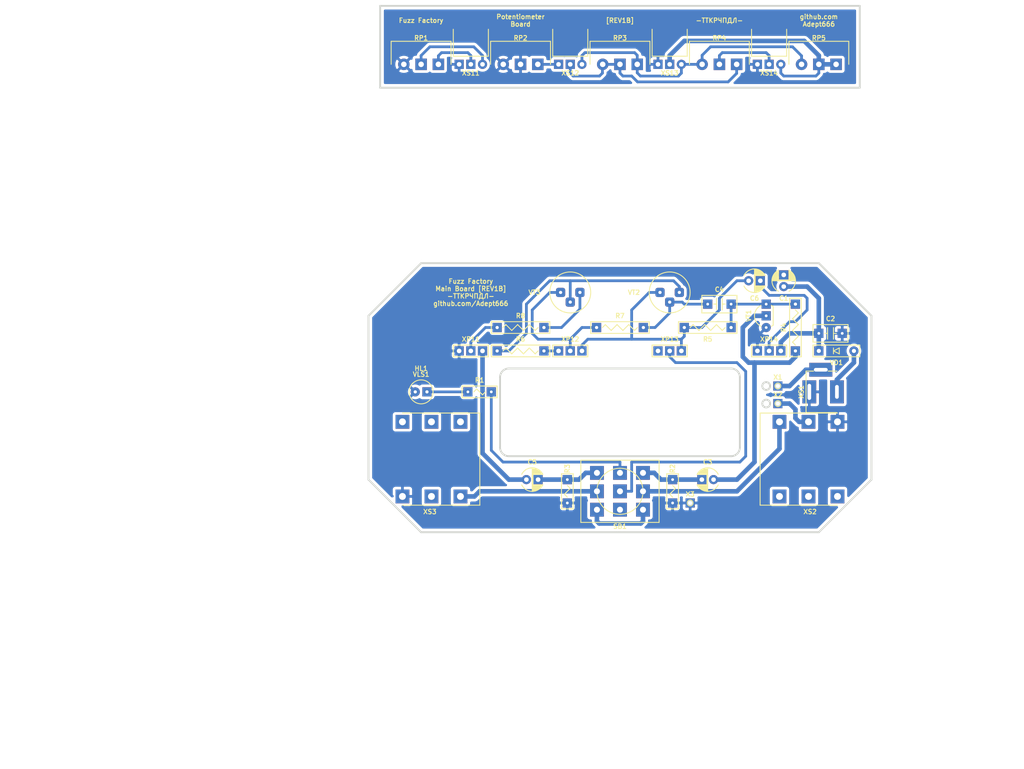
<source format=kicad_pcb>
(kicad_pcb (version 20171130) (host pcbnew 5.1.6-c6e7f7d~87~ubuntu19.10.1)

  (general
    (thickness 1.5)
    (drawings 45)
    (tracks 178)
    (zones 0)
    (modules 42)
    (nets 41)
  )

  (page A4)
  (title_block
    (title "Fuzz Factory")
    (date 2021-07-04)
    (rev MB:1B/PB:1B)
    (company "Igor Ivanov")
    (comment 1 https://github.com/Adept666)
    (comment 2 "This project is licensed under GNU General Public License v3.0 or later")
  )

  (layers
    (0 F.Cu jumper)
    (31 B.Cu signal)
    (37 F.SilkS user)
    (38 B.Mask user)
    (40 Dwgs.User user)
    (42 Eco1.User user)
    (44 Edge.Cuts user)
    (45 Margin user)
    (46 B.CrtYd user)
    (47 F.CrtYd user)
    (49 F.Fab user)
  )

  (setup
    (last_trace_width 1)
    (user_trace_width 0.6)
    (trace_clearance 0)
    (zone_clearance 0.6)
    (zone_45_only no)
    (trace_min 0.2)
    (via_size 2)
    (via_drill 1)
    (via_min_size 0.4)
    (via_min_drill 0.3)
    (uvia_size 0.3)
    (uvia_drill 0.1)
    (uvias_allowed no)
    (uvia_min_size 0)
    (uvia_min_drill 0)
    (edge_width 0.4)
    (segment_width 0.2)
    (pcb_text_width 0.3)
    (pcb_text_size 1.5 1.5)
    (mod_edge_width 0.15)
    (mod_text_size 1 1)
    (mod_text_width 0.15)
    (pad_size 2 2)
    (pad_drill 1)
    (pad_to_mask_clearance 0.2)
    (solder_mask_min_width 0.1)
    (aux_axis_origin 0 0)
    (visible_elements 7FFFFFFF)
    (pcbplotparams
      (layerselection 0x20000_7ffffffe)
      (usegerberextensions false)
      (usegerberattributes false)
      (usegerberadvancedattributes false)
      (creategerberjobfile false)
      (excludeedgelayer false)
      (linewidth 0.100000)
      (plotframeref true)
      (viasonmask false)
      (mode 1)
      (useauxorigin false)
      (hpglpennumber 1)
      (hpglpenspeed 20)
      (hpglpendiameter 15.000000)
      (psnegative false)
      (psa4output false)
      (plotreference false)
      (plotvalue true)
      (plotinvisibletext false)
      (padsonsilk true)
      (subtractmaskfromsilk false)
      (outputformat 4)
      (mirror false)
      (drillshape 0)
      (scaleselection 1)
      (outputdirectory ""))
  )

  (net 0 "")
  (net 1 COM)
  (net 2 /LED)
  (net 3 "Net-(SB1-PadNC1)")
  (net 4 "Net-(SB1-PadNC2)")
  (net 5 "Net-(XS2-PadSN)")
  (net 6 "Net-(XS2-PadTN)")
  (net 7 /IN-SCH)
  (net 8 /IN-CON)
  (net 9 /OUT-SCH)
  (net 10 /OUT-CON)
  (net 11 /PP3-POS)
  (net 12 /PP3-NEG)
  (net 13 "Net-(XS2-PadRN)")
  (net 14 "Net-(VD1-PadA)")
  (net 15 "Net-(HL1-PadA)")
  (net 16 "Net-(C3-Pad+)")
  (net 17 "Net-(C4-Pad1)")
  (net 18 "Net-(C4-Pad2)")
  (net 19 "Net-(R6-Pad2)")
  (net 20 "Net-(R8-Pad2)")
  (net 21 V)
  (net 22 /PB1)
  (net 23 /PBCOM)
  (net 24 /PB2)
  (net 25 /PB3)
  (net 26 /PB5)
  (net 27 /PB4)
  (net 28 /PBV)
  (net 29 /PB7)
  (net 30 /MB2)
  (net 31 /MB1)
  (net 32 /MB3)
  (net 33 /MB4)
  (net 34 /MB5)
  (net 35 /MB6)
  (net 36 /MB7)
  (net 37 "Net-(XS3-PadTN)")
  (net 38 "Net-(XS3-PadRN)")
  (net 39 "Net-(XS3-PadSN)")
  (net 40 "Net-(XS3-PadR)")

  (net_class Default "This is the default net class."
    (clearance 0)
    (trace_width 1)
    (via_dia 2)
    (via_drill 1)
    (uvia_dia 0.3)
    (uvia_drill 0.1)
    (add_net /IN-CON)
    (add_net /IN-SCH)
    (add_net /LED)
    (add_net /MB1)
    (add_net /MB2)
    (add_net /MB3)
    (add_net /MB4)
    (add_net /MB5)
    (add_net /MB6)
    (add_net /MB7)
    (add_net /OUT-CON)
    (add_net /OUT-SCH)
    (add_net /PB1)
    (add_net /PB2)
    (add_net /PB3)
    (add_net /PB4)
    (add_net /PB5)
    (add_net /PB7)
    (add_net /PBCOM)
    (add_net /PBV)
    (add_net /PP3-NEG)
    (add_net /PP3-POS)
    (add_net COM)
    (add_net "Net-(C3-Pad+)")
    (add_net "Net-(C4-Pad1)")
    (add_net "Net-(C4-Pad2)")
    (add_net "Net-(HL1-PadA)")
    (add_net "Net-(R6-Pad2)")
    (add_net "Net-(R8-Pad2)")
    (add_net "Net-(SB1-PadNC1)")
    (add_net "Net-(SB1-PadNC2)")
    (add_net "Net-(VD1-PadA)")
    (add_net "Net-(XS2-PadRN)")
    (add_net "Net-(XS2-PadSN)")
    (add_net "Net-(XS2-PadTN)")
    (add_net "Net-(XS3-PadR)")
    (add_net "Net-(XS3-PadRN)")
    (add_net "Net-(XS3-PadSN)")
    (add_net "Net-(XS3-PadTN)")
    (add_net V)
  )

  (module SBKCL:B013_fuzz_factory_r1a locked (layer F.Cu) (tedit 5F83402E) (tstamp 5F834B67)
    (at 147.32 115.57)
    (path /5E73CB02)
    (fp_text reference VE1 (at 0 -29.21) (layer F.SilkS) hide
      (effects (font (size 1 1) (thickness 0.2)))
    )
    (fp_text value B013 (at 0 -27.94) (layer F.Fab) hide
      (effects (font (size 1 1) (thickness 0.2)))
    )
    (fp_line (start 49 27.1) (end 49 30.45) (layer Eco1.User) (width 0.4))
    (fp_line (start -49 27.1) (end -49 30.45) (layer Eco1.User) (width 0.4))
    (fp_line (start 49 -30.45) (end 49 -27.1) (layer Eco1.User) (width 0.4))
    (fp_line (start -49 -30.45) (end -49 -27.1) (layer Eco1.User) (width 0.4))
    (fp_line (start 52.25 23.85) (end 55.75 23.85) (layer Eco1.User) (width 0.4))
    (fp_line (start -55.75 23.85) (end -52.25 23.85) (layer Eco1.User) (width 0.4))
    (fp_line (start 52.25 -23.85) (end 55.75 -23.85) (layer Eco1.User) (width 0.4))
    (fp_line (start -55.75 -23.85) (end -52.25 -23.85) (layer Eco1.User) (width 0.4))
    (fp_circle (center 52.25 27.1) (end 53.75 27.1) (layer Eco1.User) (width 0.4))
    (fp_circle (center -52.25 27.1) (end -50.75 27.1) (layer Eco1.User) (width 0.4))
    (fp_circle (center 52.25 -27.1) (end 53.75 -27.1) (layer Eco1.User) (width 0.4))
    (fp_circle (center -52.25 -27.1) (end -50.75 -27.1) (layer Eco1.User) (width 0.4))
    (fp_line (start 55.75 -30.45) (end 55.75 30.45) (layer Eco1.User) (width 0.4))
    (fp_line (start -55.75 -30.45) (end -55.75 30.45) (layer Eco1.User) (width 0.4))
    (fp_line (start -55.75 30.45) (end 55.75 30.45) (layer Eco1.User) (width 0.4))
    (fp_line (start -55.75 -30.45) (end 55.75 -30.45) (layer Eco1.User) (width 0.4))
    (fp_line (start 57.25 -31.8) (end 57.25 31.8) (layer Eco1.User) (width 0.4))
    (fp_line (start -57.25 -31.8) (end -57.25 31.8) (layer Eco1.User) (width 0.4))
    (fp_line (start -57.25 31.8) (end 57.25 31.8) (layer Eco1.User) (width 0.4))
    (fp_line (start -57.25 -31.8) (end 57.25 -31.8) (layer Eco1.User) (width 0.4))
    (fp_line (start -87.55 -31.8) (end -57.25 -31.8) (layer Eco1.User) (width 0.4))
    (fp_line (start 57.25 -31.8) (end 87.55 -31.8) (layer Eco1.User) (width 0.4))
    (fp_line (start -87.55 31.8) (end -57.25 31.8) (layer Eco1.User) (width 0.4))
    (fp_line (start 57.25 31.8) (end 87.55 31.8) (layer Eco1.User) (width 0.4))
    (fp_line (start -87.55 -31.8) (end -87.55 31.8) (layer Eco1.User) (width 0.4))
    (fp_line (start 87.55 -31.8) (end 87.55 31.8) (layer Eco1.User) (width 0.4))
    (fp_line (start -83.55 -31.8) (end -83.55 31.8) (layer Eco1.User) (width 0.4))
    (fp_line (start 83.55 -31.8) (end 83.55 31.8) (layer Eco1.User) (width 0.4))
    (fp_circle (center 70.9 -1.27) (end 76.4 -1.27) (layer Eco1.User) (width 0.4))
    (fp_circle (center -69.4 13.335) (end -63.4 13.335) (layer Eco1.User) (width 0.4))
    (fp_circle (center 69.4 13.335) (end 75.4 13.335) (layer Eco1.User) (width 0.4))
    (fp_arc (start -52.25 -27.1) (end -52.25 -23.85) (angle -90) (layer Eco1.User) (width 0.4))
    (fp_arc (start 52.25 -27.1) (end 49 -27.1) (angle -90) (layer Eco1.User) (width 0.4))
    (fp_arc (start -52.25 27.1) (end -49 27.1) (angle -90) (layer Eco1.User) (width 0.4))
    (fp_arc (start 52.25 27.1) (end 52.25 23.85) (angle -90) (layer Eco1.User) (width 0.4))
  )

  (module KCL:CON-PLS-03 (layer F.Cu) (tedit 5F82C133) (tstamp 5F831DD7)
    (at 114.935 105.41 180)
    (path /5F9AB078)
    (fp_text reference XP11 (at 0 2.54) (layer F.SilkS)
      (effects (font (size 1 1) (thickness 0.2)))
    )
    (fp_text value PLS-03 (at 0 0) (layer F.Fab)
      (effects (font (size 1 1) (thickness 0.2)))
    )
    (fp_line (start 3.81 -1.27) (end 3.81 1.27) (layer F.CrtYd) (width 0.1))
    (fp_line (start -3.81 -1.27) (end -3.81 1.27) (layer F.CrtYd) (width 0.1))
    (fp_line (start -3.81 1.27) (end 3.81 1.27) (layer F.CrtYd) (width 0.1))
    (fp_line (start -3.81 -1.27) (end 3.81 -1.27) (layer F.CrtYd) (width 0.1))
    (fp_line (start 3.81 -1.27) (end 3.81 1.27) (layer F.SilkS) (width 0.2))
    (fp_line (start -3.81 -1.27) (end -3.81 1.27) (layer F.SilkS) (width 0.2))
    (fp_line (start -3.81 1.27) (end 3.81 1.27) (layer F.SilkS) (width 0.2))
    (fp_line (start -3.81 -1.27) (end 3.81 -1.27) (layer F.SilkS) (width 0.2))
    (fp_line (start -3.81 -1.27) (end 3.81 -1.27) (layer F.Fab) (width 0.2))
    (fp_line (start -3.81 1.27) (end 3.81 1.27) (layer F.Fab) (width 0.2))
    (fp_line (start -3.81 -1.27) (end -3.81 1.27) (layer F.Fab) (width 0.2))
    (fp_line (start 3.81 -1.27) (end 3.81 1.27) (layer F.Fab) (width 0.2))
    (pad 1 thru_hole rect (at -2.54 0 180) (size 2 2) (drill 1) (layers B.Cu B.Mask)
      (net 30 /MB2))
    (pad 2 thru_hole rect (at 0 0 180) (size 2 2) (drill 1) (layers B.Cu B.Mask)
      (net 31 /MB1))
    (pad 3 thru_hole rect (at 2.54 0 180) (size 2 2) (drill 1) (layers B.Cu B.Mask)
      (net 1 COM))
  )

  (module KCL:R-MFR-12 (layer F.Cu) (tedit 5D7AAF20) (tstamp 5F82F1E6)
    (at 158.75 135.89 90)
    (path /5E774F49)
    (fp_text reference R2 (at 3.81 0 90) (layer F.SilkS)
      (effects (font (size 1 1) (thickness 0.2)) (justify left))
    )
    (fp_text value 105 (at 0 0 90) (layer F.Fab)
      (effects (font (size 1 1) (thickness 0.2)))
    )
    (fp_line (start 0.635 0.635) (end 1.27 0) (layer F.SilkS) (width 0.2))
    (fp_line (start -0.635 -0.635) (end 0.635 0.635) (layer F.SilkS) (width 0.2))
    (fp_line (start -1.27 0) (end -0.635 -0.635) (layer F.SilkS) (width 0.2))
    (fp_line (start -3.81 1.27) (end -3.81 -1.27) (layer F.CrtYd) (width 0.1))
    (fp_line (start 3.81 1.27) (end -3.81 1.27) (layer F.CrtYd) (width 0.1))
    (fp_line (start 3.81 -1.27) (end 3.81 1.27) (layer F.CrtYd) (width 0.1))
    (fp_line (start -3.81 -1.27) (end 3.81 -1.27) (layer F.CrtYd) (width 0.1))
    (fp_line (start 3.81 -1.27) (end 3.81 1.27) (layer F.SilkS) (width 0.2))
    (fp_line (start -3.81 -1.27) (end -3.81 1.27) (layer F.SilkS) (width 0.2))
    (fp_line (start -3.81 1.27) (end 3.81 1.27) (layer F.SilkS) (width 0.2))
    (fp_line (start -3.81 -1.27) (end 3.81 -1.27) (layer F.SilkS) (width 0.2))
    (fp_line (start 1.7 -0.95) (end 1.7 0.95) (layer F.Fab) (width 0.2))
    (fp_line (start -1.7 -0.95) (end -1.7 0.95) (layer F.Fab) (width 0.2))
    (fp_line (start -1.7 0.95) (end 1.7 0.95) (layer F.Fab) (width 0.2))
    (fp_line (start -1.7 -0.95) (end 1.7 -0.95) (layer F.Fab) (width 0.2))
    (pad 1 thru_hole rect (at -2.54 0 90) (size 2 2) (drill 0.6) (layers *.Cu *.Mask)
      (net 1 COM))
    (pad 2 thru_hole rect (at 2.54 0 90) (size 2 2) (drill 0.6) (layers *.Cu *.Mask)
      (net 7 /IN-SCH))
  )

  (module KCL:CP-RADIAL-D05.0-P02.0-CLS (layer F.Cu) (tedit 5F1072EC) (tstamp 5F2F9219)
    (at 128.27 133.35)
    (path /5F23D482)
    (fp_text reference C5 (at 0 -3.81) (layer F.SilkS)
      (effects (font (size 1 1) (thickness 0.2)))
    )
    (fp_text value 106 (at 0 0) (layer F.Fab)
      (effects (font (size 1 1) (thickness 0.2)))
    )
    (fp_circle (center 0 0) (end 2.286 -1.143) (layer F.CrtYd) (width 0.1))
    (fp_circle (center 0 0) (end 2.5 0) (layer F.Fab) (width 0.2))
    (fp_poly (pts (xy 0 -2.54) (xy 0.762 -2.413) (xy 1.905 -1.651) (xy 2.286 -1.143)
      (xy 0.127 -1.143) (xy 0.127 1.143) (xy 2.286 1.143) (xy 1.905 1.651)
      (xy 0.762 2.413) (xy 0 2.54)) (layer F.SilkS) (width 0.2))
    (fp_arc (start 0 0) (end -2.285999 1.142999) (angle -126.8698976) (layer F.SilkS) (width 0.2))
    (fp_arc (start 0 0) (end 2.285999 -1.142999) (angle -126.8698976) (layer F.SilkS) (width 0.2))
    (pad + thru_hole circle (at -1.27 0) (size 2 2) (drill 1) (layers B.Cu B.Mask)
      (net 30 /MB2))
    (pad - thru_hole rect (at 1.27 0) (size 2 2) (drill 1) (layers B.Cu B.Mask)
      (net 9 /OUT-SCH))
  )

  (module KCL:CP-RADIAL-D05.0-P02.0-CLS (layer F.Cu) (tedit 5F1072EC) (tstamp 5F2F9201)
    (at 166.37 133.35 180)
    (path /5F241D61)
    (fp_text reference C3 (at 0 3.81) (layer F.SilkS)
      (effects (font (size 1 1) (thickness 0.2)))
    )
    (fp_text value 106 (at 0 0) (layer F.Fab)
      (effects (font (size 1 1) (thickness 0.2)))
    )
    (fp_circle (center 0 0) (end 2.286 -1.143) (layer F.CrtYd) (width 0.1))
    (fp_circle (center 0 0) (end 2.5 0) (layer F.Fab) (width 0.2))
    (fp_poly (pts (xy 0 -2.54) (xy 0.762 -2.413) (xy 1.905 -1.651) (xy 2.286 -1.143)
      (xy 0.127 -1.143) (xy 0.127 1.143) (xy 2.286 1.143) (xy 1.905 1.651)
      (xy 0.762 2.413) (xy 0 2.54)) (layer F.SilkS) (width 0.2))
    (fp_arc (start 0 0) (end -2.285999 1.142999) (angle -126.8698976) (layer F.SilkS) (width 0.2))
    (fp_arc (start 0 0) (end 2.285999 -1.142999) (angle -126.8698976) (layer F.SilkS) (width 0.2))
    (pad + thru_hole circle (at -1.27 0 180) (size 2 2) (drill 1) (layers B.Cu B.Mask)
      (net 16 "Net-(C3-Pad+)"))
    (pad - thru_hole rect (at 1.27 0 180) (size 2 2) (drill 1) (layers B.Cu B.Mask)
      (net 7 /IN-SCH))
  )

  (module KCL:CP-RADIAL-D05.0-P02.0-CLS (layer F.Cu) (tedit 5F1072EC) (tstamp 5F312E76)
    (at 176.53 90.17)
    (path /5F1FD3C8)
    (fp_text reference C6 (at 0 3.81) (layer F.SilkS)
      (effects (font (size 1 1) (thickness 0.2)))
    )
    (fp_text value 106 (at 0 0) (layer F.Fab)
      (effects (font (size 1 1) (thickness 0.2)))
    )
    (fp_circle (center 0 0) (end 2.286 -1.143) (layer F.CrtYd) (width 0.1))
    (fp_circle (center 0 0) (end 2.5 0) (layer F.Fab) (width 0.2))
    (fp_poly (pts (xy 0 -2.54) (xy 0.762 -2.413) (xy 1.905 -1.651) (xy 2.286 -1.143)
      (xy 0.127 -1.143) (xy 0.127 1.143) (xy 2.286 1.143) (xy 1.905 1.651)
      (xy 0.762 2.413) (xy 0 2.54)) (layer F.SilkS) (width 0.2))
    (fp_arc (start 0 0) (end -2.285999 1.142999) (angle -126.8698976) (layer F.SilkS) (width 0.2))
    (fp_arc (start 0 0) (end 2.285999 -1.142999) (angle -126.8698976) (layer F.SilkS) (width 0.2))
    (pad + thru_hole circle (at -1.27 0) (size 2 2) (drill 1) (layers B.Cu B.Mask)
      (net 34 /MB5))
    (pad - thru_hole rect (at 1.27 0) (size 2 2) (drill 1) (layers B.Cu B.Mask)
      (net 36 /MB7))
  )

  (module KCL:R-MFR-12 (layer F.Cu) (tedit 5D7AAF20) (tstamp 5F2F93C0)
    (at 135.89 135.89 90)
    (path /5F2B1A32)
    (fp_text reference R3 (at 3.81 0 90) (layer F.SilkS)
      (effects (font (size 1 1) (thickness 0.2)) (justify left))
    )
    (fp_text value 224 (at 0 0 90) (layer F.Fab)
      (effects (font (size 1 1) (thickness 0.2)))
    )
    (fp_line (start 0.635 0.635) (end 1.27 0) (layer F.SilkS) (width 0.2))
    (fp_line (start -0.635 -0.635) (end 0.635 0.635) (layer F.SilkS) (width 0.2))
    (fp_line (start -1.27 0) (end -0.635 -0.635) (layer F.SilkS) (width 0.2))
    (fp_line (start -3.81 1.27) (end -3.81 -1.27) (layer F.CrtYd) (width 0.1))
    (fp_line (start 3.81 1.27) (end -3.81 1.27) (layer F.CrtYd) (width 0.1))
    (fp_line (start 3.81 -1.27) (end 3.81 1.27) (layer F.CrtYd) (width 0.1))
    (fp_line (start -3.81 -1.27) (end 3.81 -1.27) (layer F.CrtYd) (width 0.1))
    (fp_line (start 3.81 -1.27) (end 3.81 1.27) (layer F.SilkS) (width 0.2))
    (fp_line (start -3.81 -1.27) (end -3.81 1.27) (layer F.SilkS) (width 0.2))
    (fp_line (start -3.81 1.27) (end 3.81 1.27) (layer F.SilkS) (width 0.2))
    (fp_line (start -3.81 -1.27) (end 3.81 -1.27) (layer F.SilkS) (width 0.2))
    (fp_line (start 1.7 -0.95) (end 1.7 0.95) (layer F.Fab) (width 0.2))
    (fp_line (start -1.7 -0.95) (end -1.7 0.95) (layer F.Fab) (width 0.2))
    (fp_line (start -1.7 0.95) (end 1.7 0.95) (layer F.Fab) (width 0.2))
    (fp_line (start -1.7 -0.95) (end 1.7 -0.95) (layer F.Fab) (width 0.2))
    (pad 1 thru_hole rect (at -2.54 0 90) (size 2 2) (drill 0.6) (layers *.Cu *.Mask)
      (net 1 COM))
    (pad 2 thru_hole rect (at 2.54 0 90) (size 2 2) (drill 0.6) (layers *.Cu *.Mask)
      (net 9 /OUT-SCH))
  )

  (module KCL:R-MFR-25 (layer F.Cu) (tedit 5D7AAEF9) (tstamp 5F2F93AB)
    (at 125.73 100.33)
    (path /5F0D93F4)
    (fp_text reference R8 (at 0 -2.54) (layer F.SilkS)
      (effects (font (size 1 1) (thickness 0.2)))
    )
    (fp_text value 512 (at 0 0) (layer F.Fab)
      (effects (font (size 1 1) (thickness 0.2)))
    )
    (fp_line (start 3.175 0.635) (end 3.81 0) (layer F.SilkS) (width 0.2))
    (fp_line (start 1.905 -0.635) (end 3.175 0.635) (layer F.SilkS) (width 0.2))
    (fp_line (start 0.635 0.635) (end 1.905 -0.635) (layer F.SilkS) (width 0.2))
    (fp_line (start -0.635 -0.635) (end 0.635 0.635) (layer F.SilkS) (width 0.2))
    (fp_line (start -1.905 0.635) (end -0.635 -0.635) (layer F.SilkS) (width 0.2))
    (fp_line (start -3.175 -0.635) (end -1.905 0.635) (layer F.SilkS) (width 0.2))
    (fp_line (start -3.81 0) (end -3.175 -0.635) (layer F.SilkS) (width 0.2))
    (fp_line (start -6.35 1.27) (end -6.35 -1.27) (layer F.CrtYd) (width 0.1))
    (fp_line (start 6.35 1.27) (end -6.35 1.27) (layer F.CrtYd) (width 0.1))
    (fp_line (start 6.35 -1.27) (end 6.35 1.27) (layer F.CrtYd) (width 0.1))
    (fp_line (start -6.35 -1.27) (end 6.35 -1.27) (layer F.CrtYd) (width 0.1))
    (fp_line (start 6.35 -1.27) (end 6.35 1.27) (layer F.SilkS) (width 0.2))
    (fp_line (start -6.35 -1.27) (end -6.35 1.27) (layer F.SilkS) (width 0.2))
    (fp_line (start -6.35 1.27) (end 6.35 1.27) (layer F.SilkS) (width 0.2))
    (fp_line (start -6.35 -1.27) (end 6.35 -1.27) (layer F.SilkS) (width 0.2))
    (fp_line (start 3.15 -1.2) (end 3.15 1.2) (layer F.Fab) (width 0.2))
    (fp_line (start -3.15 -1.2) (end -3.15 1.2) (layer F.Fab) (width 0.2))
    (fp_line (start -3.15 1.2) (end 3.15 1.2) (layer F.Fab) (width 0.2))
    (fp_line (start -3.15 -1.2) (end 3.15 -1.2) (layer F.Fab) (width 0.2))
    (pad 1 thru_hole rect (at -5.08 0) (size 2 2) (drill 0.7) (layers *.Cu *.Mask)
      (net 31 /MB1))
    (pad 2 thru_hole rect (at 5.08 0) (size 2 2) (drill 0.7) (layers *.Cu *.Mask)
      (net 20 "Net-(R8-Pad2)"))
  )

  (module KCL:R-MFR-25 (layer F.Cu) (tedit 5D7AAEF9) (tstamp 5F391FBC)
    (at 147.32 100.33 180)
    (path /5F1F1A20)
    (fp_text reference R7 (at 0 2.54) (layer F.SilkS)
      (effects (font (size 1 1) (thickness 0.2)))
    )
    (fp_text value 473 (at 0 0) (layer F.Fab)
      (effects (font (size 1 1) (thickness 0.2)))
    )
    (fp_line (start 3.175 0.635) (end 3.81 0) (layer F.SilkS) (width 0.2))
    (fp_line (start 1.905 -0.635) (end 3.175 0.635) (layer F.SilkS) (width 0.2))
    (fp_line (start 0.635 0.635) (end 1.905 -0.635) (layer F.SilkS) (width 0.2))
    (fp_line (start -0.635 -0.635) (end 0.635 0.635) (layer F.SilkS) (width 0.2))
    (fp_line (start -1.905 0.635) (end -0.635 -0.635) (layer F.SilkS) (width 0.2))
    (fp_line (start -3.175 -0.635) (end -1.905 0.635) (layer F.SilkS) (width 0.2))
    (fp_line (start -3.81 0) (end -3.175 -0.635) (layer F.SilkS) (width 0.2))
    (fp_line (start -6.35 1.27) (end -6.35 -1.27) (layer F.CrtYd) (width 0.1))
    (fp_line (start 6.35 1.27) (end -6.35 1.27) (layer F.CrtYd) (width 0.1))
    (fp_line (start 6.35 -1.27) (end 6.35 1.27) (layer F.CrtYd) (width 0.1))
    (fp_line (start -6.35 -1.27) (end 6.35 -1.27) (layer F.CrtYd) (width 0.1))
    (fp_line (start 6.35 -1.27) (end 6.35 1.27) (layer F.SilkS) (width 0.2))
    (fp_line (start -6.35 -1.27) (end -6.35 1.27) (layer F.SilkS) (width 0.2))
    (fp_line (start -6.35 1.27) (end 6.35 1.27) (layer F.SilkS) (width 0.2))
    (fp_line (start -6.35 -1.27) (end 6.35 -1.27) (layer F.SilkS) (width 0.2))
    (fp_line (start 3.15 -1.2) (end 3.15 1.2) (layer F.Fab) (width 0.2))
    (fp_line (start -3.15 -1.2) (end -3.15 1.2) (layer F.Fab) (width 0.2))
    (fp_line (start -3.15 1.2) (end 3.15 1.2) (layer F.Fab) (width 0.2))
    (fp_line (start -3.15 -1.2) (end 3.15 -1.2) (layer F.Fab) (width 0.2))
    (pad 1 thru_hole rect (at -5.08 0 180) (size 2 2) (drill 0.7) (layers *.Cu *.Mask)
      (net 18 "Net-(C4-Pad2)"))
    (pad 2 thru_hole rect (at 5.08 0 180) (size 2 2) (drill 0.7) (layers *.Cu *.Mask)
      (net 33 /MB4))
  )

  (module KCL:R-MFR-25 (layer F.Cu) (tedit 5D7AAEF9) (tstamp 5F2F9379)
    (at 125.73 105.41 180)
    (path /5F0D72FE)
    (fp_text reference R6 (at 0 2.54) (layer F.SilkS)
      (effects (font (size 1 1) (thickness 0.2)))
    )
    (fp_text value 471 (at 0 0) (layer F.Fab)
      (effects (font (size 1 1) (thickness 0.2)))
    )
    (fp_line (start 3.175 0.635) (end 3.81 0) (layer F.SilkS) (width 0.2))
    (fp_line (start 1.905 -0.635) (end 3.175 0.635) (layer F.SilkS) (width 0.2))
    (fp_line (start 0.635 0.635) (end 1.905 -0.635) (layer F.SilkS) (width 0.2))
    (fp_line (start -0.635 -0.635) (end 0.635 0.635) (layer F.SilkS) (width 0.2))
    (fp_line (start -1.905 0.635) (end -0.635 -0.635) (layer F.SilkS) (width 0.2))
    (fp_line (start -3.175 -0.635) (end -1.905 0.635) (layer F.SilkS) (width 0.2))
    (fp_line (start -3.81 0) (end -3.175 -0.635) (layer F.SilkS) (width 0.2))
    (fp_line (start -6.35 1.27) (end -6.35 -1.27) (layer F.CrtYd) (width 0.1))
    (fp_line (start 6.35 1.27) (end -6.35 1.27) (layer F.CrtYd) (width 0.1))
    (fp_line (start 6.35 -1.27) (end 6.35 1.27) (layer F.CrtYd) (width 0.1))
    (fp_line (start -6.35 -1.27) (end 6.35 -1.27) (layer F.CrtYd) (width 0.1))
    (fp_line (start 6.35 -1.27) (end 6.35 1.27) (layer F.SilkS) (width 0.2))
    (fp_line (start -6.35 -1.27) (end -6.35 1.27) (layer F.SilkS) (width 0.2))
    (fp_line (start -6.35 1.27) (end 6.35 1.27) (layer F.SilkS) (width 0.2))
    (fp_line (start -6.35 -1.27) (end 6.35 -1.27) (layer F.SilkS) (width 0.2))
    (fp_line (start 3.15 -1.2) (end 3.15 1.2) (layer F.Fab) (width 0.2))
    (fp_line (start -3.15 -1.2) (end -3.15 1.2) (layer F.Fab) (width 0.2))
    (fp_line (start -3.15 1.2) (end 3.15 1.2) (layer F.Fab) (width 0.2))
    (fp_line (start -3.15 -1.2) (end 3.15 -1.2) (layer F.Fab) (width 0.2))
    (pad 1 thru_hole rect (at -5.08 0 180) (size 2 2) (drill 0.7) (layers *.Cu *.Mask)
      (net 32 /MB3))
    (pad 2 thru_hole rect (at 5.08 0 180) (size 2 2) (drill 0.7) (layers *.Cu *.Mask)
      (net 19 "Net-(R6-Pad2)"))
  )

  (module KCL:R-MFR-25 (layer F.Cu) (tedit 5D7AAEF9) (tstamp 5F8345E1)
    (at 166.37 100.33 180)
    (path /5F18409A)
    (fp_text reference R5 (at 0 -2.54) (layer F.SilkS)
      (effects (font (size 1 1) (thickness 0.2)))
    )
    (fp_text value 103 (at 0 0) (layer F.Fab)
      (effects (font (size 1 1) (thickness 0.2)))
    )
    (fp_line (start 3.175 0.635) (end 3.81 0) (layer F.SilkS) (width 0.2))
    (fp_line (start 1.905 -0.635) (end 3.175 0.635) (layer F.SilkS) (width 0.2))
    (fp_line (start 0.635 0.635) (end 1.905 -0.635) (layer F.SilkS) (width 0.2))
    (fp_line (start -0.635 -0.635) (end 0.635 0.635) (layer F.SilkS) (width 0.2))
    (fp_line (start -1.905 0.635) (end -0.635 -0.635) (layer F.SilkS) (width 0.2))
    (fp_line (start -3.175 -0.635) (end -1.905 0.635) (layer F.SilkS) (width 0.2))
    (fp_line (start -3.81 0) (end -3.175 -0.635) (layer F.SilkS) (width 0.2))
    (fp_line (start -6.35 1.27) (end -6.35 -1.27) (layer F.CrtYd) (width 0.1))
    (fp_line (start 6.35 1.27) (end -6.35 1.27) (layer F.CrtYd) (width 0.1))
    (fp_line (start 6.35 -1.27) (end 6.35 1.27) (layer F.CrtYd) (width 0.1))
    (fp_line (start -6.35 -1.27) (end 6.35 -1.27) (layer F.CrtYd) (width 0.1))
    (fp_line (start 6.35 -1.27) (end 6.35 1.27) (layer F.SilkS) (width 0.2))
    (fp_line (start -6.35 -1.27) (end -6.35 1.27) (layer F.SilkS) (width 0.2))
    (fp_line (start -6.35 1.27) (end 6.35 1.27) (layer F.SilkS) (width 0.2))
    (fp_line (start -6.35 -1.27) (end 6.35 -1.27) (layer F.SilkS) (width 0.2))
    (fp_line (start 3.15 -1.2) (end 3.15 1.2) (layer F.Fab) (width 0.2))
    (fp_line (start -3.15 -1.2) (end -3.15 1.2) (layer F.Fab) (width 0.2))
    (fp_line (start -3.15 1.2) (end 3.15 1.2) (layer F.Fab) (width 0.2))
    (fp_line (start -3.15 -1.2) (end 3.15 -1.2) (layer F.Fab) (width 0.2))
    (pad 1 thru_hole rect (at -5.08 0 180) (size 2 2) (drill 0.7) (layers *.Cu *.Mask)
      (net 17 "Net-(C4-Pad1)"))
    (pad 2 thru_hole rect (at 5.08 0 180) (size 2 2) (drill 0.7) (layers *.Cu *.Mask)
      (net 34 /MB5))
  )

  (module KCL:R-MFR-25 (layer F.Cu) (tedit 5D7AAEF9) (tstamp 5F83426A)
    (at 185.42 100.33 90)
    (path /5F18B771)
    (fp_text reference R4 (at 0 -2.54 90) (layer F.SilkS)
      (effects (font (size 1 1) (thickness 0.2)))
    )
    (fp_text value 224 (at 0 0 90) (layer F.Fab)
      (effects (font (size 1 1) (thickness 0.2)))
    )
    (fp_line (start 3.175 0.635) (end 3.81 0) (layer F.SilkS) (width 0.2))
    (fp_line (start 1.905 -0.635) (end 3.175 0.635) (layer F.SilkS) (width 0.2))
    (fp_line (start 0.635 0.635) (end 1.905 -0.635) (layer F.SilkS) (width 0.2))
    (fp_line (start -0.635 -0.635) (end 0.635 0.635) (layer F.SilkS) (width 0.2))
    (fp_line (start -1.905 0.635) (end -0.635 -0.635) (layer F.SilkS) (width 0.2))
    (fp_line (start -3.175 -0.635) (end -1.905 0.635) (layer F.SilkS) (width 0.2))
    (fp_line (start -3.81 0) (end -3.175 -0.635) (layer F.SilkS) (width 0.2))
    (fp_line (start -6.35 1.27) (end -6.35 -1.27) (layer F.CrtYd) (width 0.1))
    (fp_line (start 6.35 1.27) (end -6.35 1.27) (layer F.CrtYd) (width 0.1))
    (fp_line (start 6.35 -1.27) (end 6.35 1.27) (layer F.CrtYd) (width 0.1))
    (fp_line (start -6.35 -1.27) (end 6.35 -1.27) (layer F.CrtYd) (width 0.1))
    (fp_line (start 6.35 -1.27) (end 6.35 1.27) (layer F.SilkS) (width 0.2))
    (fp_line (start -6.35 -1.27) (end -6.35 1.27) (layer F.SilkS) (width 0.2))
    (fp_line (start -6.35 1.27) (end 6.35 1.27) (layer F.SilkS) (width 0.2))
    (fp_line (start -6.35 -1.27) (end 6.35 -1.27) (layer F.SilkS) (width 0.2))
    (fp_line (start 3.15 -1.2) (end 3.15 1.2) (layer F.Fab) (width 0.2))
    (fp_line (start -3.15 -1.2) (end -3.15 1.2) (layer F.Fab) (width 0.2))
    (fp_line (start -3.15 1.2) (end 3.15 1.2) (layer F.Fab) (width 0.2))
    (fp_line (start -3.15 -1.2) (end 3.15 -1.2) (layer F.Fab) (width 0.2))
    (pad 1 thru_hole rect (at -5.08 0 90) (size 2 2) (drill 0.7) (layers *.Cu *.Mask)
      (net 16 "Net-(C3-Pad+)"))
    (pad 2 thru_hole rect (at 5.08 0 90) (size 2 2) (drill 0.7) (layers *.Cu *.Mask)
      (net 17 "Net-(C4-Pad1)"))
  )

  (module KCL:C-DISK-D04.2-T03.0-P05.08-d0.5 (layer F.Cu) (tedit 5BCF2C49) (tstamp 5F2F923A)
    (at 168.91 95.25 180)
    (path /5F1C0224)
    (fp_text reference C4 (at 0 3.175) (layer F.SilkS)
      (effects (font (size 1 1) (thickness 0.2)))
    )
    (fp_text value 104 (at 0 0) (layer F.Fab)
      (effects (font (size 1 1) (thickness 0.2)))
    )
    (fp_line (start 3.81 -1.905) (end 3.81 1.905) (layer F.CrtYd) (width 0.1))
    (fp_line (start -3.81 -1.905) (end -3.81 1.905) (layer F.CrtYd) (width 0.1))
    (fp_line (start -3.81 1.905) (end 3.81 1.905) (layer F.CrtYd) (width 0.1))
    (fp_line (start -3.81 -1.905) (end 3.81 -1.905) (layer F.CrtYd) (width 0.1))
    (fp_line (start 0.635 -1.27) (end 0.635 1.27) (layer F.SilkS) (width 0.2))
    (fp_line (start -0.635 -1.27) (end -0.635 1.27) (layer F.SilkS) (width 0.2))
    (fp_line (start 0.635 0) (end 1.27 0) (layer F.SilkS) (width 0.2))
    (fp_line (start -1.27 0) (end -0.635 0) (layer F.SilkS) (width 0.2))
    (fp_line (start 3.81 -1.905) (end 3.81 1.905) (layer F.SilkS) (width 0.2))
    (fp_line (start -3.81 -1.905) (end -3.81 1.905) (layer F.SilkS) (width 0.2))
    (fp_line (start -3.81 1.905) (end 3.81 1.905) (layer F.SilkS) (width 0.2))
    (fp_line (start -3.81 -1.905) (end 3.81 -1.905) (layer F.SilkS) (width 0.2))
    (fp_line (start -0.6 1.5) (end 0.6 1.5) (layer F.Fab) (width 0.2))
    (fp_line (start -0.6 -1.5) (end 0.6 -1.5) (layer F.Fab) (width 0.2))
    (fp_arc (start 0.6 0) (end 0.6 1.5) (angle -180) (layer F.Fab) (width 0.2))
    (fp_arc (start -0.6 0) (end -0.6 -1.5) (angle -180) (layer F.Fab) (width 0.2))
    (pad 1 thru_hole rect (at -2.54 0 180) (size 2 2) (drill 0.6) (layers *.Cu *.Mask)
      (net 17 "Net-(C4-Pad1)"))
    (pad 2 thru_hole rect (at 2.54 0 180) (size 2 2) (drill 0.6) (layers *.Cu *.Mask)
      (net 18 "Net-(C4-Pad2)"))
  )

  (module KCL:CON-PLS-03 (layer F.Cu) (tedit 5DA59ABE) (tstamp 5F3047D7)
    (at 158.115 105.41 180)
    (path /5FA559CE)
    (fp_text reference XP13 (at 0 2.54) (layer F.SilkS)
      (effects (font (size 1 1) (thickness 0.2)))
    )
    (fp_text value PLS-03 (at 0 0) (layer F.Fab)
      (effects (font (size 1 1) (thickness 0.2)))
    )
    (fp_line (start 3.81 -1.27) (end 3.81 1.27) (layer F.CrtYd) (width 0.1))
    (fp_line (start -3.81 -1.27) (end -3.81 1.27) (layer F.CrtYd) (width 0.1))
    (fp_line (start -3.81 1.27) (end 3.81 1.27) (layer F.CrtYd) (width 0.1))
    (fp_line (start -3.81 -1.27) (end 3.81 -1.27) (layer F.CrtYd) (width 0.1))
    (fp_line (start 3.81 -1.27) (end 3.81 1.27) (layer F.SilkS) (width 0.2))
    (fp_line (start -3.81 -1.27) (end -3.81 1.27) (layer F.SilkS) (width 0.2))
    (fp_line (start -3.81 1.27) (end 3.81 1.27) (layer F.SilkS) (width 0.2))
    (fp_line (start -3.81 -1.27) (end 3.81 -1.27) (layer F.SilkS) (width 0.2))
    (fp_line (start -3.81 -1.27) (end 3.81 -1.27) (layer F.Fab) (width 0.2))
    (fp_line (start -3.81 1.27) (end 3.81 1.27) (layer F.Fab) (width 0.2))
    (fp_line (start -3.81 -1.27) (end -3.81 1.27) (layer F.Fab) (width 0.2))
    (fp_line (start 3.81 -1.27) (end 3.81 1.27) (layer F.Fab) (width 0.2))
    (pad 1 thru_hole rect (at -2.54 0 180) (size 2 2) (drill 1) (layers B.Cu B.Mask)
      (net 34 /MB5))
    (pad 2 thru_hole rect (at 0 0 180) (size 2 2) (drill 1) (layers B.Cu B.Mask)
      (net 21 V))
    (pad 3 thru_hole rect (at 2.54 0 180) (size 2 2) (drill 1) (layers B.Cu B.Mask)
      (net 35 /MB6))
  )

  (module KCL:CON-PLS-03 (layer F.Cu) (tedit 5DA59ABE) (tstamp 5F3047D7)
    (at 179.705 105.41 180)
    (path /5FA5EEB3)
    (fp_text reference XP14 (at 0 2.54) (layer F.SilkS)
      (effects (font (size 1 1) (thickness 0.2)))
    )
    (fp_text value PLS-03 (at 0 0) (layer F.Fab)
      (effects (font (size 1 1) (thickness 0.2)))
    )
    (fp_line (start 3.81 -1.27) (end 3.81 1.27) (layer F.CrtYd) (width 0.1))
    (fp_line (start -3.81 -1.27) (end -3.81 1.27) (layer F.CrtYd) (width 0.1))
    (fp_line (start -3.81 1.27) (end 3.81 1.27) (layer F.CrtYd) (width 0.1))
    (fp_line (start -3.81 -1.27) (end 3.81 -1.27) (layer F.CrtYd) (width 0.1))
    (fp_line (start 3.81 -1.27) (end 3.81 1.27) (layer F.SilkS) (width 0.2))
    (fp_line (start -3.81 -1.27) (end -3.81 1.27) (layer F.SilkS) (width 0.2))
    (fp_line (start -3.81 1.27) (end 3.81 1.27) (layer F.SilkS) (width 0.2))
    (fp_line (start -3.81 -1.27) (end 3.81 -1.27) (layer F.SilkS) (width 0.2))
    (fp_line (start -3.81 -1.27) (end 3.81 -1.27) (layer F.Fab) (width 0.2))
    (fp_line (start -3.81 1.27) (end 3.81 1.27) (layer F.Fab) (width 0.2))
    (fp_line (start -3.81 -1.27) (end -3.81 1.27) (layer F.Fab) (width 0.2))
    (fp_line (start 3.81 -1.27) (end 3.81 1.27) (layer F.Fab) (width 0.2))
    (pad 1 thru_hole rect (at -2.54 0 180) (size 2 2) (drill 1) (layers B.Cu B.Mask)
      (net 21 V))
    (pad 2 thru_hole rect (at 0 0 180) (size 2 2) (drill 1) (layers B.Cu B.Mask)
      (net 36 /MB7))
    (pad 3 thru_hole rect (at 2.54 0 180) (size 2 2) (drill 1) (layers B.Cu B.Mask)
      (net 1 COM))
  )

  (module KCL:CON-PLS-03 (layer F.Cu) (tedit 5DA59ABE) (tstamp 5F3047D7)
    (at 136.525 105.41 180)
    (path /5FA4F5D8)
    (fp_text reference XP12 (at 0 2.54) (layer F.SilkS)
      (effects (font (size 1 1) (thickness 0.2)))
    )
    (fp_text value PLS-03 (at 0 0) (layer F.Fab)
      (effects (font (size 1 1) (thickness 0.2)))
    )
    (fp_line (start 3.81 -1.27) (end 3.81 1.27) (layer F.CrtYd) (width 0.1))
    (fp_line (start -3.81 -1.27) (end -3.81 1.27) (layer F.CrtYd) (width 0.1))
    (fp_line (start -3.81 1.27) (end 3.81 1.27) (layer F.CrtYd) (width 0.1))
    (fp_line (start -3.81 -1.27) (end 3.81 -1.27) (layer F.CrtYd) (width 0.1))
    (fp_line (start 3.81 -1.27) (end 3.81 1.27) (layer F.SilkS) (width 0.2))
    (fp_line (start -3.81 -1.27) (end -3.81 1.27) (layer F.SilkS) (width 0.2))
    (fp_line (start -3.81 1.27) (end 3.81 1.27) (layer F.SilkS) (width 0.2))
    (fp_line (start -3.81 -1.27) (end 3.81 -1.27) (layer F.SilkS) (width 0.2))
    (fp_line (start -3.81 -1.27) (end 3.81 -1.27) (layer F.Fab) (width 0.2))
    (fp_line (start -3.81 1.27) (end 3.81 1.27) (layer F.Fab) (width 0.2))
    (fp_line (start -3.81 -1.27) (end -3.81 1.27) (layer F.Fab) (width 0.2))
    (fp_line (start 3.81 -1.27) (end 3.81 1.27) (layer F.Fab) (width 0.2))
    (pad 1 thru_hole rect (at -2.54 0 180) (size 2 2) (drill 1) (layers B.Cu B.Mask)
      (net 34 /MB5))
    (pad 2 thru_hole rect (at 0 0 180) (size 2 2) (drill 1) (layers B.Cu B.Mask)
      (net 33 /MB4))
    (pad 3 thru_hole rect (at 2.54 0 180) (size 2 2) (drill 1) (layers B.Cu B.Mask)
      (net 32 /MB3))
  )

  (module KCL:CON-PBS-03R (layer F.Cu) (tedit 5DC23449) (tstamp 5F83635B)
    (at 179.705 43.18 180)
    (path /5FA5EEC5)
    (fp_text reference XS14 (at 0 -1.905) (layer F.SilkS)
      (effects (font (size 1 1) (thickness 0.2)))
    )
    (fp_text value PBS-03R (at 0 5.715) (layer F.Fab)
      (effects (font (size 1 1) (thickness 0.2)))
    )
    (fp_line (start 3.81 -0.5) (end 3.81 10.16) (layer F.CrtYd) (width 0.1))
    (fp_line (start -3.81 -0.5) (end -3.81 10.16) (layer F.CrtYd) (width 0.1))
    (fp_line (start -3.81 10.16) (end 3.81 10.16) (layer F.CrtYd) (width 0.1))
    (fp_line (start -3.81 -0.5) (end 3.81 -0.5) (layer F.CrtYd) (width 0.1))
    (fp_line (start 3.81 1.76) (end 3.81 7.62) (layer F.SilkS) (width 0.2))
    (fp_line (start -3.81 1.76) (end -3.81 7.62) (layer F.SilkS) (width 0.2))
    (fp_line (start -3.81 1.76) (end 3.81 1.76) (layer F.SilkS) (width 0.2))
    (fp_line (start -3.81 1.76) (end 3.81 1.76) (layer F.Fab) (width 0.2))
    (fp_line (start -3.81 10.16) (end 3.81 10.16) (layer F.Fab) (width 0.2))
    (fp_line (start -3.81 1.76) (end -3.81 10.16) (layer F.Fab) (width 0.2))
    (fp_line (start 3.81 1.76) (end 3.81 10.16) (layer F.Fab) (width 0.2))
    (pad 1 thru_hole circle (at -2.54 0 180) (size 2 2) (drill 1) (layers *.Cu *.Mask)
      (net 28 /PBV))
    (pad 2 thru_hole rect (at 0 0 180) (size 2 2) (drill 1) (layers *.Cu *.Mask)
      (net 29 /PB7))
    (pad 3 thru_hole rect (at 2.54 0 180) (size 2 2) (drill 1) (layers *.Cu *.Mask)
      (net 23 /PBCOM))
  )

  (module KCL:CON-PBS-03R (layer F.Cu) (tedit 5DC23449) (tstamp 5F836427)
    (at 158.115 43.18 180)
    (path /5FA559D4)
    (fp_text reference XS13 (at 0 -1.905) (layer F.SilkS)
      (effects (font (size 1 1) (thickness 0.2)))
    )
    (fp_text value PBS-03R (at 0 5.715) (layer F.Fab)
      (effects (font (size 1 1) (thickness 0.2)))
    )
    (fp_line (start 3.81 -0.5) (end 3.81 10.16) (layer F.CrtYd) (width 0.1))
    (fp_line (start -3.81 -0.5) (end -3.81 10.16) (layer F.CrtYd) (width 0.1))
    (fp_line (start -3.81 10.16) (end 3.81 10.16) (layer F.CrtYd) (width 0.1))
    (fp_line (start -3.81 -0.5) (end 3.81 -0.5) (layer F.CrtYd) (width 0.1))
    (fp_line (start 3.81 1.76) (end 3.81 7.62) (layer F.SilkS) (width 0.2))
    (fp_line (start -3.81 1.76) (end -3.81 7.62) (layer F.SilkS) (width 0.2))
    (fp_line (start -3.81 1.76) (end 3.81 1.76) (layer F.SilkS) (width 0.2))
    (fp_line (start -3.81 1.76) (end 3.81 1.76) (layer F.Fab) (width 0.2))
    (fp_line (start -3.81 10.16) (end 3.81 10.16) (layer F.Fab) (width 0.2))
    (fp_line (start -3.81 1.76) (end -3.81 10.16) (layer F.Fab) (width 0.2))
    (fp_line (start 3.81 1.76) (end 3.81 10.16) (layer F.Fab) (width 0.2))
    (pad 1 thru_hole circle (at -2.54 0 180) (size 2 2) (drill 1) (layers *.Cu *.Mask)
      (net 26 /PB5))
    (pad 2 thru_hole rect (at 0 0 180) (size 2 2) (drill 1) (layers *.Cu *.Mask)
      (net 28 /PBV))
    (pad 3 thru_hole rect (at 2.54 0 180) (size 2 2) (drill 1) (layers *.Cu *.Mask)
      (net 23 /PBCOM))
  )

  (module KCL:CON-PBS-03R (layer F.Cu) (tedit 5DC23449) (tstamp 5F836502)
    (at 114.935 43.18 180)
    (path /5F9FF4FA)
    (fp_text reference XS11 (at 0 -1.905) (layer F.SilkS)
      (effects (font (size 1 1) (thickness 0.2)))
    )
    (fp_text value PBS-03R (at 0 5.715) (layer F.Fab)
      (effects (font (size 1 1) (thickness 0.2)))
    )
    (fp_line (start 3.81 -0.5) (end 3.81 10.16) (layer F.CrtYd) (width 0.1))
    (fp_line (start -3.81 -0.5) (end -3.81 10.16) (layer F.CrtYd) (width 0.1))
    (fp_line (start -3.81 10.16) (end 3.81 10.16) (layer F.CrtYd) (width 0.1))
    (fp_line (start -3.81 -0.5) (end 3.81 -0.5) (layer F.CrtYd) (width 0.1))
    (fp_line (start 3.81 1.76) (end 3.81 7.62) (layer F.SilkS) (width 0.2))
    (fp_line (start -3.81 1.76) (end -3.81 7.62) (layer F.SilkS) (width 0.2))
    (fp_line (start -3.81 1.76) (end 3.81 1.76) (layer F.SilkS) (width 0.2))
    (fp_line (start -3.81 1.76) (end 3.81 1.76) (layer F.Fab) (width 0.2))
    (fp_line (start -3.81 10.16) (end 3.81 10.16) (layer F.Fab) (width 0.2))
    (fp_line (start -3.81 1.76) (end -3.81 10.16) (layer F.Fab) (width 0.2))
    (fp_line (start 3.81 1.76) (end 3.81 10.16) (layer F.Fab) (width 0.2))
    (pad 1 thru_hole circle (at -2.54 0 180) (size 2 2) (drill 1) (layers *.Cu *.Mask)
      (net 24 /PB2))
    (pad 2 thru_hole rect (at 0 0 180) (size 2 2) (drill 1) (layers *.Cu *.Mask)
      (net 22 /PB1))
    (pad 3 thru_hole rect (at 2.54 0 180) (size 2 2) (drill 1) (layers *.Cu *.Mask)
      (net 23 /PBCOM))
  )

  (module KCL:CON-PBS-03R (layer F.Cu) (tedit 5DC23449) (tstamp 5F83669D)
    (at 136.525 43.18 180)
    (path /5FA4F5F0)
    (fp_text reference XS12 (at 0 -1.905) (layer F.SilkS)
      (effects (font (size 1 1) (thickness 0.2)))
    )
    (fp_text value PBS-03R (at 0 5.715) (layer F.Fab)
      (effects (font (size 1 1) (thickness 0.2)))
    )
    (fp_line (start 3.81 -0.5) (end 3.81 10.16) (layer F.CrtYd) (width 0.1))
    (fp_line (start -3.81 -0.5) (end -3.81 10.16) (layer F.CrtYd) (width 0.1))
    (fp_line (start -3.81 10.16) (end 3.81 10.16) (layer F.CrtYd) (width 0.1))
    (fp_line (start -3.81 -0.5) (end 3.81 -0.5) (layer F.CrtYd) (width 0.1))
    (fp_line (start 3.81 1.76) (end 3.81 7.62) (layer F.SilkS) (width 0.2))
    (fp_line (start -3.81 1.76) (end -3.81 7.62) (layer F.SilkS) (width 0.2))
    (fp_line (start -3.81 1.76) (end 3.81 1.76) (layer F.SilkS) (width 0.2))
    (fp_line (start -3.81 1.76) (end 3.81 1.76) (layer F.Fab) (width 0.2))
    (fp_line (start -3.81 10.16) (end 3.81 10.16) (layer F.Fab) (width 0.2))
    (fp_line (start -3.81 1.76) (end -3.81 10.16) (layer F.Fab) (width 0.2))
    (fp_line (start 3.81 1.76) (end 3.81 10.16) (layer F.Fab) (width 0.2))
    (pad 1 thru_hole circle (at -2.54 0 180) (size 2 2) (drill 1) (layers *.Cu *.Mask)
      (net 26 /PB5))
    (pad 2 thru_hole rect (at 0 0 180) (size 2 2) (drill 1) (layers *.Cu *.Mask)
      (net 27 /PB4))
    (pad 3 thru_hole rect (at 2.54 0 180) (size 2 2) (drill 1) (layers *.Cu *.Mask)
      (net 25 /PB3))
  )

  (module KCL:CON-DC-005 (layer F.Cu) (tedit 5EF3812C) (tstamp 5F836878)
    (at 201.93 114.3 90)
    (path /5E7A1138)
    (fp_text reference XS1 (at 0 -15.24 90) (layer F.SilkS)
      (effects (font (size 1 1) (thickness 0.2)))
    )
    (fp_text value DC-005 (at 0 -8.89 180) (layer F.Fab)
      (effects (font (size 1 1) (thickness 0.2)))
    )
    (fp_line (start -4.5 -14.2) (end 4.5 -14.2) (layer F.Fab) (width 0.2))
    (fp_line (start 4.5 -14.2) (end 4.5 0) (layer F.Fab) (width 0.2))
    (fp_line (start -4.5 0) (end 4.5 0) (layer F.Fab) (width 0.2))
    (fp_line (start -4.5 -14.2) (end -4.5 0) (layer F.Fab) (width 0.2))
    (fp_line (start -4.5 -14.2) (end 5.2 -14.2) (layer F.CrtYd) (width 0.1))
    (fp_line (start -4.5 0) (end 5.2 0) (layer F.CrtYd) (width 0.1))
    (fp_line (start -4.5 -14.2) (end -4.5 0) (layer F.CrtYd) (width 0.1))
    (fp_line (start 5.2 -14.2) (end 5.2 0) (layer F.CrtYd) (width 0.1))
    (fp_line (start -4.5 -3.3) (end 4.5 -3.3) (layer F.Fab) (width 0.2))
    (fp_line (start -4.5 -14.2) (end 4.5 -14.2) (layer F.SilkS) (width 0.2))
    (fp_line (start -4.5 -14.2) (end -4.5 -7.5) (layer F.SilkS) (width 0.2))
    (fp_line (start 4.5 -9.398) (end 4.5 -7.5) (layer F.SilkS) (width 0.2))
    (fp_line (start 4.5 -14.2) (end 4.5 -12.573) (layer F.SilkS) (width 0.2))
    (pad C thru_hole rect (at 0 -13.5 90) (size 5 3) (drill oval 3.5 0.8) (layers B.Cu B.Mask)
      (net 1 COM))
    (pad SN thru_hole rect (at 4.8 -11 90) (size 3 5) (drill oval 0.8 3) (layers B.Cu B.Mask)
      (net 11 /PP3-POS))
    (pad S thru_hole rect (at 0 -7.5 90) (size 5 3) (drill oval 3 0.8) (layers B.Cu B.Mask)
      (net 14 "Net-(VD1-PadA)"))
  )

  (module KCL:P-КТЮ-3-6 (layer F.Cu) (tedit 5F81A708) (tstamp 5F301981)
    (at 136.525 92.71)
    (path /5F32C814)
    (fp_text reference VT3 (at -6.35 0) (layer F.SilkS)
      (effects (font (size 1 1) (thickness 0.2)) (justify right))
    )
    (fp_text value МП40 (at 0 0) (layer F.Fab)
      (effects (font (size 1 1) (thickness 0.2)))
    )
    (fp_circle (center 0 0) (end 4.25 0) (layer F.Fab) (width 0.2))
    (fp_circle (center 0 0) (end 5.85 0) (layer F.CrtYd) (width 0.1))
    (fp_circle (center 0 0) (end 4.445 0) (layer F.SilkS) (width 0.2))
    (fp_circle (center 0 0) (end 5.85 0) (layer F.Fab) (width 0.2))
    (pad B thru_hole roundrect (at 0 2.1) (size 2 2) (drill 0.7) (layers B.Cu B.Mask) (roundrect_rratio 0.25)
      (net 19 "Net-(R6-Pad2)"))
    (pad E thru_hole roundrect (at -2.1 0) (size 2 2) (drill 0.7) (layers B.Cu B.Mask) (roundrect_rratio 0.25)
      (net 33 /MB4))
    (pad C thru_hole roundrect (at 2.1 0) (size 2 2) (drill 0.7) (layers B.Cu B.Mask) (roundrect_rratio 0.25)
      (net 20 "Net-(R8-Pad2)"))
  )

  (module KCL:P-КТЮ-3-6 (layer F.Cu) (tedit 5F81A708) (tstamp 5F30203A)
    (at 158.115 92.71)
    (path /5F315B5B)
    (fp_text reference VT2 (at -6.35 0) (layer F.SilkS)
      (effects (font (size 1 1) (thickness 0.2)) (justify right))
    )
    (fp_text value МП40 (at 0 0) (layer F.Fab)
      (effects (font (size 1 1) (thickness 0.2)))
    )
    (fp_circle (center 0 0) (end 4.25 0) (layer F.Fab) (width 0.2))
    (fp_circle (center 0 0) (end 5.85 0) (layer F.CrtYd) (width 0.1))
    (fp_circle (center 0 0) (end 4.445 0) (layer F.SilkS) (width 0.2))
    (fp_circle (center 0 0) (end 5.85 0) (layer F.Fab) (width 0.2))
    (pad B thru_hole roundrect (at 0 2.1) (size 2 2) (drill 0.7) (layers B.Cu B.Mask) (roundrect_rratio 0.25)
      (net 18 "Net-(C4-Pad2)"))
    (pad E thru_hole roundrect (at -2.1 0) (size 2 2) (drill 0.7) (layers B.Cu B.Mask) (roundrect_rratio 0.25)
      (net 34 /MB5))
    (pad C thru_hole roundrect (at 2.1 0) (size 2 2) (drill 0.7) (layers B.Cu B.Mask) (roundrect_rratio 0.25)
      (net 19 "Net-(R6-Pad2)"))
  )

  (module KCL:P-TO-92-E-B-C (layer F.Cu) (tedit 5BD882D9) (tstamp 5F391366)
    (at 179.07 97.79 90)
    (path /5F310276)
    (fp_text reference VT1 (at 0 -3.81 90) (layer F.SilkS)
      (effects (font (size 1 1) (thickness 0.2)))
    )
    (fp_text value 3904 (at 0 0 90) (layer F.Fab)
      (effects (font (size 1 1) (thickness 0.2)))
    )
    (fp_line (start 2.84 -2.54) (end 2.84 1.525) (layer F.CrtYd) (width 0.1))
    (fp_line (start -2.84 -2.54) (end -2.84 1.525) (layer F.CrtYd) (width 0.1))
    (fp_line (start -2.84 1.525) (end 2.84 1.525) (layer F.CrtYd) (width 0.1))
    (fp_line (start -2.84 -2.54) (end 2.84 -2.54) (layer F.CrtYd) (width 0.1))
    (fp_line (start -2.032 1.524) (end 2.032 1.524) (layer F.SilkS) (width 0.2))
    (fp_line (start -2.03125 1.525) (end 2.03125 1.525) (layer F.Fab) (width 0.2))
    (fp_arc (start 0 0) (end -2.03125 1.525) (angle 253.8) (layer F.Fab) (width 0.2))
    (fp_arc (start 0 0) (end 0 -2.54) (angle -63.4) (layer F.SilkS) (width 0.2))
    (fp_arc (start 0 0) (end 0 -2.54) (angle 63.4) (layer F.SilkS) (width 0.2))
    (fp_arc (start 0 0) (end 2.032 1.524) (angle -10.30485656) (layer F.SilkS) (width 0.2))
    (fp_arc (start 0 0) (end -2.032 1.524) (angle 10.3) (layer F.SilkS) (width 0.2))
    (pad C thru_hole rect (at 2.54 0 90) (size 2 2) (drill 0.6) (layers *.Cu *.Mask)
      (net 17 "Net-(C4-Pad1)"))
    (pad B thru_hole rect (at 0 0 90) (size 2 2) (drill 0.6) (layers *.Cu *.Mask)
      (net 16 "Net-(C3-Pad+)"))
    (pad E thru_hole circle (at -2.54 0 90) (size 2 2) (drill 0.6) (layers *.Cu *.Mask)
      (net 1 COM))
  )

  (module KCL:RP-RK1233N1-L15-KC (layer F.Cu) (tedit 5E7DC9AF) (tstamp 5F836630)
    (at 190.5 43.18)
    (path /5F0B6133)
    (fp_text reference RP5 (at 0 -5.715) (layer F.SilkS)
      (effects (font (size 1 1) (thickness 0.2)))
    )
    (fp_text value B5K (at 0 -1.905) (layer F.Fab)
      (effects (font (size 1 1) (thickness 0.2)))
    )
    (fp_line (start 3 12) (end 3 13) (layer F.Fab) (width 0.2))
    (fp_line (start -3 12) (end -3 13) (layer F.Fab) (width 0.2))
    (fp_line (start 6.5 -5) (end 6.5 20) (layer F.CrtYd) (width 0.1))
    (fp_line (start -6.5 -5) (end -6.5 20) (layer F.CrtYd) (width 0.1))
    (fp_line (start -6.5 20) (end 6.5 20) (layer F.CrtYd) (width 0.1))
    (fp_line (start -6.5 -5) (end 6.5 -5) (layer F.CrtYd) (width 0.1))
    (fp_line (start 6.5 -5) (end 6.5 0) (layer F.SilkS) (width 0.2))
    (fp_line (start -6.5 -5) (end -6.5 0) (layer F.SilkS) (width 0.2))
    (fp_line (start -6.5 -5) (end 6.5 -5) (layer F.SilkS) (width 0.2))
    (fp_line (start -3.5 12) (end 3.5 12) (layer F.Fab) (width 0.2))
    (fp_line (start 2.5 13) (end 2.5 14) (layer F.Fab) (width 0.2))
    (fp_line (start -2.5 13) (end -2.5 14) (layer F.Fab) (width 0.2))
    (fp_line (start -3 14) (end 3 14) (layer F.Fab) (width 0.2))
    (fp_line (start -3 13) (end 3 13) (layer F.Fab) (width 0.2))
    (fp_line (start 3 14) (end 3 20) (layer F.Fab) (width 0.2))
    (fp_line (start -3 14) (end -3 20) (layer F.Fab) (width 0.2))
    (fp_line (start 3.5 5) (end 3.5 12) (layer F.Fab) (width 0.2))
    (fp_line (start -3.5 5) (end -3.5 12) (layer F.Fab) (width 0.2))
    (fp_line (start 4.5 2) (end 4.5 5) (layer F.Fab) (width 0.2))
    (fp_line (start 2 2) (end 2 5) (layer F.Fab) (width 0.2))
    (fp_line (start -2 2) (end -2 5) (layer F.Fab) (width 0.2))
    (fp_line (start -4.5 2) (end -4.5 5) (layer F.Fab) (width 0.2))
    (fp_line (start 6.5 -5) (end 6.5 2) (layer F.Fab) (width 0.2))
    (fp_line (start -6.5 -5) (end -6.5 2) (layer F.Fab) (width 0.2))
    (fp_line (start -3 20) (end 3 20) (layer F.Fab) (width 0.2))
    (fp_line (start -4.5 5) (end 4.5 5) (layer F.Fab) (width 0.2))
    (fp_line (start -6.5 2) (end 6.5 2) (layer F.Fab) (width 0.2))
    (fp_line (start -6.5 -5) (end 6.5 -5) (layer F.Fab) (width 0.2))
    (pad 3 thru_hole rect (at 3.75 0) (size 2.5 2.5) (drill 1.2) (layers B.Cu B.Mask)
      (net 28 /PBV))
    (pad 1 thru_hole circle (at -3.75 0) (size 2.5 2.5) (drill 1.2) (layers B.Cu B.Mask)
      (net 26 /PB5))
    (pad 2 thru_hole rect (at 0 0) (size 2.5 2.5) (drill 1.2) (layers B.Cu B.Mask)
      (net 28 /PBV))
  )

  (module KCL:RP-RK1233N1-L15-KC (layer F.Cu) (tedit 5E7DC9AF) (tstamp 5F836483)
    (at 168.91 43.18)
    (path /5F0B51C5)
    (fp_text reference RP4 (at 0 -5.715) (layer F.SilkS)
      (effects (font (size 1 1) (thickness 0.2)))
    )
    (fp_text value B10K (at 0 -1.905) (layer F.Fab)
      (effects (font (size 1 1) (thickness 0.2)))
    )
    (fp_line (start 3 12) (end 3 13) (layer F.Fab) (width 0.2))
    (fp_line (start -3 12) (end -3 13) (layer F.Fab) (width 0.2))
    (fp_line (start 6.5 -5) (end 6.5 20) (layer F.CrtYd) (width 0.1))
    (fp_line (start -6.5 -5) (end -6.5 20) (layer F.CrtYd) (width 0.1))
    (fp_line (start -6.5 20) (end 6.5 20) (layer F.CrtYd) (width 0.1))
    (fp_line (start -6.5 -5) (end 6.5 -5) (layer F.CrtYd) (width 0.1))
    (fp_line (start 6.5 -5) (end 6.5 0) (layer F.SilkS) (width 0.2))
    (fp_line (start -6.5 -5) (end -6.5 0) (layer F.SilkS) (width 0.2))
    (fp_line (start -6.5 -5) (end 6.5 -5) (layer F.SilkS) (width 0.2))
    (fp_line (start -3.5 12) (end 3.5 12) (layer F.Fab) (width 0.2))
    (fp_line (start 2.5 13) (end 2.5 14) (layer F.Fab) (width 0.2))
    (fp_line (start -2.5 13) (end -2.5 14) (layer F.Fab) (width 0.2))
    (fp_line (start -3 14) (end 3 14) (layer F.Fab) (width 0.2))
    (fp_line (start -3 13) (end 3 13) (layer F.Fab) (width 0.2))
    (fp_line (start 3 14) (end 3 20) (layer F.Fab) (width 0.2))
    (fp_line (start -3 14) (end -3 20) (layer F.Fab) (width 0.2))
    (fp_line (start 3.5 5) (end 3.5 12) (layer F.Fab) (width 0.2))
    (fp_line (start -3.5 5) (end -3.5 12) (layer F.Fab) (width 0.2))
    (fp_line (start 4.5 2) (end 4.5 5) (layer F.Fab) (width 0.2))
    (fp_line (start 2 2) (end 2 5) (layer F.Fab) (width 0.2))
    (fp_line (start -2 2) (end -2 5) (layer F.Fab) (width 0.2))
    (fp_line (start -4.5 2) (end -4.5 5) (layer F.Fab) (width 0.2))
    (fp_line (start 6.5 -5) (end 6.5 2) (layer F.Fab) (width 0.2))
    (fp_line (start -6.5 -5) (end -6.5 2) (layer F.Fab) (width 0.2))
    (fp_line (start -3 20) (end 3 20) (layer F.Fab) (width 0.2))
    (fp_line (start -4.5 5) (end 4.5 5) (layer F.Fab) (width 0.2))
    (fp_line (start -6.5 2) (end 6.5 2) (layer F.Fab) (width 0.2))
    (fp_line (start -6.5 -5) (end 6.5 -5) (layer F.Fab) (width 0.2))
    (pad 3 thru_hole rect (at 3.75 0) (size 2.5 2.5) (drill 1.2) (layers B.Cu B.Mask)
      (net 27 /PB4))
    (pad 1 thru_hole circle (at -3.75 0) (size 2.5 2.5) (drill 1.2) (layers B.Cu B.Mask)
      (net 26 /PB5))
    (pad 2 thru_hole rect (at 0 0) (size 2.5 2.5) (drill 1.2) (layers B.Cu B.Mask)
      (net 29 /PB7))
  )

  (module KCL:RP-RK1233N1-L15-KC (layer F.Cu) (tedit 5E7DC9AF) (tstamp 5F8363BA)
    (at 147.32 43.18)
    (path /5F0B43DF)
    (fp_text reference RP3 (at 0 -5.715) (layer F.SilkS)
      (effects (font (size 1 1) (thickness 0.2)))
    )
    (fp_text value B10K (at 0 -1.905) (layer F.Fab)
      (effects (font (size 1 1) (thickness 0.2)))
    )
    (fp_line (start 3 12) (end 3 13) (layer F.Fab) (width 0.2))
    (fp_line (start -3 12) (end -3 13) (layer F.Fab) (width 0.2))
    (fp_line (start 6.5 -5) (end 6.5 20) (layer F.CrtYd) (width 0.1))
    (fp_line (start -6.5 -5) (end -6.5 20) (layer F.CrtYd) (width 0.1))
    (fp_line (start -6.5 20) (end 6.5 20) (layer F.CrtYd) (width 0.1))
    (fp_line (start -6.5 -5) (end 6.5 -5) (layer F.CrtYd) (width 0.1))
    (fp_line (start 6.5 -5) (end 6.5 0) (layer F.SilkS) (width 0.2))
    (fp_line (start -6.5 -5) (end -6.5 0) (layer F.SilkS) (width 0.2))
    (fp_line (start -6.5 -5) (end 6.5 -5) (layer F.SilkS) (width 0.2))
    (fp_line (start -3.5 12) (end 3.5 12) (layer F.Fab) (width 0.2))
    (fp_line (start 2.5 13) (end 2.5 14) (layer F.Fab) (width 0.2))
    (fp_line (start -2.5 13) (end -2.5 14) (layer F.Fab) (width 0.2))
    (fp_line (start -3 14) (end 3 14) (layer F.Fab) (width 0.2))
    (fp_line (start -3 13) (end 3 13) (layer F.Fab) (width 0.2))
    (fp_line (start 3 14) (end 3 20) (layer F.Fab) (width 0.2))
    (fp_line (start -3 14) (end -3 20) (layer F.Fab) (width 0.2))
    (fp_line (start 3.5 5) (end 3.5 12) (layer F.Fab) (width 0.2))
    (fp_line (start -3.5 5) (end -3.5 12) (layer F.Fab) (width 0.2))
    (fp_line (start 4.5 2) (end 4.5 5) (layer F.Fab) (width 0.2))
    (fp_line (start 2 2) (end 2 5) (layer F.Fab) (width 0.2))
    (fp_line (start -2 2) (end -2 5) (layer F.Fab) (width 0.2))
    (fp_line (start -4.5 2) (end -4.5 5) (layer F.Fab) (width 0.2))
    (fp_line (start 6.5 -5) (end 6.5 2) (layer F.Fab) (width 0.2))
    (fp_line (start -6.5 -5) (end -6.5 2) (layer F.Fab) (width 0.2))
    (fp_line (start -3 20) (end 3 20) (layer F.Fab) (width 0.2))
    (fp_line (start -4.5 5) (end 4.5 5) (layer F.Fab) (width 0.2))
    (fp_line (start -6.5 2) (end 6.5 2) (layer F.Fab) (width 0.2))
    (fp_line (start -6.5 -5) (end 6.5 -5) (layer F.Fab) (width 0.2))
    (pad 3 thru_hole rect (at 3.75 0) (size 2.5 2.5) (drill 1.2) (layers B.Cu B.Mask)
      (net 26 /PB5))
    (pad 1 thru_hole circle (at -3.75 0) (size 2.5 2.5) (drill 1.2) (layers B.Cu B.Mask)
      (net 27 /PB4))
    (pad 2 thru_hole rect (at 0 0) (size 2.5 2.5) (drill 1.2) (layers B.Cu B.Mask)
      (net 27 /PB4))
  )

  (module KCL:RP-RK1233N1-L15-KC (layer F.Cu) (tedit 5E7DC9AF) (tstamp 5F83654C)
    (at 125.73 43.18)
    (path /5EECB002)
    (fp_text reference RP2 (at 0 -5.715) (layer F.SilkS)
      (effects (font (size 1 1) (thickness 0.2)))
    )
    (fp_text value B10K (at 0 -1.905) (layer F.Fab)
      (effects (font (size 1 1) (thickness 0.2)))
    )
    (fp_line (start 3 12) (end 3 13) (layer F.Fab) (width 0.2))
    (fp_line (start -3 12) (end -3 13) (layer F.Fab) (width 0.2))
    (fp_line (start 6.5 -5) (end 6.5 20) (layer F.CrtYd) (width 0.1))
    (fp_line (start -6.5 -5) (end -6.5 20) (layer F.CrtYd) (width 0.1))
    (fp_line (start -6.5 20) (end 6.5 20) (layer F.CrtYd) (width 0.1))
    (fp_line (start -6.5 -5) (end 6.5 -5) (layer F.CrtYd) (width 0.1))
    (fp_line (start 6.5 -5) (end 6.5 0) (layer F.SilkS) (width 0.2))
    (fp_line (start -6.5 -5) (end -6.5 0) (layer F.SilkS) (width 0.2))
    (fp_line (start -6.5 -5) (end 6.5 -5) (layer F.SilkS) (width 0.2))
    (fp_line (start -3.5 12) (end 3.5 12) (layer F.Fab) (width 0.2))
    (fp_line (start 2.5 13) (end 2.5 14) (layer F.Fab) (width 0.2))
    (fp_line (start -2.5 13) (end -2.5 14) (layer F.Fab) (width 0.2))
    (fp_line (start -3 14) (end 3 14) (layer F.Fab) (width 0.2))
    (fp_line (start -3 13) (end 3 13) (layer F.Fab) (width 0.2))
    (fp_line (start 3 14) (end 3 20) (layer F.Fab) (width 0.2))
    (fp_line (start -3 14) (end -3 20) (layer F.Fab) (width 0.2))
    (fp_line (start 3.5 5) (end 3.5 12) (layer F.Fab) (width 0.2))
    (fp_line (start -3.5 5) (end -3.5 12) (layer F.Fab) (width 0.2))
    (fp_line (start 4.5 2) (end 4.5 5) (layer F.Fab) (width 0.2))
    (fp_line (start 2 2) (end 2 5) (layer F.Fab) (width 0.2))
    (fp_line (start -2 2) (end -2 5) (layer F.Fab) (width 0.2))
    (fp_line (start -4.5 2) (end -4.5 5) (layer F.Fab) (width 0.2))
    (fp_line (start 6.5 -5) (end 6.5 2) (layer F.Fab) (width 0.2))
    (fp_line (start -6.5 -5) (end -6.5 2) (layer F.Fab) (width 0.2))
    (fp_line (start -3 20) (end 3 20) (layer F.Fab) (width 0.2))
    (fp_line (start -4.5 5) (end 4.5 5) (layer F.Fab) (width 0.2))
    (fp_line (start -6.5 2) (end 6.5 2) (layer F.Fab) (width 0.2))
    (fp_line (start -6.5 -5) (end 6.5 -5) (layer F.Fab) (width 0.2))
    (pad 3 thru_hole rect (at 3.75 0) (size 2.5 2.5) (drill 1.2) (layers B.Cu B.Mask)
      (net 25 /PB3))
    (pad 1 thru_hole circle (at -3.75 0) (size 2.5 2.5) (drill 1.2) (layers B.Cu B.Mask)
      (net 23 /PBCOM))
    (pad 2 thru_hole rect (at 0 0) (size 2.5 2.5) (drill 1.2) (layers B.Cu B.Mask)
      (net 23 /PBCOM))
  )

  (module KCL:RP-RK1233N1-L15-KC (layer F.Cu) (tedit 5E7DC9AF) (tstamp 5F8365C7)
    (at 104.14 43.18)
    (path /5F0B0BD0)
    (fp_text reference RP1 (at 0 -5.715) (layer F.SilkS)
      (effects (font (size 1 1) (thickness 0.2)))
    )
    (fp_text value B5K (at 0 -1.905) (layer F.Fab)
      (effects (font (size 1 1) (thickness 0.2)))
    )
    (fp_line (start 3 12) (end 3 13) (layer F.Fab) (width 0.2))
    (fp_line (start -3 12) (end -3 13) (layer F.Fab) (width 0.2))
    (fp_line (start 6.5 -5) (end 6.5 20) (layer F.CrtYd) (width 0.1))
    (fp_line (start -6.5 -5) (end -6.5 20) (layer F.CrtYd) (width 0.1))
    (fp_line (start -6.5 20) (end 6.5 20) (layer F.CrtYd) (width 0.1))
    (fp_line (start -6.5 -5) (end 6.5 -5) (layer F.CrtYd) (width 0.1))
    (fp_line (start 6.5 -5) (end 6.5 0) (layer F.SilkS) (width 0.2))
    (fp_line (start -6.5 -5) (end -6.5 0) (layer F.SilkS) (width 0.2))
    (fp_line (start -6.5 -5) (end 6.5 -5) (layer F.SilkS) (width 0.2))
    (fp_line (start -3.5 12) (end 3.5 12) (layer F.Fab) (width 0.2))
    (fp_line (start 2.5 13) (end 2.5 14) (layer F.Fab) (width 0.2))
    (fp_line (start -2.5 13) (end -2.5 14) (layer F.Fab) (width 0.2))
    (fp_line (start -3 14) (end 3 14) (layer F.Fab) (width 0.2))
    (fp_line (start -3 13) (end 3 13) (layer F.Fab) (width 0.2))
    (fp_line (start 3 14) (end 3 20) (layer F.Fab) (width 0.2))
    (fp_line (start -3 14) (end -3 20) (layer F.Fab) (width 0.2))
    (fp_line (start 3.5 5) (end 3.5 12) (layer F.Fab) (width 0.2))
    (fp_line (start -3.5 5) (end -3.5 12) (layer F.Fab) (width 0.2))
    (fp_line (start 4.5 2) (end 4.5 5) (layer F.Fab) (width 0.2))
    (fp_line (start 2 2) (end 2 5) (layer F.Fab) (width 0.2))
    (fp_line (start -2 2) (end -2 5) (layer F.Fab) (width 0.2))
    (fp_line (start -4.5 2) (end -4.5 5) (layer F.Fab) (width 0.2))
    (fp_line (start 6.5 -5) (end 6.5 2) (layer F.Fab) (width 0.2))
    (fp_line (start -6.5 -5) (end -6.5 2) (layer F.Fab) (width 0.2))
    (fp_line (start -3 20) (end 3 20) (layer F.Fab) (width 0.2))
    (fp_line (start -4.5 5) (end 4.5 5) (layer F.Fab) (width 0.2))
    (fp_line (start -6.5 2) (end 6.5 2) (layer F.Fab) (width 0.2))
    (fp_line (start -6.5 -5) (end 6.5 -5) (layer F.Fab) (width 0.2))
    (pad 3 thru_hole rect (at 3.75 0) (size 2.5 2.5) (drill 1.2) (layers B.Cu B.Mask)
      (net 22 /PB1))
    (pad 1 thru_hole circle (at -3.75 0) (size 2.5 2.5) (drill 1.2) (layers B.Cu B.Mask)
      (net 23 /PBCOM))
    (pad 2 thru_hole rect (at 0 0) (size 2.5 2.5) (drill 1.2) (layers B.Cu B.Mask)
      (net 24 /PB2))
  )

  (module KCL:CON-PJ-644C (layer F.Cu) (tedit 5F81A4F9) (tstamp 5E5B8C62)
    (at 95.885 128.905 270)
    (path /5F00D80C)
    (fp_text reference XS3 (at 11.43 -10.16 180) (layer F.SilkS)
      (effects (font (size 1 1) (thickness 0.2)))
    )
    (fp_text value PJ-644C (at 0 -10.16 180) (layer F.Fab)
      (effects (font (size 1 1) (thickness 0.2)))
    )
    (fp_line (start -10 -21) (end 10 -21) (layer F.Fab) (width 0.2))
    (fp_line (start -7.85 1.4) (end 7.85 1.4) (layer F.Fab) (width 0.2))
    (fp_line (start -10 0) (end 10 0) (layer F.Fab) (width 0.2))
    (fp_line (start -6.5 6) (end 6.5 6) (layer F.Fab) (width 0.2))
    (fp_line (start -6.350853 8) (end 6.350853 8) (layer F.Fab) (width 0.2))
    (fp_line (start -10 -21) (end -10 0) (layer F.Fab) (width 0.2))
    (fp_line (start 10 -21) (end 10 0) (layer F.Fab) (width 0.2))
    (fp_line (start -7.85 0) (end -7.85 1.4) (layer F.Fab) (width 0.2))
    (fp_line (start 7.85 0) (end 7.85 1.4) (layer F.Fab) (width 0.2))
    (fp_line (start -3.175426 6) (end -3.175426 8) (layer F.Fab) (width 0.2))
    (fp_line (start 3.175426 6) (end 3.175426 8) (layer F.Fab) (width 0.2))
    (fp_line (start -6.350853 6) (end -6.350853 8) (layer F.Fab) (width 0.2))
    (fp_line (start 6.350853 6) (end 6.350853 8) (layer F.Fab) (width 0.2))
    (fp_line (start -10 -21) (end 10 -21) (layer F.SilkS) (width 0.2))
    (fp_line (start -10 -21) (end -10 -4.2) (layer F.SilkS) (width 0.2))
    (fp_line (start 10 -21) (end 10 -4.2) (layer F.SilkS) (width 0.2))
    (fp_line (start -4.5 -24.8) (end 4.5 -24.8) (layer F.CrtYd) (width 0.1))
    (fp_line (start -10 8) (end 10 8) (layer F.CrtYd) (width 0.1))
    (fp_line (start -10 -21) (end -10 8) (layer F.CrtYd) (width 0.1))
    (fp_line (start 10 -21) (end 10 8) (layer F.CrtYd) (width 0.1))
    (fp_line (start -4.5 -24.8) (end 4.5 -24.8) (layer F.Fab) (width 0.2))
    (fp_line (start -4.5 -24.8) (end -4.5 -21) (layer F.Fab) (width 0.2))
    (fp_line (start 4.5 -24.8) (end 4.5 -21) (layer F.Fab) (width 0.2))
    (fp_line (start -5.5 3.75) (end 5.5 3.75) (layer F.Fab) (width 0.2))
    (fp_line (start -7.85 4) (end 7.85 4) (layer F.Fab) (width 0.2))
    (fp_line (start -7.85 4.5) (end 7.85 4.5) (layer F.Fab) (width 0.2))
    (fp_line (start -5.5 1.4) (end -5.5 4) (layer F.Fab) (width 0.2))
    (fp_line (start 5.5 1.4) (end 5.5 4) (layer F.Fab) (width 0.2))
    (fp_line (start -7.85 4) (end -7.85 4.5) (layer F.Fab) (width 0.2))
    (fp_line (start 7.85 4) (end 7.85 4.5) (layer F.Fab) (width 0.2))
    (fp_line (start -7.85 4.5) (end -6.5 6) (layer F.Fab) (width 0.2))
    (fp_line (start 7.85 4.5) (end 6.5 6) (layer F.Fab) (width 0.2))
    (fp_line (start -10 -21) (end -4.5 -21) (layer F.CrtYd) (width 0.1))
    (fp_line (start 4.5 -21) (end 10 -21) (layer F.CrtYd) (width 0.1))
    (fp_line (start -4.5 -24.8) (end -4.5 -21) (layer F.CrtYd) (width 0.1))
    (fp_line (start 4.5 -24.8) (end 4.5 -21) (layer F.CrtYd) (width 0.1))
    (pad TN thru_hole rect (at -8.1 -16.8 270) (size 3 3) (drill 1.5) (layers B.Cu B.Mask)
      (net 37 "Net-(XS3-PadTN)"))
    (pad RN thru_hole rect (at -8.1 -10.5 270) (size 3 3) (drill 1.5) (layers B.Cu B.Mask)
      (net 38 "Net-(XS3-PadRN)"))
    (pad SN thru_hole rect (at -8.1 -4.2 270) (size 3 3) (drill 1.5) (layers B.Cu B.Mask)
      (net 39 "Net-(XS3-PadSN)"))
    (pad T thru_hole rect (at 8.1 -16.8 270) (size 3 3) (drill 1.5) (layers B.Cu B.Mask)
      (net 10 /OUT-CON))
    (pad R thru_hole rect (at 8.1 -10.5 270) (size 3 3) (drill 1.5) (layers B.Cu B.Mask)
      (net 40 "Net-(XS3-PadR)"))
    (pad S thru_hole rect (at 8.1 -4.2 270) (size 3 3) (drill 1.5) (layers B.Cu B.Mask)
      (net 1 COM))
  )

  (module KCL:CON-PJ-644C (layer F.Cu) (tedit 5F81A4F9) (tstamp 5F831E14)
    (at 198.755 128.905 90)
    (path /5F00D80B)
    (fp_text reference XS2 (at -11.43 -10.16 180) (layer F.SilkS)
      (effects (font (size 1 1) (thickness 0.2)))
    )
    (fp_text value PJ-644C (at 0 -10.16 180) (layer F.Fab)
      (effects (font (size 1 1) (thickness 0.2)))
    )
    (fp_line (start -10 -21) (end 10 -21) (layer F.Fab) (width 0.2))
    (fp_line (start -7.85 1.4) (end 7.85 1.4) (layer F.Fab) (width 0.2))
    (fp_line (start -10 0) (end 10 0) (layer F.Fab) (width 0.2))
    (fp_line (start -6.5 6) (end 6.5 6) (layer F.Fab) (width 0.2))
    (fp_line (start -6.350853 8) (end 6.350853 8) (layer F.Fab) (width 0.2))
    (fp_line (start -10 -21) (end -10 0) (layer F.Fab) (width 0.2))
    (fp_line (start 10 -21) (end 10 0) (layer F.Fab) (width 0.2))
    (fp_line (start -7.85 0) (end -7.85 1.4) (layer F.Fab) (width 0.2))
    (fp_line (start 7.85 0) (end 7.85 1.4) (layer F.Fab) (width 0.2))
    (fp_line (start -3.175426 6) (end -3.175426 8) (layer F.Fab) (width 0.2))
    (fp_line (start 3.175426 6) (end 3.175426 8) (layer F.Fab) (width 0.2))
    (fp_line (start -6.350853 6) (end -6.350853 8) (layer F.Fab) (width 0.2))
    (fp_line (start 6.350853 6) (end 6.350853 8) (layer F.Fab) (width 0.2))
    (fp_line (start -10 -21) (end 10 -21) (layer F.SilkS) (width 0.2))
    (fp_line (start -10 -21) (end -10 -4.2) (layer F.SilkS) (width 0.2))
    (fp_line (start 10 -21) (end 10 -4.2) (layer F.SilkS) (width 0.2))
    (fp_line (start -4.5 -24.8) (end 4.5 -24.8) (layer F.CrtYd) (width 0.1))
    (fp_line (start -10 8) (end 10 8) (layer F.CrtYd) (width 0.1))
    (fp_line (start -10 -21) (end -10 8) (layer F.CrtYd) (width 0.1))
    (fp_line (start 10 -21) (end 10 8) (layer F.CrtYd) (width 0.1))
    (fp_line (start -4.5 -24.8) (end 4.5 -24.8) (layer F.Fab) (width 0.2))
    (fp_line (start -4.5 -24.8) (end -4.5 -21) (layer F.Fab) (width 0.2))
    (fp_line (start 4.5 -24.8) (end 4.5 -21) (layer F.Fab) (width 0.2))
    (fp_line (start -5.5 3.75) (end 5.5 3.75) (layer F.Fab) (width 0.2))
    (fp_line (start -7.85 4) (end 7.85 4) (layer F.Fab) (width 0.2))
    (fp_line (start -7.85 4.5) (end 7.85 4.5) (layer F.Fab) (width 0.2))
    (fp_line (start -5.5 1.4) (end -5.5 4) (layer F.Fab) (width 0.2))
    (fp_line (start 5.5 1.4) (end 5.5 4) (layer F.Fab) (width 0.2))
    (fp_line (start -7.85 4) (end -7.85 4.5) (layer F.Fab) (width 0.2))
    (fp_line (start 7.85 4) (end 7.85 4.5) (layer F.Fab) (width 0.2))
    (fp_line (start -7.85 4.5) (end -6.5 6) (layer F.Fab) (width 0.2))
    (fp_line (start 7.85 4.5) (end 6.5 6) (layer F.Fab) (width 0.2))
    (fp_line (start -10 -21) (end -4.5 -21) (layer F.CrtYd) (width 0.1))
    (fp_line (start 4.5 -21) (end 10 -21) (layer F.CrtYd) (width 0.1))
    (fp_line (start -4.5 -24.8) (end -4.5 -21) (layer F.CrtYd) (width 0.1))
    (fp_line (start 4.5 -24.8) (end 4.5 -21) (layer F.CrtYd) (width 0.1))
    (pad TN thru_hole rect (at -8.1 -16.8 90) (size 3 3) (drill 1.5) (layers B.Cu B.Mask)
      (net 6 "Net-(XS2-PadTN)"))
    (pad RN thru_hole rect (at -8.1 -10.5 90) (size 3 3) (drill 1.5) (layers B.Cu B.Mask)
      (net 13 "Net-(XS2-PadRN)"))
    (pad SN thru_hole rect (at -8.1 -4.2 90) (size 3 3) (drill 1.5) (layers B.Cu B.Mask)
      (net 5 "Net-(XS2-PadSN)"))
    (pad T thru_hole rect (at 8.1 -16.8 90) (size 3 3) (drill 1.5) (layers B.Cu B.Mask)
      (net 8 /IN-CON))
    (pad R thru_hole rect (at 8.1 -10.5 90) (size 3 3) (drill 1.5) (layers B.Cu B.Mask)
      (net 12 /PP3-NEG))
    (pad S thru_hole rect (at 8.1 -4.2 90) (size 3 3) (drill 1.5) (layers B.Cu B.Mask)
      (net 1 COM))
  )

  (module KCL:P-DO-41 (layer F.Cu) (tedit 5D6140AF) (tstamp 5E5BAA64)
    (at 194.31 105.41 180)
    (path /5F00D812)
    (fp_text reference VD1 (at 0 -2.54 180) (layer F.SilkS)
      (effects (font (size 1 1) (thickness 0.2)))
    )
    (fp_text value 5817 (at 0 0 180) (layer F.Fab)
      (effects (font (size 1 1) (thickness 0.2)))
    )
    (fp_line (start 1.8175 -1.1875) (end 1.8175 1.1875) (layer F.Fab) (width 0.2))
    (fp_line (start 0.635 -0.635) (end 0.635 0.635) (layer F.SilkS) (width 0.2))
    (fp_line (start -0.635 0.635) (end 0.635 0) (layer F.SilkS) (width 0.2))
    (fp_line (start -0.635 -0.635) (end 0.635 0) (layer F.SilkS) (width 0.2))
    (fp_line (start -0.635 -0.635) (end -0.635 0.635) (layer F.SilkS) (width 0.2))
    (fp_line (start -5.08 1.27) (end -5.08 -1.27) (layer F.CrtYd) (width 0.1))
    (fp_line (start 5.08 1.27) (end -5.08 1.27) (layer F.CrtYd) (width 0.1))
    (fp_line (start 5.08 -1.27) (end 5.08 1.27) (layer F.CrtYd) (width 0.1))
    (fp_line (start -5.08 -1.27) (end 5.08 -1.27) (layer F.CrtYd) (width 0.1))
    (fp_line (start 5.08 -1.27) (end 5.08 1.27) (layer F.SilkS) (width 0.2))
    (fp_line (start -5.08 -1.27) (end -5.08 1.27) (layer F.SilkS) (width 0.2))
    (fp_line (start -5.08 1.27) (end 5.08 1.27) (layer F.SilkS) (width 0.2))
    (fp_line (start -5.08 -1.27) (end 5.08 -1.27) (layer F.SilkS) (width 0.2))
    (fp_line (start 2.3175 -1.1875) (end 2.3175 1.1875) (layer F.Fab) (width 0.2))
    (fp_line (start -2.3175 -1.1875) (end -2.3175 1.1875) (layer F.Fab) (width 0.2))
    (fp_line (start -2.3175 1.1875) (end 2.3175 1.1875) (layer F.Fab) (width 0.2))
    (fp_line (start -2.3175 -1.1875) (end 2.3175 -1.1875) (layer F.Fab) (width 0.2))
    (pad A thru_hole circle (at -3.81 0 180) (size 2 2) (drill 0.9) (layers *.Cu *.Mask)
      (net 14 "Net-(VD1-PadA)"))
    (pad C thru_hole rect (at 3.81 0 180) (size 2 2) (drill 0.9) (layers *.Cu *.Mask)
      (net 21 V))
  )

  (module KCL:CP-RADIAL-D05.0-P02.0-CLS (layer F.Cu) (tedit 5F1072EC) (tstamp 5F836940)
    (at 182.88 90.17 90)
    (path /5F00D814)
    (fp_text reference C1 (at -3.81 0 180) (layer F.SilkS)
      (effects (font (size 1 1) (thickness 0.2)))
    )
    (fp_text value 107 (at 0 0 180) (layer F.Fab)
      (effects (font (size 1 1) (thickness 0.2)))
    )
    (fp_circle (center 0 0) (end 2.286 -1.143) (layer F.CrtYd) (width 0.1))
    (fp_circle (center 0 0) (end 2.5 0) (layer F.Fab) (width 0.2))
    (fp_poly (pts (xy 0 -2.54) (xy 0.762 -2.413) (xy 1.905 -1.651) (xy 2.286 -1.143)
      (xy 0.127 -1.143) (xy 0.127 1.143) (xy 2.286 1.143) (xy 1.905 1.651)
      (xy 0.762 2.413) (xy 0 2.54)) (layer F.SilkS) (width 0.2))
    (fp_arc (start 0 0) (end -2.285999 1.142999) (angle -126.8698976) (layer F.SilkS) (width 0.2))
    (fp_arc (start 0 0) (end 2.285999 -1.142999) (angle -126.8698976) (layer F.SilkS) (width 0.2))
    (pad + thru_hole circle (at -1.27 0 90) (size 2 2) (drill 1) (layers B.Cu B.Mask)
      (net 21 V))
    (pad - thru_hole rect (at 1.27 0 90) (size 2 2) (drill 1) (layers B.Cu B.Mask)
      (net 1 COM))
  )

  (module KCL:CON-PAD-S-1.0-2.0 (layer F.Cu) (tedit 5F7E478A) (tstamp 5F82953E)
    (at 162.56 138.43)
    (path /5E77B245)
    (fp_text reference X3 (at 0 -1.905) (layer F.SilkS)
      (effects (font (size 1 1) (thickness 0.2)))
    )
    (fp_text value COM (at 0 1.905) (layer F.Fab)
      (effects (font (size 1 1) (thickness 0.2)))
    )
    (fp_circle (center 0 0) (end 0.5 0) (layer F.Fab) (width 0.2))
    (fp_circle (center 0 0) (end 0.635 0) (layer F.SilkS) (width 0.2))
    (fp_circle (center 0 0) (end 0.5 0) (layer F.CrtYd) (width 0.1))
    (pad 1 thru_hole rect (at 0 0) (size 2 2) (drill 1) (layers B.Cu B.Mask)
      (net 1 COM))
  )

  (module KCL:C-DISK-D04.2-T03.0-P05.08-d0.5 (layer F.Cu) (tedit 5BCF2C49) (tstamp 5E5BF5C2)
    (at 193.04 101.6)
    (path /5E7EFCE2)
    (fp_text reference C2 (at 0 -3.175) (layer F.SilkS)
      (effects (font (size 1 1) (thickness 0.2)))
    )
    (fp_text value 104 (at 0 0) (layer F.Fab)
      (effects (font (size 1 1) (thickness 0.2)))
    )
    (fp_line (start 3.81 -1.905) (end 3.81 1.905) (layer F.CrtYd) (width 0.1))
    (fp_line (start -3.81 -1.905) (end -3.81 1.905) (layer F.CrtYd) (width 0.1))
    (fp_line (start -3.81 1.905) (end 3.81 1.905) (layer F.CrtYd) (width 0.1))
    (fp_line (start -3.81 -1.905) (end 3.81 -1.905) (layer F.CrtYd) (width 0.1))
    (fp_line (start 0.635 -1.27) (end 0.635 1.27) (layer F.SilkS) (width 0.2))
    (fp_line (start -0.635 -1.27) (end -0.635 1.27) (layer F.SilkS) (width 0.2))
    (fp_line (start 0.635 0) (end 1.27 0) (layer F.SilkS) (width 0.2))
    (fp_line (start -1.27 0) (end -0.635 0) (layer F.SilkS) (width 0.2))
    (fp_line (start 3.81 -1.905) (end 3.81 1.905) (layer F.SilkS) (width 0.2))
    (fp_line (start -3.81 -1.905) (end -3.81 1.905) (layer F.SilkS) (width 0.2))
    (fp_line (start -3.81 1.905) (end 3.81 1.905) (layer F.SilkS) (width 0.2))
    (fp_line (start -3.81 -1.905) (end 3.81 -1.905) (layer F.SilkS) (width 0.2))
    (fp_line (start -0.6 1.5) (end 0.6 1.5) (layer F.Fab) (width 0.2))
    (fp_line (start -0.6 -1.5) (end 0.6 -1.5) (layer F.Fab) (width 0.2))
    (fp_arc (start 0.6 0) (end 0.6 1.5) (angle -180) (layer F.Fab) (width 0.2))
    (fp_arc (start -0.6 0) (end -0.6 -1.5) (angle -180) (layer F.Fab) (width 0.2))
    (pad 1 thru_hole rect (at -2.54 0) (size 2 2) (drill 0.6) (layers *.Cu *.Mask)
      (net 21 V))
    (pad 2 thru_hole rect (at 2.54 0) (size 2 2) (drill 0.6) (layers *.Cu *.Mask)
      (net 1 COM))
  )

  (module KCL:B-PP3-HV (layer F.Cu) (tedit 5E590763) (tstamp 5E5B5BAE)
    (at 147.32 118.745)
    (path /5E643180)
    (fp_text reference GB1 (at 0 0) (layer F.SilkS) hide
      (effects (font (size 1 1) (thickness 0.2)))
    )
    (fp_text value PP3 (at 0 1.27) (layer F.Fab) hide
      (effects (font (size 1 1) (thickness 0.2)))
    )
    (fp_line (start 24.25 -8.75) (end 24.25 8.75) (layer Dwgs.User) (width 0.2))
    (fp_line (start -24.25 -8.75) (end -24.25 8.75) (layer Dwgs.User) (width 0.2))
    (fp_line (start -24.25 8.75) (end 24.25 8.75) (layer Dwgs.User) (width 0.2))
    (fp_line (start -24.25 -8.75) (end 24.25 -8.75) (layer Dwgs.User) (width 0.2))
  )

  (module KCL:CON-PAD-S-1.0-2.0 (layer F.Cu) (tedit 5F7E478A) (tstamp 5E5EA7B3)
    (at 181.61 116.84)
    (path /5F00D813)
    (fp_text reference X2 (at 0 -1.905) (layer F.SilkS)
      (effects (font (size 1 1) (thickness 0.2)))
    )
    (fp_text value - (at -2.54 0) (layer F.Fab)
      (effects (font (size 1 1) (thickness 0.2)))
    )
    (fp_circle (center 0 0) (end 0.5 0) (layer F.Fab) (width 0.2))
    (fp_circle (center 0 0) (end 0.635 0) (layer F.SilkS) (width 0.2))
    (fp_circle (center 0 0) (end 0.5 0) (layer F.CrtYd) (width 0.1))
    (pad 1 thru_hole rect (at 0 0) (size 2 2) (drill 1) (layers B.Cu B.Mask)
      (net 12 /PP3-NEG))
  )

  (module KCL:VLS-BR (layer F.Cu) (tedit 5CE6DA19) (tstamp 5E5BA875)
    (at 104.14 114.3)
    (path /5E88EC8A)
    (fp_text reference VLS1 (at 0 -3.81) (layer F.SilkS)
      (effects (font (size 1 1) (thickness 0.2)))
    )
    (fp_text value BR-17.8 (at -3.175 0) (layer F.Fab)
      (effects (font (size 1 1) (thickness 0.2)) (justify right))
    )
    (fp_circle (center 0 0) (end 2.6 0) (layer F.CrtYd) (width 0.1))
    (fp_circle (center 0 0) (end 2.6 0) (layer F.SilkS) (width 0.2))
    (fp_circle (center 0 0) (end 2.6 0) (layer F.Fab) (width 0.2))
  )

  (module KCL:R-MFR-12 (layer F.Cu) (tedit 5D7AAF20) (tstamp 5F307259)
    (at 116.84 114.3)
    (path /5E643187)
    (fp_text reference R1 (at 0 -2.54) (layer F.SilkS)
      (effects (font (size 1 1) (thickness 0.2)))
    )
    (fp_text value 103 (at 0 0) (layer F.Fab)
      (effects (font (size 1 1) (thickness 0.2)))
    )
    (fp_line (start 0.635 0.635) (end 1.27 0) (layer F.SilkS) (width 0.2))
    (fp_line (start -0.635 -0.635) (end 0.635 0.635) (layer F.SilkS) (width 0.2))
    (fp_line (start -1.27 0) (end -0.635 -0.635) (layer F.SilkS) (width 0.2))
    (fp_line (start -3.81 1.27) (end -3.81 -1.27) (layer F.CrtYd) (width 0.1))
    (fp_line (start 3.81 1.27) (end -3.81 1.27) (layer F.CrtYd) (width 0.1))
    (fp_line (start 3.81 -1.27) (end 3.81 1.27) (layer F.CrtYd) (width 0.1))
    (fp_line (start -3.81 -1.27) (end 3.81 -1.27) (layer F.CrtYd) (width 0.1))
    (fp_line (start 3.81 -1.27) (end 3.81 1.27) (layer F.SilkS) (width 0.2))
    (fp_line (start -3.81 -1.27) (end -3.81 1.27) (layer F.SilkS) (width 0.2))
    (fp_line (start -3.81 1.27) (end 3.81 1.27) (layer F.SilkS) (width 0.2))
    (fp_line (start -3.81 -1.27) (end 3.81 -1.27) (layer F.SilkS) (width 0.2))
    (fp_line (start 1.7 -0.95) (end 1.7 0.95) (layer F.Fab) (width 0.2))
    (fp_line (start -1.7 -0.95) (end -1.7 0.95) (layer F.Fab) (width 0.2))
    (fp_line (start -1.7 0.95) (end 1.7 0.95) (layer F.Fab) (width 0.2))
    (fp_line (start -1.7 -0.95) (end 1.7 -0.95) (layer F.Fab) (width 0.2))
    (pad 1 thru_hole rect (at -2.54 0) (size 2 2) (drill 0.6) (layers *.Cu *.Mask)
      (net 15 "Net-(HL1-PadA)"))
    (pad 2 thru_hole rect (at 2.54 0) (size 2 2) (drill 0.6) (layers *.Cu *.Mask)
      (net 2 /LED))
  )

  (module KCL:LED-ROUND-05.0-UNI-SH-SPACER (layer F.Cu) (tedit 5D667E8C) (tstamp 5E5B7DCE)
    (at 104.14 114.3)
    (path /5E64318D)
    (fp_text reference HL1 (at 0 -5.08) (layer F.SilkS)
      (effects (font (size 1 1) (thickness 0.2)))
    )
    (fp_text value FYL-5013UWC (at 0 3.81) (layer F.Fab)
      (effects (font (size 1 1) (thickness 0.2)))
    )
    (fp_line (start -2.5 -1.466994) (end -2.5 1.466994) (layer F.Fab) (width 0.2))
    (fp_circle (center 0 0) (end 2.5 0) (layer F.Fab) (width 0.2))
    (fp_arc (start 0 0) (end -2.5 1.469694) (angle -299.1) (layer F.Fab) (width 0.2))
    (pad C thru_hole circle (at -1.27 0) (size 2 2) (drill 0.7) (layers B.Cu B.Mask)
      (net 1 COM))
    (pad A thru_hole rect (at 1.27 0) (size 2 2) (drill 0.7) (layers B.Cu B.Mask)
      (net 15 "Net-(HL1-PadA)"))
  )

  (module KCL:CON-PAD-S-1.0-2.0 (layer F.Cu) (tedit 5F7E478A) (tstamp 5F833E0B)
    (at 181.61 113.03)
    (path /5F00D808)
    (fp_text reference X1 (at 0 -1.905) (layer F.SilkS)
      (effects (font (size 1 1) (thickness 0.2)))
    )
    (fp_text value + (at -2.54 0) (layer F.Fab)
      (effects (font (size 1 1) (thickness 0.2)))
    )
    (fp_circle (center 0 0) (end 0.5 0) (layer F.Fab) (width 0.2))
    (fp_circle (center 0 0) (end 0.635 0) (layer F.SilkS) (width 0.2))
    (fp_circle (center 0 0) (end 0.5 0) (layer F.CrtYd) (width 0.1))
    (pad 1 thru_hole rect (at 0 0) (size 2 2) (drill 1) (layers B.Cu B.Mask)
      (net 11 /PP3-POS))
  )

  (module KCL:SW-PBS-24-302SP (layer F.Cu) (tedit 5D72B3A8) (tstamp 5DC671C0)
    (at 147.32 135.89)
    (path /5E643184)
    (fp_text reference SB1 (at 0 7.62) (layer F.SilkS)
      (effects (font (size 1 1) (thickness 0.2)))
    )
    (fp_text value PBS-24-302SP (at 0 0) (layer F.Fab)
      (effects (font (size 1 1) (thickness 0.2)))
    )
    (fp_circle (center 0 0) (end 6 0) (layer F.Fab) (width 0.2))
    (fp_circle (center 0 0) (end 6.5 0) (layer Eco1.User) (width 0.4))
    (fp_line (start 8.5 -6.75) (end 8.5 6.75) (layer F.CrtYd) (width 0.1))
    (fp_line (start -8.5 -6.75) (end -8.5 6.75) (layer F.CrtYd) (width 0.1))
    (fp_line (start -8.5 6.75) (end 8.5 6.75) (layer F.CrtYd) (width 0.1))
    (fp_line (start -8.5 -6.75) (end 8.5 -6.75) (layer F.CrtYd) (width 0.1))
    (fp_line (start -8.5 -6.75) (end 8.5 -6.75) (layer F.Fab) (width 0.2))
    (fp_line (start -8.5 -6.75) (end -8.5 6.75) (layer F.Fab) (width 0.2))
    (fp_line (start 8.5 -6.75) (end 8.5 6.75) (layer F.Fab) (width 0.2))
    (fp_line (start -8.5 6.75) (end 8.5 6.75) (layer F.Fab) (width 0.2))
    (fp_line (start -8.5 -6.75) (end 8.5 -6.75) (layer F.SilkS) (width 0.2))
    (fp_line (start -8.5 6.75) (end 8.5 6.75) (layer F.SilkS) (width 0.2))
    (fp_line (start -8.5 -6.75) (end -8.5 6.75) (layer F.SilkS) (width 0.2))
    (fp_line (start 8.5 -6.75) (end 8.5 6.75) (layer F.SilkS) (width 0.2))
    (fp_circle (center 0 0) (end 5 0) (layer F.Fab) (width 0.2))
    (fp_arc (start 0 0) (end 0 -5) (angle 81.3) (layer F.SilkS) (width 0.2))
    (fp_arc (start 0 0) (end 0 5) (angle 81.25383774) (layer F.SilkS) (width 0.2))
    (fp_arc (start 0 0) (end 0 5) (angle -81.3) (layer F.SilkS) (width 0.2))
    (fp_arc (start 0 0) (end 0 -5) (angle -81.25383774) (layer F.SilkS) (width 0.2))
    (pad COM3 thru_hole rect (at 5 0) (size 3 3) (drill 1.3) (layers B.Cu B.Mask)
      (net 8 /IN-CON))
    (pad NC3 thru_hole rect (at 5 4) (size 3 3) (drill 1.3) (layers B.Cu B.Mask)
      (net 3 "Net-(SB1-PadNC1)"))
    (pad NO3 thru_hole rect (at 5 -4) (size 3 3) (drill 1.3) (layers B.Cu B.Mask)
      (net 7 /IN-SCH))
    (pad COM2 thru_hole rect (at 0 0) (size 3 3) (drill 1.3) (layers B.Cu B.Mask)
      (net 21 V))
    (pad NC2 thru_hole rect (at 0 4) (size 3 3) (drill 1.3) (layers B.Cu B.Mask)
      (net 4 "Net-(SB1-PadNC2)"))
    (pad NO2 thru_hole rect (at 0 -4) (size 3 3) (drill 1.3) (layers B.Cu B.Mask)
      (net 2 /LED))
    (pad NO1 thru_hole rect (at -5 -4) (size 3 3) (drill 1.3) (layers B.Cu B.Mask)
      (net 9 /OUT-SCH))
    (pad COM1 thru_hole rect (at -5 0) (size 3 3) (drill 1.3) (layers B.Cu B.Mask)
      (net 10 /OUT-CON))
    (pad NC1 thru_hole rect (at -5 4) (size 3 3) (drill 1.3) (layers B.Cu B.Mask)
      (net 3 "Net-(SB1-PadNC1)"))
  )

  (gr_text "контактом XP13 вблизи первого." (at 12.7 182.88) (layer F.Fab) (tstamp 60E1A938)
    (effects (font (size 2.54 2.54) (thickness 0.2)) (justify left))
  )
  (gr_text "припоя, предварительно зачистив её от маски." (at 12.7 190.5) (layer F.Fab) (tstamp 60E1A92B)
    (effects (font (size 2.54 2.54) (thickness 0.2)) (justify left))
  )
  (gr_text "4. Соединить катод VD1 и центральный контакт SB1 проводом длиной 60 мм." (at 12.7 194.31) (layer F.Fab) (tstamp 60E1A913)
    (effects (font (size 2.54 2.54) (thickness 0.2)) (justify left))
  )
  (gr_text "3. Соединить дорожку центрального контакта XP13 с контактом NO2 SB1 каплей" (at 12.7 186.69) (layer F.Fab) (tstamp 60E1A910)
    (effects (font (size 2.54 2.54) (thickness 0.2)) (justify left))
  )
  (gr_text "2. Разорвать дорожку между центральным контактом SB1 и центральным" (at 12.7 179.07) (layer F.Fab) (tstamp 60E1A90C)
    (effects (font (size 2.54 2.54) (thickness 0.2)) (justify left))
  )
  (gr_text "1. Разорвать дорожку между катодом VD1 и C2." (at 12.7 175.26) (layer F.Fab) (tstamp 60E1A909)
    (effects (font (size 2.54 2.54) (thickness 0.2)) (justify left))
  )
  (gr_text "github.com\nAdept666" (at 190.5 33.655) (layer F.SilkS) (tstamp 5F838144)
    (effects (font (size 1 1) (thickness 0.2)))
  )
  (gr_text "Fuzz Factory" (at 104.14 33.655) (layer F.SilkS) (tstamp 5F838144)
    (effects (font (size 1 1) (thickness 0.2)))
  )
  (gr_text -ТТКРЧПДЛ- (at 168.91 33.655) (layer F.SilkS) (tstamp 5F838139)
    (effects (font (size 1 1) (thickness 0.2)))
  )
  (gr_text "Potentiometer\nBoard" (at 125.73 33.655) (layer F.SilkS) (tstamp 5F838139)
    (effects (font (size 1 1) (thickness 0.2)))
  )
  (gr_text [REV1B] (at 147.32 33.655) (layer F.SilkS) (tstamp 5F836450)
    (effects (font (size 1 1) (thickness 0.2)))
  )
  (gr_text "Fuzz Factory\nMain Board [REV1B]\n-ТТКРЧПДЛ-\ngithub.com/Adept666" (at 114.935 92.71) (layer F.SilkS) (tstamp 5F83563D)
    (effects (font (size 1 1) (thickness 0.2)))
  )
  (gr_circle (center 190.5 96.68) (end 194.2 96.68) (layer Eco1.User) (width 0.4) (tstamp 5F424979))
  (gr_circle (center 190.5 104.18) (end 191.6 104.18) (layer Eco1.User) (width 0.4) (tstamp 5F424978))
  (gr_circle (center 168.91 96.68) (end 172.61 96.68) (layer Eco1.User) (width 0.4) (tstamp 5F424979))
  (gr_circle (center 168.91 104.18) (end 170.01 104.18) (layer Eco1.User) (width 0.4) (tstamp 5F424978))
  (gr_circle (center 147.32 96.68) (end 151.02 96.68) (layer Eco1.User) (width 0.4) (tstamp 5F424979))
  (gr_circle (center 147.32 104.18) (end 148.42 104.18) (layer Eco1.User) (width 0.4) (tstamp 5F424978))
  (gr_circle (center 125.73 96.68) (end 129.43 96.68) (layer Eco1.User) (width 0.4) (tstamp 5F424979))
  (gr_circle (center 125.73 104.18) (end 126.83 104.18) (layer Eco1.User) (width 0.4) (tstamp 5F424978))
  (gr_circle (center 104.14 104.18) (end 105.24 104.18) (layer Eco1.User) (width 0.4) (tstamp 5F4247DC))
  (gr_circle (center 104.14 96.68) (end 107.84 96.68) (layer Eco1.User) (width 0.4))
  (gr_circle (center 104.14 114.3) (end 106.79 114.3) (layer Eco1.User) (width 0.4))
  (gr_circle (center 179.07 116.84) (end 179.92 116.84) (layer Edge.Cuts) (width 0.4))
  (gr_circle (center 179.07 113.03) (end 179.92 113.03) (layer Edge.Cuts) (width 0.4))
  (gr_arc (start 123.19 126.365) (end 121.285 126.365) (angle -90) (layer Edge.Cuts) (width 0.4))
  (gr_arc (start 171.45 126.365) (end 171.45 128.27) (angle -90) (layer Edge.Cuts) (width 0.4))
  (gr_arc (start 171.45 111.125) (end 173.355 111.125) (angle -90) (layer Edge.Cuts) (width 0.4))
  (gr_arc (start 123.19 111.125) (end 123.19 109.22) (angle -90) (layer Edge.Cuts) (width 0.4))
  (gr_line (start 173.355 111.125) (end 173.355 126.365) (layer Edge.Cuts) (width 0.4) (tstamp 5F309659))
  (gr_line (start 121.285 111.125) (end 121.285 126.365) (layer Edge.Cuts) (width 0.4) (tstamp 5F309658))
  (gr_line (start 123.19 128.27) (end 171.45 128.27) (layer Edge.Cuts) (width 0.4))
  (gr_line (start 123.19 109.22) (end 171.45 109.22) (layer Edge.Cuts) (width 0.4))
  (gr_line (start 199.39 30.48) (end 199.39 48.26) (layer Edge.Cuts) (width 0.4) (tstamp 5F8366CF))
  (gr_line (start 95.25 30.48) (end 95.25 48.26) (layer Edge.Cuts) (width 0.4) (tstamp 5F8364D1))
  (gr_line (start 95.25 48.26) (end 199.39 48.26) (layer Edge.Cuts) (width 0.4) (tstamp 5F836684))
  (gr_line (start 95.25 30.48) (end 199.39 30.48) (layer Edge.Cuts) (width 0.4) (tstamp 5F83668A))
  (gr_line (start 190.5 144.78) (end 201.93 133.35) (layer Edge.Cuts) (width 0.4) (tstamp 5F005D92))
  (gr_line (start 92.71 133.35) (end 104.14 144.78) (layer Edge.Cuts) (width 0.4) (tstamp 5F005D1D))
  (gr_line (start 190.5 86.36) (end 201.93 97.79) (layer Edge.Cuts) (width 0.4))
  (gr_line (start 92.71 97.79) (end 104.14 86.36) (layer Edge.Cuts) (width 0.4))
  (gr_line (start 201.93 97.79) (end 201.93 133.35) (layer Edge.Cuts) (width 0.4))
  (gr_line (start 92.71 97.79) (end 92.71 133.35) (layer Edge.Cuts) (width 0.4) (tstamp 5E5B5BD1))
  (gr_line (start 104.14 144.78) (end 190.5 144.78) (layer Edge.Cuts) (width 0.4))
  (gr_line (start 104.14 86.36) (end 190.5 86.36) (layer Edge.Cuts) (width 0.4))

  (segment (start 121.92 129.54) (end 119.38 127) (width 0.6) (layer B.Cu) (net 2))
  (segment (start 147.32 131.89) (end 147.32 129.54) (width 0.6) (layer B.Cu) (net 2))
  (segment (start 147.32 129.54) (end 121.92 129.54) (width 0.6) (layer B.Cu) (net 2))
  (segment (start 119.38 127) (end 119.38 114.3) (width 0.6) (layer B.Cu) (net 2))
  (segment (start 152.32 142.39) (end 152.32 139.89) (width 1) (layer B.Cu) (net 3) (status 20))
  (segment (start 142.32 139.89) (end 142.32 142.39) (width 1) (layer B.Cu) (net 3) (status 10))
  (segment (start 142.32 142.39) (end 142.805 142.875) (width 1) (layer B.Cu) (net 3))
  (segment (start 142.805 142.875) (end 151.835 142.875) (width 1) (layer B.Cu) (net 3) (tstamp 5F394401))
  (segment (start 151.835 142.875) (end 152.32 142.39) (width 1) (layer B.Cu) (net 3))
  (segment (start 158.75 133.35) (end 165.1 133.35) (width 1) (layer B.Cu) (net 7))
  (segment (start 152.32 131.89) (end 154.75 131.89) (width 1) (layer B.Cu) (net 7))
  (segment (start 154.75 131.89) (end 156.21 133.35) (width 1) (layer B.Cu) (net 7))
  (segment (start 156.21 133.35) (end 158.75 133.35) (width 1) (layer B.Cu) (net 7))
  (segment (start 172.72 135.89) (end 152.32 135.89) (width 1) (layer B.Cu) (net 8))
  (segment (start 181.955 120.805) (end 181.955 126.655) (width 1) (layer B.Cu) (net 8))
  (segment (start 181.955 126.655) (end 172.72 135.89) (width 1) (layer B.Cu) (net 8))
  (segment (start 142.32 131.89) (end 139.89 131.89) (width 1) (layer B.Cu) (net 9))
  (segment (start 139.89 131.89) (end 138.43 133.35) (width 1) (layer B.Cu) (net 9))
  (segment (start 138.43 133.35) (end 135.89 133.35) (width 1) (layer B.Cu) (net 9))
  (segment (start 135.89 133.35) (end 129.54 133.35) (width 1) (layer B.Cu) (net 9))
  (segment (start 115.725 137.005) (end 112.685 137.005) (width 1) (layer B.Cu) (net 10))
  (segment (start 142.32 135.89) (end 116.84 135.89) (width 1) (layer B.Cu) (net 10))
  (segment (start 116.84 135.89) (end 115.725 137.005) (width 1) (layer B.Cu) (net 10))
  (segment (start 187.68 109.5) (end 190.93 109.5) (width 1) (layer B.Cu) (net 11))
  (segment (start 181.61 113.03) (end 184.15 113.03) (width 1) (layer B.Cu) (net 11))
  (segment (start 184.15 113.03) (end 187.68 109.5) (width 1) (layer B.Cu) (net 11))
  (segment (start 185.42 120.015) (end 186.21 120.805) (width 1) (layer B.Cu) (net 12))
  (segment (start 181.61 116.84) (end 184.15 116.84) (width 1) (layer B.Cu) (net 12))
  (segment (start 186.21 120.805) (end 188.255 120.805) (width 1) (layer B.Cu) (net 12))
  (segment (start 185.42 118.11) (end 185.42 120.015) (width 1) (layer B.Cu) (net 12))
  (segment (start 184.15 116.84) (end 185.42 118.11) (width 1) (layer B.Cu) (net 12))
  (segment (start 194.43 114.3) (end 194.43 111.64) (width 1) (layer B.Cu) (net 14))
  (segment (start 194.43 111.64) (end 198.12 107.95) (width 1) (layer B.Cu) (net 14))
  (segment (start 198.12 107.95) (end 198.12 105.41) (width 1) (layer B.Cu) (net 14))
  (segment (start 105.41 114.3) (end 114.3 114.3) (width 0.6) (layer B.Cu) (net 15))
  (segment (start 185.42 105.41) (end 185.42 106.68) (width 1) (layer B.Cu) (net 16))
  (segment (start 185.42 106.68) (end 184.15 107.95) (width 1) (layer B.Cu) (net 16))
  (segment (start 179.07 97.79) (end 176.53 97.79) (width 1) (layer B.Cu) (net 16))
  (segment (start 176.53 97.79) (end 173.99 100.33) (width 1) (layer B.Cu) (net 16))
  (segment (start 173.99 100.33) (end 173.99 106.68) (width 1) (layer B.Cu) (net 16))
  (segment (start 173.99 106.68) (end 175.26 107.95) (width 1) (layer B.Cu) (net 16))
  (segment (start 176.53 107.95) (end 175.26 107.95) (width 1) (layer B.Cu) (net 16))
  (segment (start 184.15 107.95) (end 176.53 107.95) (width 1) (layer B.Cu) (net 16))
  (segment (start 172.72 133.35) (end 167.64 133.35) (width 1) (layer B.Cu) (net 16))
  (segment (start 176.53 107.95) (end 176.53 129.54) (width 1) (layer B.Cu) (net 16))
  (segment (start 176.53 129.54) (end 172.72 133.35) (width 1) (layer B.Cu) (net 16))
  (segment (start 171.45 100.33) (end 171.45 95.25) (width 0.6) (layer B.Cu) (net 17))
  (segment (start 171.45 95.25) (end 179.07 95.25) (width 0.6) (layer B.Cu) (net 17))
  (segment (start 179.07 95.25) (end 185.42 95.25) (width 0.6) (layer B.Cu) (net 17))
  (segment (start 154.94 100.33) (end 152.4 100.33) (width 0.6) (layer B.Cu) (net 18))
  (segment (start 158.115 94.81) (end 158.115 97.155) (width 0.6) (layer B.Cu) (net 18))
  (segment (start 158.115 97.155) (end 154.94 100.33) (width 0.6) (layer B.Cu) (net 18))
  (segment (start 161.29 95.25) (end 166.37 95.25) (width 0.6) (layer B.Cu) (net 18))
  (segment (start 158.115 94.81) (end 160.85 94.81) (width 0.6) (layer B.Cu) (net 18))
  (segment (start 160.85 94.81) (end 161.29 95.25) (width 0.6) (layer B.Cu) (net 18))
  (segment (start 136.525 94.81) (end 136.525 90.17) (width 0.6) (layer B.Cu) (net 19))
  (segment (start 160.215 91.44) (end 160.215 92.71) (width 0.6) (layer B.Cu) (net 19))
  (segment (start 136.525 90.17) (end 158.945 90.17) (width 0.6) (layer B.Cu) (net 19))
  (segment (start 158.945 90.17) (end 160.215 91.44) (width 0.6) (layer B.Cu) (net 19))
  (segment (start 127 101.6) (end 127 95.25) (width 0.6) (layer B.Cu) (net 19))
  (segment (start 127 95.25) (end 132.08 90.17) (width 0.6) (layer B.Cu) (net 19))
  (segment (start 120.65 105.41) (end 123.19 105.41) (width 0.6) (layer B.Cu) (net 19))
  (segment (start 132.08 90.17) (end 136.525 90.17) (width 0.6) (layer B.Cu) (net 19))
  (segment (start 123.19 105.41) (end 127 101.6) (width 0.6) (layer B.Cu) (net 19))
  (segment (start 134.62 100.33) (end 130.81 100.33) (width 0.6) (layer B.Cu) (net 20))
  (segment (start 138.625 92.71) (end 138.625 96.325) (width 0.6) (layer B.Cu) (net 20))
  (segment (start 138.625 96.325) (end 134.62 100.33) (width 0.6) (layer B.Cu) (net 20))
  (segment (start 190.5 101.6) (end 190.5 105.41) (width 1) (layer B.Cu) (net 21))
  (segment (start 182.245 105.41) (end 182.245 103.505) (width 1) (layer B.Cu) (net 21))
  (segment (start 182.245 103.505) (end 184.15 101.6) (width 1) (layer B.Cu) (net 21))
  (segment (start 184.15 101.6) (end 190.5 101.6) (width 1) (layer B.Cu) (net 21))
  (segment (start 149.86 129.54) (end 149.86 135.89) (width 0.6) (layer B.Cu) (net 21))
  (segment (start 174.625 128.27) (end 173.355 129.54) (width 0.6) (layer B.Cu) (net 21))
  (segment (start 173.355 129.54) (end 149.86 129.54) (width 0.6) (layer B.Cu) (net 21))
  (segment (start 158.115 106.68) (end 159.385 107.95) (width 0.6) (layer B.Cu) (net 21))
  (segment (start 158.115 105.41) (end 158.115 106.68) (width 0.6) (layer B.Cu) (net 21))
  (segment (start 172.72 107.95) (end 174.625 109.855) (width 0.6) (layer B.Cu) (net 21))
  (segment (start 149.86 135.89) (end 147.32 135.89) (width 0.6) (layer B.Cu) (net 21))
  (segment (start 159.385 107.95) (end 172.72 107.95) (width 0.6) (layer B.Cu) (net 21))
  (segment (start 174.625 109.855) (end 174.625 128.27) (width 0.6) (layer B.Cu) (net 21))
  (segment (start 182.88 91.44) (end 187.96 91.44) (width 1) (layer B.Cu) (net 21))
  (segment (start 190.5 93.98) (end 190.5 101.6) (width 1) (layer B.Cu) (net 21))
  (segment (start 187.96 91.44) (end 190.5 93.98) (width 1) (layer B.Cu) (net 21))
  (segment (start 107.89 41.335) (end 107.89 43.18) (width 0.6) (layer B.Cu) (net 22) (tstamp 5F836411))
  (segment (start 108.585 40.64) (end 107.89 41.335) (width 0.6) (layer B.Cu) (net 22) (tstamp 5F8366D2))
  (segment (start 114.935 43.18) (end 114.935 41.275) (width 0.6) (layer B.Cu) (net 22) (tstamp 5F8364DA))
  (segment (start 114.3 40.64) (end 108.585 40.64) (width 0.6) (layer B.Cu) (net 22) (tstamp 5F8366C3))
  (segment (start 114.935 41.275) (end 114.3 40.64) (width 0.6) (layer B.Cu) (net 22) (tstamp 5F83667E))
  (segment (start 117.475 41.275) (end 117.475 43.18) (width 0.6) (layer B.Cu) (net 24) (tstamp 5F83660C))
  (segment (start 115.57 39.37) (end 117.475 41.275) (width 0.6) (layer B.Cu) (net 24) (tstamp 5F836345))
  (segment (start 104.14 43.18) (end 104.14 41.275) (width 0.6) (layer B.Cu) (net 24) (tstamp 5F83638A))
  (segment (start 106.045 39.37) (end 115.57 39.37) (width 0.6) (layer B.Cu) (net 24) (tstamp 5F836453))
  (segment (start 104.14 41.275) (end 106.045 39.37) (width 0.6) (layer B.Cu) (net 24) (tstamp 5F836678))
  (segment (start 129.48 43.18) (end 133.985 43.18) (width 0.6) (layer B.Cu) (net 25) (tstamp 5F836384))
  (segment (start 160.655 43.18) (end 165.1 43.18) (width 0.6) (layer B.Cu) (net 26) (tstamp 5F83645C))
  (segment (start 186.75 41.335) (end 186.75 43.18) (width 0.6) (layer B.Cu) (net 26) (tstamp 5F836408))
  (segment (start 167.005 39.37) (end 184.785 39.37) (width 0.6) (layer B.Cu) (net 26) (tstamp 5F8364CB))
  (segment (start 184.785 39.37) (end 186.75 41.335) (width 0.6) (layer B.Cu) (net 26) (tstamp 5F83659A))
  (segment (start 165.16 43.18) (end 165.16 41.215) (width 0.6) (layer B.Cu) (net 26) (tstamp 5F83637E))
  (segment (start 165.16 41.215) (end 167.005 39.37) (width 0.6) (layer B.Cu) (net 26) (tstamp 5F836459))
  (segment (start 151.07 41.215) (end 151.07 43.18) (width 0.6) (layer B.Cu) (net 26) (tstamp 5F836348))
  (segment (start 150.495 40.64) (end 151.07 41.215) (width 0.6) (layer B.Cu) (net 26) (tstamp 5F836456))
  (segment (start 139.7 40.64) (end 150.495 40.64) (width 0.6) (layer B.Cu) (net 26) (tstamp 5F836687))
  (segment (start 139.065 43.18) (end 139.065 41.275) (width 0.6) (layer B.Cu) (net 26) (tstamp 5F836525))
  (segment (start 139.065 41.275) (end 139.7 40.64) (width 0.6) (layer B.Cu) (net 26) (tstamp 5F8364E6))
  (segment (start 151.765 45.72) (end 151.07 45.025) (width 0.6) (layer B.Cu) (net 26) (tstamp 5F8366C6))
  (segment (start 160.02 45.72) (end 151.765 45.72) (width 0.6) (layer B.Cu) (net 26) (tstamp 5F83640B))
  (segment (start 160.655 43.18) (end 160.655 45.085) (width 0.6) (layer B.Cu) (net 26) (tstamp 5F8364DD))
  (segment (start 151.07 45.025) (end 151.07 43.18) (width 0.6) (layer B.Cu) (net 26) (tstamp 5F8366D5))
  (segment (start 160.655 45.085) (end 160.02 45.72) (width 0.6) (layer B.Cu) (net 26) (tstamp 5F8363FF))
  (segment (start 143.57 43.18) (end 147.32 43.18) (width 0.6) (layer B.Cu) (net 27) (tstamp 5F8365A3))
  (segment (start 136.525 43.18) (end 136.525 45.085) (width 0.6) (layer B.Cu) (net 27) (tstamp 5F836402))
  (segment (start 172.66 43.18) (end 172.66 45.145) (width 0.6) (layer B.Cu) (net 27) (tstamp 5F8365A0))
  (segment (start 172.66 45.145) (end 170.815 46.99) (width 0.6) (layer B.Cu) (net 27) (tstamp 5F836594))
  (segment (start 151.13 46.99) (end 149.86 45.72) (width 0.6) (layer B.Cu) (net 27) (tstamp 5F8366C0))
  (segment (start 170.815 46.99) (end 151.13 46.99) (width 0.6) (layer B.Cu) (net 27) (tstamp 5F8364C8))
  (segment (start 136.525 45.085) (end 137.16 45.72) (width 0.6) (layer B.Cu) (net 27) (tstamp 5F8364D4))
  (segment (start 147.32 45.085) (end 147.955 45.72) (width 0.6) (layer B.Cu) (net 27) (tstamp 5F8366C9))
  (segment (start 149.86 45.72) (end 147.955 45.72) (width 0.6) (layer B.Cu) (net 27) (tstamp 5F836414))
  (segment (start 147.32 43.18) (end 147.32 45.085) (width 0.6) (layer B.Cu) (net 27) (tstamp 5F836591))
  (segment (start 143.51 45.085) (end 143.51 43.18) (width 0.6) (layer B.Cu) (net 27) (tstamp 5F8364D7))
  (segment (start 142.875 45.72) (end 143.51 45.085) (width 0.6) (layer B.Cu) (net 27) (tstamp 5F8364E3))
  (segment (start 137.16 45.72) (end 142.875 45.72) (width 0.6) (layer B.Cu) (net 27) (tstamp 5F8364EF))
  (segment (start 194.25 43.18) (end 190.5 43.18) (width 1) (layer B.Cu) (net 28) (tstamp 5F83638D))
  (segment (start 189.865 45.72) (end 190.5 45.085) (width 0.6) (layer B.Cu) (net 28) (tstamp 5F8366CC))
  (segment (start 182.88 45.72) (end 189.865 45.72) (width 0.6) (layer B.Cu) (net 28) (tstamp 5F83645F))
  (segment (start 190.5 45.085) (end 190.5 43.18) (width 0.6) (layer B.Cu) (net 28) (tstamp 5F836675))
  (segment (start 182.245 43.18) (end 182.245 45.085) (width 0.6) (layer B.Cu) (net 28) (tstamp 5F836396))
  (segment (start 182.245 45.085) (end 182.88 45.72) (width 0.6) (layer B.Cu) (net 28) (tstamp 5F836381))
  (segment (start 187.325 38.1) (end 190.5 41.275) (width 1) (layer B.Cu) (net 28) (tstamp 5F8364CE))
  (segment (start 161.29 38.1) (end 187.325 38.1) (width 1) (layer B.Cu) (net 28) (tstamp 5F836681))
  (segment (start 190.5 41.275) (end 190.5 43.18) (width 1) (layer B.Cu) (net 28) (tstamp 5F836597))
  (segment (start 158.115 43.18) (end 158.115 41.275) (width 1) (layer B.Cu) (net 28) (tstamp 5F8364EC))
  (segment (start 158.115 41.275) (end 161.29 38.1) (width 1) (layer B.Cu) (net 28) (tstamp 5F836405))
  (segment (start 179.07 40.64) (end 179.705 41.275) (width 0.6) (layer B.Cu) (net 29) (tstamp 5F836393))
  (segment (start 169.545 40.64) (end 179.07 40.64) (width 0.6) (layer B.Cu) (net 29) (tstamp 5F83659D))
  (segment (start 168.91 43.18) (end 168.91 41.275) (width 0.6) (layer B.Cu) (net 29) (tstamp 5F8364E0))
  (segment (start 179.705 41.275) (end 179.705 43.18) (width 0.6) (layer B.Cu) (net 29) (tstamp 5F836528))
  (segment (start 168.91 41.275) (end 169.545 40.64) (width 0.6) (layer B.Cu) (net 29) (tstamp 5F83667B))
  (segment (start 117.475 105.41) (end 117.475 127.635) (width 1) (layer B.Cu) (net 30))
  (segment (start 117.475 127.635) (end 123.19 133.35) (width 1) (layer B.Cu) (net 30))
  (segment (start 123.19 133.35) (end 127 133.35) (width 1) (layer B.Cu) (net 30))
  (segment (start 114.935 105.41) (end 114.935 103.505) (width 0.6) (layer B.Cu) (net 31))
  (segment (start 114.935 103.505) (end 118.11 100.33) (width 0.6) (layer B.Cu) (net 31))
  (segment (start 118.11 100.33) (end 120.65 100.33) (width 0.6) (layer B.Cu) (net 31))
  (segment (start 130.81 105.41) (end 133.985 105.41) (width 0.6) (layer B.Cu) (net 32))
  (segment (start 136.525 105.41) (end 136.525 102.87) (width 0.6) (layer B.Cu) (net 33))
  (segment (start 134.425 92.71) (end 132.08 92.71) (width 0.6) (layer B.Cu) (net 33))
  (segment (start 132.08 92.71) (end 128.27 96.52) (width 0.6) (layer B.Cu) (net 33))
  (segment (start 128.27 101.6) (end 128.27 96.52) (width 0.6) (layer B.Cu) (net 33))
  (segment (start 136.525 102.87) (end 129.54 102.87) (width 0.6) (layer B.Cu) (net 33))
  (segment (start 129.54 102.87) (end 128.27 101.6) (width 0.6) (layer B.Cu) (net 33))
  (segment (start 139.065 100.33) (end 136.525 102.87) (width 0.6) (layer B.Cu) (net 33))
  (segment (start 142.24 100.33) (end 139.065 100.33) (width 0.6) (layer B.Cu) (net 33))
  (segment (start 153.67 92.71) (end 156.015 92.71) (width 0.6) (layer B.Cu) (net 34))
  (segment (start 160.655 102.87) (end 161.29 102.235) (width 0.6) (layer B.Cu) (net 34))
  (segment (start 161.29 100.33) (end 165.1 100.33) (width 0.6) (layer B.Cu) (net 34))
  (segment (start 165.1 100.33) (end 168.91 96.52) (width 0.6) (layer B.Cu) (net 34))
  (segment (start 168.91 96.52) (end 168.91 93.98) (width 0.6) (layer B.Cu) (net 34))
  (segment (start 168.91 93.98) (end 172.72 90.17) (width 0.6) (layer B.Cu) (net 34))
  (segment (start 172.72 90.17) (end 175.26 90.17) (width 0.6) (layer B.Cu) (net 34))
  (segment (start 149.86 102.87) (end 149.86 96.52) (width 0.6) (layer B.Cu) (net 34))
  (segment (start 149.86 96.52) (end 153.67 92.71) (width 0.6) (layer B.Cu) (net 34))
  (segment (start 140.335 102.87) (end 149.86 102.87) (width 0.6) (layer B.Cu) (net 34))
  (segment (start 139.065 105.41) (end 139.065 104.14) (width 0.6) (layer B.Cu) (net 34))
  (segment (start 139.065 104.14) (end 140.335 102.87) (width 0.6) (layer B.Cu) (net 34))
  (segment (start 161.29 102.235) (end 161.29 100.33) (width 0.6) (layer B.Cu) (net 34))
  (segment (start 160.655 102.87) (end 149.86 102.87) (width 0.6) (layer B.Cu) (net 34))
  (segment (start 160.655 105.41) (end 160.655 102.87) (width 0.6) (layer B.Cu) (net 34))
  (segment (start 179.705 93.345) (end 177.8 91.44) (width 0.6) (layer B.Cu) (net 36))
  (segment (start 187.96 93.98) (end 187.325 93.345) (width 0.6) (layer B.Cu) (net 36))
  (segment (start 177.8 91.44) (end 177.8 90.17) (width 0.6) (layer B.Cu) (net 36))
  (segment (start 179.705 103.505) (end 184.15 99.06) (width 0.6) (layer B.Cu) (net 36))
  (segment (start 179.705 105.41) (end 179.705 103.505) (width 0.6) (layer B.Cu) (net 36))
  (segment (start 184.15 99.06) (end 185.42 99.06) (width 0.6) (layer B.Cu) (net 36))
  (segment (start 185.42 99.06) (end 187.96 96.52) (width 0.6) (layer B.Cu) (net 36))
  (segment (start 187.325 93.345) (end 179.705 93.345) (width 0.6) (layer B.Cu) (net 36))
  (segment (start 187.96 96.52) (end 187.96 93.98) (width 0.6) (layer B.Cu) (net 36))

  (zone (net 1) (net_name COM) (layer B.Cu) (tstamp 5E5BBC42) (hatch edge 0.508)
    (connect_pads (clearance 0.6))
    (min_thickness 0.5)
    (fill yes (arc_segments 32) (thermal_gap 0.6) (thermal_bridge_width 0.6))
    (polygon
      (pts
        (xy 91.44 85.09) (xy 203.2 85.09) (xy 203.2 146.05) (xy 91.44 146.05)
      )
    )
    (filled_polygon
      (pts
        (xy 181.169831 87.42548) (xy 181.090902 87.573145) (xy 181.042299 87.733371) (xy 181.025887 87.9) (xy 181.03 88.6375)
        (xy 181.2425 88.85) (xy 182.83 88.85) (xy 182.83 88.83) (xy 182.93 88.83) (xy 182.93 88.85)
        (xy 184.5175 88.85) (xy 184.73 88.6375) (xy 184.734113 87.9) (xy 184.717701 87.733371) (xy 184.669098 87.573145)
        (xy 184.590169 87.42548) (xy 184.577465 87.41) (xy 190.065077 87.41) (xy 200.88 98.224924) (xy 200.880001 132.915075)
        (xy 196.909112 136.885964) (xy 196.909112 135.505) (xy 196.8927 135.338371) (xy 196.844097 135.178145) (xy 196.765168 135.030481)
        (xy 196.658948 134.901052) (xy 196.529519 134.794832) (xy 196.381855 134.715903) (xy 196.221629 134.6673) (xy 196.055 134.650888)
        (xy 193.055 134.650888) (xy 192.888371 134.6673) (xy 192.728145 134.715903) (xy 192.580481 134.794832) (xy 192.451052 134.901052)
        (xy 192.344832 135.030481) (xy 192.265903 135.178145) (xy 192.2173 135.338371) (xy 192.200888 135.505) (xy 192.200888 138.505)
        (xy 192.2173 138.671629) (xy 192.265903 138.831855) (xy 192.344832 138.979519) (xy 192.451052 139.108948) (xy 192.580481 139.215168)
        (xy 192.728145 139.294097) (xy 192.888371 139.3427) (xy 193.055 139.359112) (xy 194.435965 139.359112) (xy 190.065077 143.73)
        (xy 152.889188 143.73) (xy 153.227696 143.391491) (xy 153.279212 143.349213) (xy 153.447915 143.143649) (xy 153.573272 142.909122)
        (xy 153.650467 142.654646) (xy 153.67 142.456321) (xy 153.67 142.456319) (xy 153.676532 142.39) (xy 153.67 142.323681)
        (xy 153.67 142.244112) (xy 153.82 142.244112) (xy 153.986629 142.2277) (xy 154.146855 142.179097) (xy 154.294519 142.100168)
        (xy 154.423948 141.993948) (xy 154.530168 141.864519) (xy 154.609097 141.716855) (xy 154.6577 141.556629) (xy 154.674112 141.39)
        (xy 154.674112 139.43) (xy 156.895887 139.43) (xy 156.912299 139.596629) (xy 156.960902 139.756855) (xy 157.039831 139.90452)
        (xy 157.146051 140.033949) (xy 157.27548 140.140169) (xy 157.423145 140.219098) (xy 157.583371 140.267701) (xy 157.75 140.284113)
        (xy 158.4875 140.28) (xy 158.7 140.0675) (xy 158.7 138.48) (xy 158.8 138.48) (xy 158.8 140.0675)
        (xy 159.0125 140.28) (xy 159.75 140.284113) (xy 159.916629 140.267701) (xy 160.076855 140.219098) (xy 160.22452 140.140169)
        (xy 160.353949 140.033949) (xy 160.460169 139.90452) (xy 160.539098 139.756855) (xy 160.587701 139.596629) (xy 160.604113 139.43)
        (xy 160.705887 139.43) (xy 160.722299 139.596629) (xy 160.770902 139.756855) (xy 160.849831 139.90452) (xy 160.956051 140.033949)
        (xy 161.08548 140.140169) (xy 161.233145 140.219098) (xy 161.393371 140.267701) (xy 161.56 140.284113) (xy 162.2975 140.28)
        (xy 162.51 140.0675) (xy 162.51 138.48) (xy 162.61 138.48) (xy 162.61 140.0675) (xy 162.8225 140.28)
        (xy 163.56 140.284113) (xy 163.726629 140.267701) (xy 163.886855 140.219098) (xy 164.03452 140.140169) (xy 164.163949 140.033949)
        (xy 164.270169 139.90452) (xy 164.349098 139.756855) (xy 164.397701 139.596629) (xy 164.414113 139.43) (xy 164.41 138.6925)
        (xy 164.1975 138.48) (xy 162.61 138.48) (xy 162.51 138.48) (xy 160.9225 138.48) (xy 160.71 138.6925)
        (xy 160.705887 139.43) (xy 160.604113 139.43) (xy 160.6 138.6925) (xy 160.3875 138.48) (xy 158.8 138.48)
        (xy 158.7 138.48) (xy 157.1125 138.48) (xy 156.9 138.6925) (xy 156.895887 139.43) (xy 154.674112 139.43)
        (xy 154.674112 138.39) (xy 154.6577 138.223371) (xy 154.609097 138.063145) (xy 154.530168 137.915481) (xy 154.509256 137.89)
        (xy 154.530168 137.864519) (xy 154.609097 137.716855) (xy 154.6577 137.556629) (xy 154.674112 137.39) (xy 154.674112 137.24)
        (xy 156.919388 137.24) (xy 156.912299 137.263371) (xy 156.895887 137.43) (xy 156.9 138.1675) (xy 157.1125 138.38)
        (xy 158.7 138.38) (xy 158.7 138.36) (xy 158.8 138.36) (xy 158.8 138.38) (xy 160.3875 138.38)
        (xy 160.6 138.1675) (xy 160.604113 137.43) (xy 160.587701 137.263371) (xy 160.580612 137.24) (xy 160.729388 137.24)
        (xy 160.722299 137.263371) (xy 160.705887 137.43) (xy 160.71 138.1675) (xy 160.9225 138.38) (xy 162.51 138.38)
        (xy 162.51 138.36) (xy 162.61 138.36) (xy 162.61 138.38) (xy 164.1975 138.38) (xy 164.41 138.1675)
        (xy 164.414113 137.43) (xy 164.397701 137.263371) (xy 164.390612 137.24) (xy 172.653681 137.24) (xy 172.72 137.246532)
        (xy 172.786319 137.24) (xy 172.786321 137.24) (xy 172.984646 137.220467) (xy 173.239122 137.143272) (xy 173.473649 137.017915)
        (xy 173.679213 136.849213) (xy 173.721491 136.797697) (xy 175.014188 135.505) (xy 179.600888 135.505) (xy 179.600888 138.505)
        (xy 179.6173 138.671629) (xy 179.665903 138.831855) (xy 179.744832 138.979519) (xy 179.851052 139.108948) (xy 179.980481 139.215168)
        (xy 180.128145 139.294097) (xy 180.288371 139.3427) (xy 180.455 139.359112) (xy 183.455 139.359112) (xy 183.621629 139.3427)
        (xy 183.781855 139.294097) (xy 183.929519 139.215168) (xy 184.058948 139.108948) (xy 184.165168 138.979519) (xy 184.244097 138.831855)
        (xy 184.2927 138.671629) (xy 184.309112 138.505) (xy 184.309112 135.505) (xy 185.900888 135.505) (xy 185.900888 138.505)
        (xy 185.9173 138.671629) (xy 185.965903 138.831855) (xy 186.044832 138.979519) (xy 186.151052 139.108948) (xy 186.280481 139.215168)
        (xy 186.428145 139.294097) (xy 186.588371 139.3427) (xy 186.755 139.359112) (xy 189.755 139.359112) (xy 189.921629 139.3427)
        (xy 190.081855 139.294097) (xy 190.229519 139.215168) (xy 190.358948 139.108948) (xy 190.465168 138.979519) (xy 190.544097 138.831855)
        (xy 190.5927 138.671629) (xy 190.609112 138.505) (xy 190.609112 135.505) (xy 190.5927 135.338371) (xy 190.544097 135.178145)
        (xy 190.465168 135.030481) (xy 190.358948 134.901052) (xy 190.229519 134.794832) (xy 190.081855 134.715903) (xy 189.921629 134.6673)
        (xy 189.755 134.650888) (xy 186.755 134.650888) (xy 186.588371 134.6673) (xy 186.428145 134.715903) (xy 186.280481 134.794832)
        (xy 186.151052 134.901052) (xy 186.044832 135.030481) (xy 185.965903 135.178145) (xy 185.9173 135.338371) (xy 185.900888 135.505)
        (xy 184.309112 135.505) (xy 184.2927 135.338371) (xy 184.244097 135.178145) (xy 184.165168 135.030481) (xy 184.058948 134.901052)
        (xy 183.929519 134.794832) (xy 183.781855 134.715903) (xy 183.621629 134.6673) (xy 183.455 134.650888) (xy 180.455 134.650888)
        (xy 180.288371 134.6673) (xy 180.128145 134.715903) (xy 179.980481 134.794832) (xy 179.851052 134.901052) (xy 179.744832 135.030481)
        (xy 179.665903 135.178145) (xy 179.6173 135.338371) (xy 179.600888 135.505) (xy 175.014188 135.505) (xy 182.862702 127.656487)
        (xy 182.914213 127.614213) (xy 182.956487 127.562702) (xy 182.95649 127.562699) (xy 183.082915 127.40865) (xy 183.167279 127.250814)
        (xy 183.208272 127.174122) (xy 183.285467 126.919646) (xy 183.305 126.721321) (xy 183.305 126.721312) (xy 183.311531 126.655001)
        (xy 183.305 126.58869) (xy 183.305 123.159112) (xy 183.455 123.159112) (xy 183.621629 123.1427) (xy 183.781855 123.094097)
        (xy 183.929519 123.015168) (xy 184.058948 122.908948) (xy 184.165168 122.779519) (xy 184.244097 122.631855) (xy 184.2927 122.471629)
        (xy 184.309112 122.305) (xy 184.309112 120.789396) (xy 184.41851 120.922698) (xy 184.418514 120.922702) (xy 184.460788 120.974213)
        (xy 184.512299 121.016487) (xy 185.208504 121.712692) (xy 185.250787 121.764213) (xy 185.390004 121.878466) (xy 185.45635 121.932915)
        (xy 185.690877 122.058272) (xy 185.750105 122.076239) (xy 185.900888 122.121978) (xy 185.900888 122.305) (xy 185.9173 122.471629)
        (xy 185.965903 122.631855) (xy 186.044832 122.779519) (xy 186.151052 122.908948) (xy 186.280481 123.015168) (xy 186.428145 123.094097)
        (xy 186.588371 123.1427) (xy 186.755 123.159112) (xy 189.755 123.159112) (xy 189.921629 123.1427) (xy 190.081855 123.094097)
        (xy 190.229519 123.015168) (xy 190.358948 122.908948) (xy 190.465168 122.779519) (xy 190.544097 122.631855) (xy 190.5927 122.471629)
        (xy 190.609112 122.305) (xy 192.200887 122.305) (xy 192.217299 122.471629) (xy 192.265902 122.631855) (xy 192.344831 122.77952)
        (xy 192.451051 122.908949) (xy 192.58048 123.015169) (xy 192.728145 123.094098) (xy 192.888371 123.142701) (xy 193.055 123.159113)
        (xy 194.2925 123.155) (xy 194.505 122.9425) (xy 194.505 120.855) (xy 194.605 120.855) (xy 194.605 122.9425)
        (xy 194.8175 123.155) (xy 196.055 123.159113) (xy 196.221629 123.142701) (xy 196.381855 123.094098) (xy 196.52952 123.015169)
        (xy 196.658949 122.908949) (xy 196.765169 122.77952) (xy 196.844098 122.631855) (xy 196.892701 122.471629) (xy 196.909113 122.305)
        (xy 196.905 121.0675) (xy 196.6925 120.855) (xy 194.605 120.855) (xy 194.505 120.855) (xy 192.4175 120.855)
        (xy 192.205 121.0675) (xy 192.200887 122.305) (xy 190.609112 122.305) (xy 190.609112 119.305) (xy 192.200887 119.305)
        (xy 192.205 120.5425) (xy 192.4175 120.755) (xy 194.505 120.755) (xy 194.505 118.6675) (xy 194.605 118.6675)
        (xy 194.605 120.755) (xy 196.6925 120.755) (xy 196.905 120.5425) (xy 196.909113 119.305) (xy 196.892701 119.138371)
        (xy 196.844098 118.978145) (xy 196.765169 118.83048) (xy 196.658949 118.701051) (xy 196.52952 118.594831) (xy 196.381855 118.515902)
        (xy 196.221629 118.467299) (xy 196.055 118.450887) (xy 194.8175 118.455) (xy 194.605 118.6675) (xy 194.505 118.6675)
        (xy 194.2925 118.455) (xy 193.055 118.450887) (xy 192.888371 118.467299) (xy 192.728145 118.515902) (xy 192.58048 118.594831)
        (xy 192.451051 118.701051) (xy 192.344831 118.83048) (xy 192.265902 118.978145) (xy 192.217299 119.138371) (xy 192.200887 119.305)
        (xy 190.609112 119.305) (xy 190.5927 119.138371) (xy 190.544097 118.978145) (xy 190.465168 118.830481) (xy 190.358948 118.701052)
        (xy 190.229519 118.594832) (xy 190.081855 118.515903) (xy 189.921629 118.4673) (xy 189.755 118.450888) (xy 186.77 118.450888)
        (xy 186.77 118.17631) (xy 186.776531 118.109999) (xy 186.77 118.043688) (xy 186.77 118.043679) (xy 186.750467 117.845354)
        (xy 186.679784 117.612346) (xy 186.763371 117.637701) (xy 186.93 117.654113) (xy 188.1675 117.65) (xy 188.38 117.4375)
        (xy 188.38 114.35) (xy 188.48 114.35) (xy 188.48 117.4375) (xy 188.6925 117.65) (xy 189.93 117.654113)
        (xy 190.096629 117.637701) (xy 190.256855 117.589098) (xy 190.40452 117.510169) (xy 190.533949 117.403949) (xy 190.640169 117.27452)
        (xy 190.719098 117.126855) (xy 190.767701 116.966629) (xy 190.784113 116.8) (xy 190.78 114.5625) (xy 190.5675 114.35)
        (xy 188.48 114.35) (xy 188.38 114.35) (xy 186.2925 114.35) (xy 186.08 114.5625) (xy 186.075887 116.8)
        (xy 186.082082 116.862893) (xy 185.151491 115.932303) (xy 185.109213 115.880787) (xy 184.903649 115.712085) (xy 184.669122 115.586728)
        (xy 184.414646 115.509533) (xy 184.216321 115.49) (xy 184.216319 115.49) (xy 184.15 115.483468) (xy 184.083681 115.49)
        (xy 183.386726 115.49) (xy 183.320168 115.365481) (xy 183.213948 115.236052) (xy 183.084519 115.129832) (xy 182.936855 115.050903)
        (xy 182.776629 115.0023) (xy 182.61 114.985888) (xy 180.61 114.985888) (xy 180.443371 115.0023) (xy 180.283145 115.050903)
        (xy 180.135481 115.129832) (xy 180.052159 115.198213) (xy 179.975082 115.146711) (xy 179.627347 115.002675) (xy 179.287125 114.935)
        (xy 179.627347 114.867325) (xy 179.975082 114.723289) (xy 180.052159 114.671787) (xy 180.135481 114.740168) (xy 180.283145 114.819097)
        (xy 180.443371 114.8677) (xy 180.61 114.884112) (xy 182.61 114.884112) (xy 182.776629 114.8677) (xy 182.936855 114.819097)
        (xy 183.084519 114.740168) (xy 183.213948 114.633948) (xy 183.320168 114.504519) (xy 183.386726 114.38) (xy 184.083681 114.38)
        (xy 184.15 114.386532) (xy 184.216319 114.38) (xy 184.216321 114.38) (xy 184.414646 114.360467) (xy 184.669122 114.283272)
        (xy 184.903649 114.157915) (xy 185.109213 113.989213) (xy 185.151491 113.937697) (xy 186.078113 113.011075) (xy 186.08 114.0375)
        (xy 186.2925 114.25) (xy 188.38 114.25) (xy 188.38 114.23) (xy 188.48 114.23) (xy 188.48 114.25)
        (xy 190.5675 114.25) (xy 190.78 114.0375) (xy 190.784014 111.854112) (xy 192.075888 111.854112) (xy 192.075888 116.8)
        (xy 192.0923 116.966629) (xy 192.140903 117.126855) (xy 192.219832 117.274519) (xy 192.326052 117.403948) (xy 192.455481 117.510168)
        (xy 192.603145 117.589097) (xy 192.763371 117.6377) (xy 192.93 117.654112) (xy 195.93 117.654112) (xy 196.096629 117.6377)
        (xy 196.256855 117.589097) (xy 196.404519 117.510168) (xy 196.533948 117.403948) (xy 196.640168 117.274519) (xy 196.719097 117.126855)
        (xy 196.7677 116.966629) (xy 196.784112 116.8) (xy 196.784112 111.8) (xy 196.7677 111.633371) (xy 196.719097 111.473145)
        (xy 196.644884 111.334304) (xy 199.027707 108.951482) (xy 199.079212 108.909213) (xy 199.121483 108.857706) (xy 199.12149 108.857699)
        (xy 199.247915 108.70365) (xy 199.339075 108.5331) (xy 199.373272 108.469122) (xy 199.450467 108.214646) (xy 199.47 108.016321)
        (xy 199.47 108.01632) (xy 199.476532 107.950001) (xy 199.47 107.883679) (xy 199.47 106.676295) (xy 199.556989 106.589306)
        (xy 199.759448 106.286303) (xy 199.898905 105.949625) (xy 199.97 105.592209) (xy 199.97 105.227791) (xy 199.898905 104.870375)
        (xy 199.759448 104.533697) (xy 199.556989 104.230694) (xy 199.299306 103.973011) (xy 198.996303 103.770552) (xy 198.659625 103.631095)
        (xy 198.302209 103.56) (xy 197.937791 103.56) (xy 197.580375 103.631095) (xy 197.243697 103.770552) (xy 196.940694 103.973011)
        (xy 196.683011 104.230694) (xy 196.480552 104.533697) (xy 196.341095 104.870375) (xy 196.27 105.227791) (xy 196.27 105.592209)
        (xy 196.341095 105.949625) (xy 196.480552 106.286303) (xy 196.683011 106.589306) (xy 196.770001 106.676296) (xy 196.77 107.390811)
        (xy 194.284112 109.8767) (xy 194.284112 108) (xy 194.2677 107.833371) (xy 194.219097 107.673145) (xy 194.140168 107.525481)
        (xy 194.033948 107.396052) (xy 193.904519 107.289832) (xy 193.756855 107.210903) (xy 193.596629 107.1623) (xy 193.43 107.145888)
        (xy 191.926401 107.145888) (xy 191.974519 107.120168) (xy 192.103948 107.013948) (xy 192.210168 106.884519) (xy 192.289097 106.736855)
        (xy 192.3377 106.576629) (xy 192.354112 106.41) (xy 192.354112 104.41) (xy 192.3377 104.243371) (xy 192.289097 104.083145)
        (xy 192.210168 103.935481) (xy 192.103948 103.806052) (xy 191.974519 103.699832) (xy 191.85 103.633274) (xy 191.85 103.376726)
        (xy 191.974519 103.310168) (xy 192.103948 103.203948) (xy 192.210168 103.074519) (xy 192.289097 102.926855) (xy 192.3377 102.766629)
        (xy 192.354112 102.6) (xy 193.725887 102.6) (xy 193.742299 102.766629) (xy 193.790902 102.926855) (xy 193.869831 103.07452)
        (xy 193.976051 103.203949) (xy 194.10548 103.310169) (xy 194.253145 103.389098) (xy 194.413371 103.437701) (xy 194.58 103.454113)
        (xy 195.3175 103.45) (xy 195.53 103.2375) (xy 195.53 101.65) (xy 195.63 101.65) (xy 195.63 103.2375)
        (xy 195.8425 103.45) (xy 196.58 103.454113) (xy 196.746629 103.437701) (xy 196.906855 103.389098) (xy 197.05452 103.310169)
        (xy 197.183949 103.203949) (xy 197.290169 103.07452) (xy 197.369098 102.926855) (xy 197.417701 102.766629) (xy 197.434113 102.6)
        (xy 197.43 101.8625) (xy 197.2175 101.65) (xy 195.63 101.65) (xy 195.53 101.65) (xy 193.9425 101.65)
        (xy 193.73 101.8625) (xy 193.725887 102.6) (xy 192.354112 102.6) (xy 192.354112 100.6) (xy 193.725887 100.6)
        (xy 193.73 101.3375) (xy 193.9425 101.55) (xy 195.53 101.55) (xy 195.53 99.9625) (xy 195.63 99.9625)
        (xy 195.63 101.55) (xy 197.2175 101.55) (xy 197.43 101.3375) (xy 197.434113 100.6) (xy 197.417701 100.433371)
        (xy 197.369098 100.273145) (xy 197.290169 100.12548) (xy 197.183949 99.996051) (xy 197.05452 99.889831) (xy 196.906855 99.810902)
        (xy 196.746629 99.762299) (xy 196.58 99.745887) (xy 195.8425 99.75) (xy 195.63 99.9625) (xy 195.53 99.9625)
        (xy 195.3175 99.75) (xy 194.58 99.745887) (xy 194.413371 99.762299) (xy 194.253145 99.810902) (xy 194.10548 99.889831)
        (xy 193.976051 99.996051) (xy 193.869831 100.12548) (xy 193.790902 100.273145) (xy 193.742299 100.433371) (xy 193.725887 100.6)
        (xy 192.354112 100.6) (xy 192.3377 100.433371) (xy 192.289097 100.273145) (xy 192.210168 100.125481) (xy 192.103948 99.996052)
        (xy 191.974519 99.889832) (xy 191.85 99.823274) (xy 191.85 94.04631) (xy 191.856531 93.979999) (xy 191.85 93.913688)
        (xy 191.85 93.913679) (xy 191.830467 93.715354) (xy 191.753272 93.460878) (xy 191.627915 93.226351) (xy 191.459212 93.020787)
        (xy 191.407701 92.978513) (xy 188.961491 90.532303) (xy 188.919213 90.480787) (xy 188.713649 90.312085) (xy 188.479122 90.186728)
        (xy 188.224646 90.109533) (xy 188.026321 90.09) (xy 188.026319 90.09) (xy 187.96 90.083468) (xy 187.893681 90.09)
        (xy 184.710612 90.09) (xy 184.717701 90.066629) (xy 184.734113 89.9) (xy 184.73 89.1625) (xy 184.5175 88.95)
        (xy 182.93 88.95) (xy 182.93 88.97) (xy 182.83 88.97) (xy 182.83 88.95) (xy 181.2425 88.95)
        (xy 181.03 89.1625) (xy 181.025887 89.9) (xy 181.042299 90.066629) (xy 181.090902 90.226855) (xy 181.169831 90.37452)
        (xy 181.276051 90.503949) (xy 181.278908 90.506293) (xy 181.240552 90.563697) (xy 181.101095 90.900375) (xy 181.03 91.257791)
        (xy 181.03 91.622209) (xy 181.101095 91.979625) (xy 181.190307 92.195) (xy 180.181345 92.195) (xy 179.55221 91.565865)
        (xy 179.589097 91.496855) (xy 179.6377 91.336629) (xy 179.654112 91.17) (xy 179.654112 89.17) (xy 179.6377 89.003371)
        (xy 179.589097 88.843145) (xy 179.510168 88.695481) (xy 179.403948 88.566052) (xy 179.274519 88.459832) (xy 179.126855 88.380903)
        (xy 178.966629 88.3323) (xy 178.8 88.315888) (xy 176.8 88.315888) (xy 176.633371 88.3323) (xy 176.473145 88.380903)
        (xy 176.325481 88.459832) (xy 176.196052 88.566052) (xy 176.193708 88.568908) (xy 176.136303 88.530552) (xy 175.799625 88.391095)
        (xy 175.442209 88.32) (xy 175.077791 88.32) (xy 174.720375 88.391095) (xy 174.383697 88.530552) (xy 174.080694 88.733011)
        (xy 173.823011 88.990694) (xy 173.803429 89.02) (xy 172.776492 89.02) (xy 172.72 89.014436) (xy 172.494561 89.03664)
        (xy 172.277784 89.102398) (xy 172.165342 89.1625) (xy 172.078003 89.209184) (xy 171.902893 89.352893) (xy 171.86688 89.396775)
        (xy 168.136776 93.12688) (xy 168.092894 93.162893) (xy 168.040815 93.226352) (xy 167.949185 93.338003) (xy 167.842399 93.537785)
        (xy 167.84216 93.538571) (xy 167.696855 93.460903) (xy 167.536629 93.4123) (xy 167.37 93.395888) (xy 165.37 93.395888)
        (xy 165.203371 93.4123) (xy 165.043145 93.460903) (xy 164.895481 93.539832) (xy 164.766052 93.646052) (xy 164.659832 93.775481)
        (xy 164.580903 93.923145) (xy 164.5323 94.083371) (xy 164.530662 94.1) (xy 161.766344 94.1) (xy 161.745228 94.078884)
        (xy 161.840903 93.962304) (xy 161.966036 93.728196) (xy 162.043093 93.474174) (xy 162.069112 93.21) (xy 162.069112 92.21)
        (xy 162.043093 91.945826) (xy 161.966036 91.691804) (xy 161.840903 91.457696) (xy 161.672502 91.252498) (xy 161.467304 91.084097)
        (xy 161.273313 90.980407) (xy 161.175816 90.798003) (xy 161.136421 90.75) (xy 161.068118 90.666772) (xy 161.068115 90.666769)
        (xy 161.032107 90.622893) (xy 160.988231 90.586885) (xy 159.798124 89.39678) (xy 159.762107 89.352893) (xy 159.586997 89.209184)
        (xy 159.387215 89.102398) (xy 159.170439 89.03664) (xy 159.001492 89.02) (xy 159.001482 89.02) (xy 158.945 89.014437)
        (xy 158.888518 89.02) (xy 136.581492 89.02) (xy 136.525 89.014436) (xy 136.468509 89.02) (xy 132.136484 89.02)
        (xy 132.08 89.014437) (xy 132.023516 89.02) (xy 132.023508 89.02) (xy 131.874164 89.034709) (xy 131.85456 89.03664)
        (xy 131.788802 89.056588) (xy 131.637785 89.102398) (xy 131.544788 89.152106) (xy 131.438002 89.209184) (xy 131.347517 89.283444)
        (xy 131.262893 89.352893) (xy 131.22688 89.396775) (xy 126.226776 94.39688) (xy 126.182894 94.432893) (xy 126.146882 94.476774)
        (xy 126.039185 94.608003) (xy 125.932399 94.807785) (xy 125.866641 95.024561) (xy 125.844437 95.25) (xy 125.850001 95.306492)
        (xy 125.85 101.123655) (xy 122.713656 104.26) (xy 122.489338 104.26) (xy 122.4877 104.243371) (xy 122.439097 104.083145)
        (xy 122.360168 103.935481) (xy 122.253948 103.806052) (xy 122.124519 103.699832) (xy 121.976855 103.620903) (xy 121.816629 103.5723)
        (xy 121.65 103.555888) (xy 119.65 103.555888) (xy 119.483371 103.5723) (xy 119.323145 103.620903) (xy 119.175481 103.699832)
        (xy 119.0625 103.792553) (xy 118.949519 103.699832) (xy 118.801855 103.620903) (xy 118.641629 103.5723) (xy 118.475 103.555888)
        (xy 116.510456 103.555888) (xy 118.586345 101.48) (xy 118.810662 101.48) (xy 118.8123 101.496629) (xy 118.860903 101.656855)
        (xy 118.939832 101.804519) (xy 119.046052 101.933948) (xy 119.175481 102.040168) (xy 119.323145 102.119097) (xy 119.483371 102.1677)
        (xy 119.65 102.184112) (xy 121.65 102.184112) (xy 121.816629 102.1677) (xy 121.976855 102.119097) (xy 122.124519 102.040168)
        (xy 122.253948 101.933948) (xy 122.360168 101.804519) (xy 122.439097 101.656855) (xy 122.4877 101.496629) (xy 122.504112 101.33)
        (xy 122.504112 99.33) (xy 122.4877 99.163371) (xy 122.439097 99.003145) (xy 122.360168 98.855481) (xy 122.253948 98.726052)
        (xy 122.124519 98.619832) (xy 121.976855 98.540903) (xy 121.816629 98.4923) (xy 121.65 98.475888) (xy 119.65 98.475888)
        (xy 119.483371 98.4923) (xy 119.323145 98.540903) (xy 119.175481 98.619832) (xy 119.046052 98.726052) (xy 118.939832 98.855481)
        (xy 118.860903 99.003145) (xy 118.8123 99.163371) (xy 118.810662 99.18) (xy 118.166481 99.18) (xy 118.109999 99.174437)
        (xy 118.053517 99.18) (xy 118.053508 99.18) (xy 117.884561 99.19664) (xy 117.667785 99.262398) (xy 117.468003 99.369184)
        (xy 117.292893 99.512893) (xy 117.256881 99.556774) (xy 114.161776 102.65188) (xy 114.117894 102.687893) (xy 113.982171 102.853272)
        (xy 113.974185 102.863003) (xy 113.867399 103.062785) (xy 113.801641 103.279561) (xy 113.779437 103.505) (xy 113.785001 103.561491)
        (xy 113.785001 103.570662) (xy 113.768371 103.5723) (xy 113.665002 103.603656) (xy 113.561629 103.572299) (xy 113.395 103.555887)
        (xy 112.6575 103.56) (xy 112.445 103.7725) (xy 112.445 105.36) (xy 112.465 105.36) (xy 112.465 105.46)
        (xy 112.445 105.46) (xy 112.445 107.0475) (xy 112.6575 107.26) (xy 113.395 107.264113) (xy 113.561629 107.247701)
        (xy 113.665002 107.216344) (xy 113.768371 107.2477) (xy 113.935 107.264112) (xy 115.935 107.264112) (xy 116.101629 107.2477)
        (xy 116.125 107.240611) (xy 116.125 113.091505) (xy 116.089097 112.973145) (xy 116.010168 112.825481) (xy 115.903948 112.696052)
        (xy 115.774519 112.589832) (xy 115.626855 112.510903) (xy 115.466629 112.4623) (xy 115.3 112.445888) (xy 113.3 112.445888)
        (xy 113.133371 112.4623) (xy 112.973145 112.510903) (xy 112.825481 112.589832) (xy 112.696052 112.696052) (xy 112.589832 112.825481)
        (xy 112.510903 112.973145) (xy 112.4623 113.133371) (xy 112.460662 113.15) (xy 107.249338 113.15) (xy 107.2477 113.133371)
        (xy 107.199097 112.973145) (xy 107.120168 112.825481) (xy 107.013948 112.696052) (xy 106.884519 112.589832) (xy 106.736855 112.510903)
        (xy 106.576629 112.4623) (xy 106.41 112.445888) (xy 104.41 112.445888) (xy 104.243371 112.4623) (xy 104.083145 112.510903)
        (xy 103.935481 112.589832) (xy 103.806052 112.696052) (xy 103.801842 112.701182) (xy 103.60258 112.591484) (xy 103.255189 112.481394)
        (xy 102.892995 112.441192) (xy 102.529918 112.472422) (xy 102.17991 112.573885) (xy 101.856421 112.741682) (xy 101.818182 112.767232)
        (xy 101.741675 113.100965) (xy 102.87 114.229289) (xy 102.884142 114.215147) (xy 102.954853 114.285858) (xy 102.940711 114.3)
        (xy 102.954853 114.314142) (xy 102.884142 114.384853) (xy 102.87 114.370711) (xy 101.741675 115.499035) (xy 101.818182 115.832768)
        (xy 102.13742 116.008516) (xy 102.484811 116.118606) (xy 102.847005 116.158808) (xy 103.210082 116.127578) (xy 103.56009 116.026115)
        (xy 103.802934 115.900149) (xy 103.806052 115.903948) (xy 103.935481 116.010168) (xy 104.083145 116.089097) (xy 104.243371 116.1377)
        (xy 104.41 116.154112) (xy 106.41 116.154112) (xy 106.576629 116.1377) (xy 106.736855 116.089097) (xy 106.884519 116.010168)
        (xy 107.013948 115.903948) (xy 107.120168 115.774519) (xy 107.199097 115.626855) (xy 107.2477 115.466629) (xy 107.249338 115.45)
        (xy 112.460662 115.45) (xy 112.4623 115.466629) (xy 112.510903 115.626855) (xy 112.589832 115.774519) (xy 112.696052 115.903948)
        (xy 112.825481 116.010168) (xy 112.973145 116.089097) (xy 113.133371 116.1377) (xy 113.3 116.154112) (xy 115.3 116.154112)
        (xy 115.466629 116.1377) (xy 115.626855 116.089097) (xy 115.774519 116.010168) (xy 115.903948 115.903948) (xy 116.010168 115.774519)
        (xy 116.089097 115.626855) (xy 116.125 115.508495) (xy 116.125001 127.568671) (xy 116.118468 127.635) (xy 116.144534 127.899646)
        (xy 116.221729 128.154122) (xy 116.347085 128.388649) (xy 116.47351 128.542698) (xy 116.473514 128.542702) (xy 116.515788 128.594213)
        (xy 116.567299 128.636487) (xy 122.188509 134.257697) (xy 122.230787 134.309213) (xy 122.282302 134.35149) (xy 122.436351 134.477915)
        (xy 122.552504 134.54) (xy 116.90631 134.54) (xy 116.839999 134.533469) (xy 116.773688 134.54) (xy 116.773679 134.54)
        (xy 116.575354 134.559533) (xy 116.320878 134.636728) (xy 116.23905 134.680466) (xy 116.08635 134.762085) (xy 115.932301 134.88851)
        (xy 115.932298 134.888513) (xy 115.880787 134.930787) (xy 115.838513 134.982298) (xy 115.165812 135.655) (xy 115.039112 135.655)
        (xy 115.039112 135.505) (xy 115.0227 135.338371) (xy 114.974097 135.178145) (xy 114.895168 135.030481) (xy 114.788948 134.901052)
        (xy 114.659519 134.794832) (xy 114.511855 134.715903) (xy 114.351629 134.6673) (xy 114.185 134.650888) (xy 111.185 134.650888)
        (xy 111.018371 134.6673) (xy 110.858145 134.715903) (xy 110.710481 134.794832) (xy 110.581052 134.901052) (xy 110.474832 135.030481)
        (xy 110.395903 135.178145) (xy 110.3473 135.338371) (xy 110.330888 135.505) (xy 110.330888 138.505) (xy 110.3473 138.671629)
        (xy 110.395903 138.831855) (xy 110.474832 138.979519) (xy 110.581052 139.108948) (xy 110.710481 139.215168) (xy 110.858145 139.294097)
        (xy 111.018371 139.3427) (xy 111.185 139.359112) (xy 114.185 139.359112) (xy 114.351629 139.3427) (xy 114.511855 139.294097)
        (xy 114.659519 139.215168) (xy 114.788948 139.108948) (xy 114.895168 138.979519) (xy 114.974097 138.831855) (xy 115.0227 138.671629)
        (xy 115.039112 138.505) (xy 115.039112 138.355) (xy 115.658681 138.355) (xy 115.725 138.361532) (xy 115.791319 138.355)
        (xy 115.791321 138.355) (xy 115.989646 138.335467) (xy 116.244122 138.258272) (xy 116.478649 138.132915) (xy 116.684213 137.964213)
        (xy 116.726491 137.912697) (xy 117.399189 137.24) (xy 134.059388 137.24) (xy 134.052299 137.263371) (xy 134.035887 137.43)
        (xy 134.04 138.1675) (xy 134.2525 138.38) (xy 135.84 138.38) (xy 135.84 138.36) (xy 135.94 138.36)
        (xy 135.94 138.38) (xy 137.5275 138.38) (xy 137.74 138.1675) (xy 137.744113 137.43) (xy 137.727701 137.263371)
        (xy 137.720612 137.24) (xy 139.965888 137.24) (xy 139.965888 137.39) (xy 139.9823 137.556629) (xy 140.030903 137.716855)
        (xy 140.109832 137.864519) (xy 140.130744 137.89) (xy 140.109832 137.915481) (xy 140.030903 138.063145) (xy 139.9823 138.223371)
        (xy 139.965888 138.39) (xy 139.965888 141.39) (xy 139.9823 141.556629) (xy 140.030903 141.716855) (xy 140.109832 141.864519)
        (xy 140.216052 141.993948) (xy 140.345481 142.100168) (xy 140.493145 142.179097) (xy 140.653371 142.2277) (xy 140.82 142.244112)
        (xy 140.970001 142.244112) (xy 140.970001 142.323671) (xy 140.963468 142.39) (xy 140.989534 142.654646) (xy 141.066729 142.909122)
        (xy 141.192085 143.143649) (xy 141.31851 143.297698) (xy 141.318514 143.297702) (xy 141.360788 143.349213) (xy 141.4123 143.391488)
        (xy 141.750813 143.73) (xy 104.574924 143.73) (xy 100.274924 139.43) (xy 134.035887 139.43) (xy 134.052299 139.596629)
        (xy 134.100902 139.756855) (xy 134.179831 139.90452) (xy 134.286051 140.033949) (xy 134.41548 140.140169) (xy 134.563145 140.219098)
        (xy 134.723371 140.267701) (xy 134.89 140.284113) (xy 135.6275 140.28) (xy 135.84 140.0675) (xy 135.84 138.48)
        (xy 135.94 138.48) (xy 135.94 140.0675) (xy 136.1525 140.28) (xy 136.89 140.284113) (xy 137.056629 140.267701)
        (xy 137.216855 140.219098) (xy 137.36452 140.140169) (xy 137.493949 140.033949) (xy 137.600169 139.90452) (xy 137.679098 139.756855)
        (xy 137.727701 139.596629) (xy 137.744113 139.43) (xy 137.74 138.6925) (xy 137.5275 138.48) (xy 135.94 138.48)
        (xy 135.84 138.48) (xy 134.2525 138.48) (xy 134.04 138.6925) (xy 134.035887 139.43) (xy 100.274924 139.43)
        (xy 100.135002 139.290078) (xy 100.135002 139.142502) (xy 100.3475 139.355) (xy 101.585 139.359113) (xy 101.751629 139.342701)
        (xy 101.911855 139.294098) (xy 102.05952 139.215169) (xy 102.188949 139.108949) (xy 102.295169 138.97952) (xy 102.374098 138.831855)
        (xy 102.422701 138.671629) (xy 102.439113 138.505) (xy 102.435 137.2675) (xy 102.2225 137.055) (xy 100.135 137.055)
        (xy 100.135 137.075) (xy 100.035 137.075) (xy 100.035 137.055) (xy 100.015 137.055) (xy 100.015 136.955)
        (xy 100.035 136.955) (xy 100.035 134.8675) (xy 100.135 134.8675) (xy 100.135 136.955) (xy 102.2225 136.955)
        (xy 102.435 136.7425) (xy 102.439113 135.505) (xy 104.030888 135.505) (xy 104.030888 138.505) (xy 104.0473 138.671629)
        (xy 104.095903 138.831855) (xy 104.174832 138.979519) (xy 104.281052 139.108948) (xy 104.410481 139.215168) (xy 104.558145 139.294097)
        (xy 104.718371 139.3427) (xy 104.885 139.359112) (xy 107.885 139.359112) (xy 108.051629 139.3427) (xy 108.211855 139.294097)
        (xy 108.359519 139.215168) (xy 108.488948 139.108948) (xy 108.595168 138.979519) (xy 108.674097 138.831855) (xy 108.7227 138.671629)
        (xy 108.739112 138.505) (xy 108.739112 135.505) (xy 108.7227 135.338371) (xy 108.674097 135.178145) (xy 108.595168 135.030481)
        (xy 108.488948 134.901052) (xy 108.359519 134.794832) (xy 108.211855 134.715903) (xy 108.051629 134.6673) (xy 107.885 134.650888)
        (xy 104.885 134.650888) (xy 104.718371 134.6673) (xy 104.558145 134.715903) (xy 104.410481 134.794832) (xy 104.281052 134.901052)
        (xy 104.174832 135.030481) (xy 104.095903 135.178145) (xy 104.0473 135.338371) (xy 104.030888 135.505) (xy 102.439113 135.505)
        (xy 102.422701 135.338371) (xy 102.374098 135.178145) (xy 102.295169 135.03048) (xy 102.188949 134.901051) (xy 102.05952 134.794831)
        (xy 101.911855 134.715902) (xy 101.751629 134.667299) (xy 101.585 134.650887) (xy 100.3475 134.655) (xy 100.135 134.8675)
        (xy 100.035 134.8675) (xy 99.8225 134.655) (xy 98.585 134.650887) (xy 98.418371 134.667299) (xy 98.258145 134.715902)
        (xy 98.11048 134.794831) (xy 97.981051 134.901051) (xy 97.874831 135.03048) (xy 97.795902 135.178145) (xy 97.747299 135.338371)
        (xy 97.730887 135.505) (xy 97.735 136.7425) (xy 97.947498 136.954998) (xy 97.799922 136.954998) (xy 93.76 132.915077)
        (xy 93.76 119.305) (xy 97.730888 119.305) (xy 97.730888 122.305) (xy 97.7473 122.471629) (xy 97.795903 122.631855)
        (xy 97.874832 122.779519) (xy 97.981052 122.908948) (xy 98.110481 123.015168) (xy 98.258145 123.094097) (xy 98.418371 123.1427)
        (xy 98.585 123.159112) (xy 101.585 123.159112) (xy 101.751629 123.1427) (xy 101.911855 123.094097) (xy 102.059519 123.015168)
        (xy 102.188948 122.908948) (xy 102.295168 122.779519) (xy 102.374097 122.631855) (xy 102.4227 122.471629) (xy 102.439112 122.305)
        (xy 102.439112 119.305) (xy 104.030888 119.305) (xy 104.030888 122.305) (xy 104.0473 122.471629) (xy 104.095903 122.631855)
        (xy 104.174832 122.779519) (xy 104.281052 122.908948) (xy 104.410481 123.015168) (xy 104.558145 123.094097) (xy 104.718371 123.1427)
        (xy 104.885 123.159112) (xy 107.885 123.159112) (xy 108.051629 123.1427) (xy 108.211855 123.094097) (xy 108.359519 123.015168)
        (xy 108.488948 122.908948) (xy 108.595168 122.779519) (xy 108.674097 122.631855) (xy 108.7227 122.471629) (xy 108.739112 122.305)
        (xy 108.739112 119.305) (xy 110.330888 119.305) (xy 110.330888 122.305) (xy 110.3473 122.471629) (xy 110.395903 122.631855)
        (xy 110.474832 122.779519) (xy 110.581052 122.908948) (xy 110.710481 123.015168) (xy 110.858145 123.094097) (xy 111.018371 123.1427)
        (xy 111.185 123.159112) (xy 114.185 123.159112) (xy 114.351629 123.1427) (xy 114.511855 123.094097) (xy 114.659519 123.015168)
        (xy 114.788948 122.908948) (xy 114.895168 122.779519) (xy 114.974097 122.631855) (xy 115.0227 122.471629) (xy 115.039112 122.305)
        (xy 115.039112 119.305) (xy 115.0227 119.138371) (xy 114.974097 118.978145) (xy 114.895168 118.830481) (xy 114.788948 118.701052)
        (xy 114.659519 118.594832) (xy 114.511855 118.515903) (xy 114.351629 118.4673) (xy 114.185 118.450888) (xy 111.185 118.450888)
        (xy 111.018371 118.4673) (xy 110.858145 118.515903) (xy 110.710481 118.594832) (xy 110.581052 118.701052) (xy 110.474832 118.830481)
        (xy 110.395903 118.978145) (xy 110.3473 119.138371) (xy 110.330888 119.305) (xy 108.739112 119.305) (xy 108.7227 119.138371)
        (xy 108.674097 118.978145) (xy 108.595168 118.830481) (xy 108.488948 118.701052) (xy 108.359519 118.594832) (xy 108.211855 118.515903)
        (xy 108.051629 118.4673) (xy 107.885 118.450888) (xy 104.885 118.450888) (xy 104.718371 118.4673) (xy 104.558145 118.515903)
        (xy 104.410481 118.594832) (xy 104.281052 118.701052) (xy 104.174832 118.830481) (xy 104.095903 118.978145) (xy 104.0473 119.138371)
        (xy 104.030888 119.305) (xy 102.439112 119.305) (xy 102.4227 119.138371) (xy 102.374097 118.978145) (xy 102.295168 118.830481)
        (xy 102.188948 118.701052) (xy 102.059519 118.594832) (xy 101.911855 118.515903) (xy 101.751629 118.4673) (xy 101.585 118.450888)
        (xy 98.585 118.450888) (xy 98.418371 118.4673) (xy 98.258145 118.515903) (xy 98.110481 118.594832) (xy 97.981052 118.701052)
        (xy 97.874832 118.830481) (xy 97.795903 118.978145) (xy 97.7473 119.138371) (xy 97.730888 119.305) (xy 93.76 119.305)
        (xy 93.76 114.277005) (xy 101.011192 114.277005) (xy 101.042422 114.640082) (xy 101.143885 114.99009) (xy 101.311682 115.313579)
        (xy 101.337232 115.351818) (xy 101.670965 115.428325) (xy 102.799289 114.3) (xy 101.670965 113.171675) (xy 101.337232 113.248182)
        (xy 101.161484 113.56742) (xy 101.051394 113.914811) (xy 101.011192 114.277005) (xy 93.76 114.277005) (xy 93.76 106.41)
        (xy 110.540887 106.41) (xy 110.557299 106.576629) (xy 110.605902 106.736855) (xy 110.684831 106.88452) (xy 110.791051 107.013949)
        (xy 110.92048 107.120169) (xy 111.068145 107.199098) (xy 111.228371 107.247701) (xy 111.395 107.264113) (xy 112.1325 107.26)
        (xy 112.345 107.0475) (xy 112.345 105.46) (xy 110.7575 105.46) (xy 110.545 105.6725) (xy 110.540887 106.41)
        (xy 93.76 106.41) (xy 93.76 104.41) (xy 110.540887 104.41) (xy 110.545 105.1475) (xy 110.7575 105.36)
        (xy 112.345 105.36) (xy 112.345 103.7725) (xy 112.1325 103.56) (xy 111.395 103.555887) (xy 111.228371 103.572299)
        (xy 111.068145 103.620902) (xy 110.92048 103.699831) (xy 110.791051 103.806051) (xy 110.684831 103.93548) (xy 110.605902 104.083145)
        (xy 110.557299 104.243371) (xy 110.540887 104.41) (xy 93.76 104.41) (xy 93.76 98.224923) (xy 104.574924 87.41)
        (xy 181.182535 87.41)
      )
    )
    (filled_polygon
      (pts
        (xy 177.359832 99.264519) (xy 177.466052 99.393948) (xy 177.471182 99.398158) (xy 177.361484 99.59742) (xy 177.251394 99.944811)
        (xy 177.211192 100.307005) (xy 177.242422 100.670082) (xy 177.343885 101.02009) (xy 177.511682 101.343579) (xy 177.537232 101.381818)
        (xy 177.870965 101.458325) (xy 178.999289 100.33) (xy 178.985147 100.315858) (xy 179.055858 100.245147) (xy 179.07 100.259289)
        (xy 179.084142 100.245147) (xy 179.154853 100.315858) (xy 179.140711 100.33) (xy 179.154853 100.344142) (xy 179.084142 100.414853)
        (xy 179.07 100.400711) (xy 177.941675 101.529035) (xy 178.018182 101.862768) (xy 178.33742 102.038516) (xy 178.684811 102.148606)
        (xy 179.047005 102.188808) (xy 179.410082 102.157578) (xy 179.432608 102.151048) (xy 178.931776 102.65188) (xy 178.887894 102.687893)
        (xy 178.752171 102.853272) (xy 178.744185 102.863003) (xy 178.637399 103.062785) (xy 178.571641 103.279561) (xy 178.549437 103.505)
        (xy 178.555001 103.561491) (xy 178.555001 103.570662) (xy 178.538371 103.5723) (xy 178.435002 103.603656) (xy 178.331629 103.572299)
        (xy 178.165 103.555887) (xy 177.4275 103.56) (xy 177.215 103.7725) (xy 177.215 105.36) (xy 177.235 105.36)
        (xy 177.235 105.46) (xy 177.215 105.46) (xy 177.215 105.48) (xy 177.115 105.48) (xy 177.115 105.46)
        (xy 177.095 105.46) (xy 177.095 105.36) (xy 177.115 105.36) (xy 177.115 103.7725) (xy 176.9025 103.56)
        (xy 176.165 103.555887) (xy 175.998371 103.572299) (xy 175.838145 103.620902) (xy 175.69048 103.699831) (xy 175.561051 103.806051)
        (xy 175.454831 103.93548) (xy 175.375902 104.083145) (xy 175.34 104.201501) (xy 175.34 100.889188) (xy 177.089188 99.14)
        (xy 177.293274 99.14)
      )
    )
  )
  (zone (net 23) (net_name /PBCOM) (layer B.Cu) (tstamp 5F836390) (hatch edge 0.508)
    (connect_pads (clearance 0.6))
    (min_thickness 0.5)
    (fill yes (arc_segments 32) (thermal_gap 0.6) (thermal_bridge_width 0.6))
    (polygon
      (pts
        (xy 91.44 29.21) (xy 203.2 29.21) (xy 203.2 49.53) (xy 91.44 49.53)
      )
    )
    (filled_polygon
      (pts
        (xy 198.340001 47.21) (xy 172.221344 47.21) (xy 173.433225 45.99812) (xy 173.477107 45.962107) (xy 173.620816 45.786997)
        (xy 173.727602 45.587215) (xy 173.79336 45.370439) (xy 173.801863 45.284112) (xy 173.91 45.284112) (xy 174.076629 45.2677)
        (xy 174.236855 45.219097) (xy 174.384519 45.140168) (xy 174.513948 45.033948) (xy 174.620168 44.904519) (xy 174.699097 44.756855)
        (xy 174.7477 44.596629) (xy 174.764112 44.43) (xy 174.764112 44.18) (xy 175.310887 44.18) (xy 175.327299 44.346629)
        (xy 175.375902 44.506855) (xy 175.454831 44.65452) (xy 175.561051 44.783949) (xy 175.69048 44.890169) (xy 175.838145 44.969098)
        (xy 175.998371 45.017701) (xy 176.165 45.034113) (xy 176.9025 45.03) (xy 177.115 44.8175) (xy 177.115 43.23)
        (xy 175.5275 43.23) (xy 175.315 43.4425) (xy 175.310887 44.18) (xy 174.764112 44.18) (xy 174.764112 41.93)
        (xy 174.750323 41.79) (xy 175.409654 41.79) (xy 175.375902 41.853145) (xy 175.327299 42.013371) (xy 175.310887 42.18)
        (xy 175.315 42.9175) (xy 175.5275 43.13) (xy 177.115 43.13) (xy 177.115 43.11) (xy 177.215 43.11)
        (xy 177.215 43.13) (xy 177.235 43.13) (xy 177.235 43.23) (xy 177.215 43.23) (xy 177.215 44.8175)
        (xy 177.4275 45.03) (xy 178.165 45.034113) (xy 178.331629 45.017701) (xy 178.435002 44.986344) (xy 178.538371 45.0177)
        (xy 178.705 45.034112) (xy 180.705 45.034112) (xy 180.871629 45.0177) (xy 181.031855 44.969097) (xy 181.095001 44.935344)
        (xy 181.095001 45.028509) (xy 181.089437 45.085) (xy 181.095001 45.141491) (xy 181.095001 45.141492) (xy 181.111641 45.310439)
        (xy 181.177399 45.527215) (xy 181.284185 45.726997) (xy 181.427894 45.902107) (xy 181.471776 45.93812) (xy 182.026875 46.493219)
        (xy 182.062893 46.537107) (xy 182.238003 46.680816) (xy 182.337894 46.734209) (xy 182.437784 46.787602) (xy 182.654561 46.85336)
        (xy 182.88 46.875564) (xy 182.936492 46.87) (xy 189.808518 46.87) (xy 189.865 46.875563) (xy 189.921482 46.87)
        (xy 189.921492 46.87) (xy 190.090439 46.85336) (xy 190.307215 46.787602) (xy 190.506997 46.680816) (xy 190.682107 46.537107)
        (xy 190.718125 46.493219) (xy 191.273221 45.938123) (xy 191.317107 45.902107) (xy 191.460816 45.726997) (xy 191.535531 45.587215)
        (xy 191.567602 45.527216) (xy 191.63336 45.310439) (xy 191.635953 45.284112) (xy 191.75 45.284112) (xy 191.916629 45.2677)
        (xy 192.076855 45.219097) (xy 192.224519 45.140168) (xy 192.353948 45.033948) (xy 192.375 45.008296) (xy 192.396052 45.033948)
        (xy 192.525481 45.140168) (xy 192.673145 45.219097) (xy 192.833371 45.2677) (xy 193 45.284112) (xy 195.5 45.284112)
        (xy 195.666629 45.2677) (xy 195.826855 45.219097) (xy 195.974519 45.140168) (xy 196.103948 45.033948) (xy 196.210168 44.904519)
        (xy 196.289097 44.756855) (xy 196.3377 44.596629) (xy 196.354112 44.43) (xy 196.354112 41.93) (xy 196.3377 41.763371)
        (xy 196.289097 41.603145) (xy 196.210168 41.455481) (xy 196.103948 41.326052) (xy 195.974519 41.219832) (xy 195.826855 41.140903)
        (xy 195.666629 41.0923) (xy 195.5 41.075888) (xy 193 41.075888) (xy 192.833371 41.0923) (xy 192.673145 41.140903)
        (xy 192.525481 41.219832) (xy 192.396052 41.326052) (xy 192.375 41.351704) (xy 192.353948 41.326052) (xy 192.224519 41.219832)
        (xy 192.076855 41.140903) (xy 191.916629 41.0923) (xy 191.837773 41.084533) (xy 191.830467 41.010354) (xy 191.753272 40.755878)
        (xy 191.655524 40.573003) (xy 191.627915 40.52135) (xy 191.50149 40.367301) (xy 191.501483 40.367294) (xy 191.459212 40.315787)
        (xy 191.407707 40.273518) (xy 188.326491 37.192303) (xy 188.284213 37.140787) (xy 188.078649 36.972085) (xy 187.844122 36.846728)
        (xy 187.589646 36.769533) (xy 187.391321 36.75) (xy 187.391319 36.75) (xy 187.325 36.743468) (xy 187.258681 36.75)
        (xy 161.35631 36.75) (xy 161.289999 36.743469) (xy 161.223688 36.75) (xy 161.223679 36.75) (xy 161.025354 36.769533)
        (xy 160.770878 36.846728) (xy 160.661707 36.905081) (xy 160.53635 36.972085) (xy 160.382301 37.09851) (xy 160.382298 37.098513)
        (xy 160.330787 37.140787) (xy 160.288513 37.192298) (xy 157.207299 40.273513) (xy 157.155788 40.315787) (xy 157.113514 40.367298)
        (xy 157.11351 40.367302) (xy 156.987085 40.521351) (xy 156.861729 40.755878) (xy 156.784534 41.010354) (xy 156.758468 41.275)
        (xy 156.765001 41.341328) (xy 156.765001 41.349389) (xy 156.741629 41.342299) (xy 156.575 41.325887) (xy 155.8375 41.33)
        (xy 155.625 41.5425) (xy 155.625 43.13) (xy 155.645 43.13) (xy 155.645 43.23) (xy 155.625 43.23)
        (xy 155.625 43.25) (xy 155.525 43.25) (xy 155.525 43.23) (xy 153.9375 43.23) (xy 153.725 43.4425)
        (xy 153.720887 44.18) (xy 153.737299 44.346629) (xy 153.785902 44.506855) (xy 153.819654 44.57) (xy 153.160323 44.57)
        (xy 153.174112 44.43) (xy 153.174112 42.18) (xy 153.720887 42.18) (xy 153.725 42.9175) (xy 153.9375 43.13)
        (xy 155.525 43.13) (xy 155.525 41.5425) (xy 155.3125 41.33) (xy 154.575 41.325887) (xy 154.408371 41.342299)
        (xy 154.248145 41.390902) (xy 154.10048 41.469831) (xy 153.971051 41.576051) (xy 153.864831 41.70548) (xy 153.785902 41.853145)
        (xy 153.737299 42.013371) (xy 153.720887 42.18) (xy 153.174112 42.18) (xy 153.174112 41.93) (xy 153.1577 41.763371)
        (xy 153.109097 41.603145) (xy 153.030168 41.455481) (xy 152.923948 41.326052) (xy 152.794519 41.219832) (xy 152.646855 41.140903)
        (xy 152.486629 41.0923) (xy 152.32 41.075888) (xy 152.211863 41.075888) (xy 152.20336 40.989561) (xy 152.137602 40.772785)
        (xy 152.030816 40.573003) (xy 151.887107 40.397893) (xy 151.843221 40.361877) (xy 151.348125 39.866781) (xy 151.312107 39.822893)
        (xy 151.136997 39.679184) (xy 150.937215 39.572398) (xy 150.720439 39.50664) (xy 150.551492 39.49) (xy 150.551482 39.49)
        (xy 150.495 39.484437) (xy 150.438518 39.49) (xy 139.756492 39.49) (xy 139.7 39.484436) (xy 139.474561 39.50664)
        (xy 139.257784 39.572398) (xy 139.157894 39.625791) (xy 139.058003 39.679184) (xy 138.882893 39.822893) (xy 138.846875 39.866781)
        (xy 138.291776 40.42188) (xy 138.247894 40.457893) (xy 138.195815 40.521352) (xy 138.104185 40.633003) (xy 137.997399 40.832785)
        (xy 137.931641 41.049561) (xy 137.909437 41.275) (xy 137.915001 41.331491) (xy 137.915001 41.424656) (xy 137.851855 41.390903)
        (xy 137.691629 41.3423) (xy 137.525 41.325888) (xy 135.525 41.325888) (xy 135.358371 41.3423) (xy 135.255 41.373657)
        (xy 135.151629 41.3423) (xy 134.985 41.325888) (xy 132.985 41.325888) (xy 132.818371 41.3423) (xy 132.658145 41.390903)
        (xy 132.510481 41.469832) (xy 132.381052 41.576052) (xy 132.274832 41.705481) (xy 132.195903 41.853145) (xy 132.1473 42.013371)
        (xy 132.145662 42.03) (xy 131.584112 42.03) (xy 131.584112 41.93) (xy 131.5677 41.763371) (xy 131.519097 41.603145)
        (xy 131.440168 41.455481) (xy 131.333948 41.326052) (xy 131.204519 41.219832) (xy 131.056855 41.140903) (xy 130.896629 41.0923)
        (xy 130.73 41.075888) (xy 128.23 41.075888) (xy 128.063371 41.0923) (xy 127.903145 41.140903) (xy 127.755481 41.219832)
        (xy 127.626052 41.326052) (xy 127.605001 41.351703) (xy 127.583949 41.326051) (xy 127.45452 41.219831) (xy 127.306855 41.140902)
        (xy 127.146629 41.092299) (xy 126.98 41.075887) (xy 125.9925 41.08) (xy 125.78 41.2925) (xy 125.78 43.13)
        (xy 125.8 43.13) (xy 125.8 43.23) (xy 125.78 43.23) (xy 125.78 45.0675) (xy 125.9925 45.28)
        (xy 126.98 45.284113) (xy 127.146629 45.267701) (xy 127.306855 45.219098) (xy 127.45452 45.140169) (xy 127.583949 45.033949)
        (xy 127.605001 45.008297) (xy 127.626052 45.033948) (xy 127.755481 45.140168) (xy 127.903145 45.219097) (xy 128.063371 45.2677)
        (xy 128.23 45.284112) (xy 130.73 45.284112) (xy 130.896629 45.2677) (xy 131.056855 45.219097) (xy 131.204519 45.140168)
        (xy 131.333948 45.033948) (xy 131.440168 44.904519) (xy 131.519097 44.756855) (xy 131.5677 44.596629) (xy 131.584112 44.43)
        (xy 131.584112 44.33) (xy 132.145662 44.33) (xy 132.1473 44.346629) (xy 132.195903 44.506855) (xy 132.274832 44.654519)
        (xy 132.381052 44.783948) (xy 132.510481 44.890168) (xy 132.658145 44.969097) (xy 132.818371 45.0177) (xy 132.985 45.034112)
        (xy 134.985 45.034112) (xy 135.151629 45.0177) (xy 135.255 44.986343) (xy 135.358371 45.0177) (xy 135.375001 45.019338)
        (xy 135.375001 45.028509) (xy 135.369437 45.085) (xy 135.375001 45.141491) (xy 135.375001 45.141492) (xy 135.391641 45.310439)
        (xy 135.457399 45.527215) (xy 135.564185 45.726997) (xy 135.707894 45.902107) (xy 135.751776 45.93812) (xy 136.306875 46.493219)
        (xy 136.342893 46.537107) (xy 136.518003 46.680816) (xy 136.617894 46.734209) (xy 136.717784 46.787602) (xy 136.934561 46.85336)
        (xy 137.16 46.875564) (xy 137.216492 46.87) (xy 142.818518 46.87) (xy 142.875 46.875563) (xy 142.931482 46.87)
        (xy 142.931492 46.87) (xy 143.100439 46.85336) (xy 143.317215 46.787602) (xy 143.516997 46.680816) (xy 143.692107 46.537107)
        (xy 143.728125 46.493219) (xy 144.283221 45.938123) (xy 144.327107 45.902107) (xy 144.470816 45.726997) (xy 144.545531 45.587215)
        (xy 144.577602 45.527216) (xy 144.64336 45.310439) (xy 144.665564 45.085) (xy 144.66 45.028508) (xy 144.66 44.977334)
        (xy 144.908672 44.811177) (xy 145.201177 44.518672) (xy 145.22161 44.488092) (xy 145.2323 44.596629) (xy 145.280903 44.756855)
        (xy 145.359832 44.904519) (xy 145.466052 45.033948) (xy 145.595481 45.140168) (xy 145.743145 45.219097) (xy 145.903371 45.2677)
        (xy 146.07 45.284112) (xy 146.184048 45.284112) (xy 146.186641 45.310439) (xy 146.252399 45.527215) (xy 146.359185 45.726997)
        (xy 146.502894 45.902107) (xy 146.546776 45.93812) (xy 147.101875 46.493219) (xy 147.137893 46.537107) (xy 147.313003 46.680816)
        (xy 147.412894 46.734209) (xy 147.512784 46.787602) (xy 147.729561 46.85336) (xy 147.955 46.875564) (xy 148.011492 46.87)
        (xy 149.383655 46.87) (xy 149.723655 47.21) (xy 96.3 47.21) (xy 96.3 44.556738) (xy 99.083972 44.556738)
        (xy 99.190477 44.916067) (xy 99.552216 45.116724) (xy 99.94615 45.242954) (xy 100.35714 45.289906) (xy 100.769393 45.255775)
        (xy 101.167067 45.141873) (xy 101.534878 44.952578) (xy 101.589523 44.916067) (xy 101.696028 44.556738) (xy 100.39 43.250711)
        (xy 99.083972 44.556738) (xy 96.3 44.556738) (xy 96.3 43.14714) (xy 98.280094 43.14714) (xy 98.314225 43.559393)
        (xy 98.428127 43.957067) (xy 98.617422 44.324878) (xy 98.653933 44.379523) (xy 99.013262 44.486028) (xy 100.319289 43.18)
        (xy 100.460711 43.18) (xy 101.766738 44.486028) (xy 102.035888 44.406252) (xy 102.035888 44.43) (xy 102.0523 44.596629)
        (xy 102.100903 44.756855) (xy 102.179832 44.904519) (xy 102.286052 45.033948) (xy 102.415481 45.140168) (xy 102.563145 45.219097)
        (xy 102.723371 45.2677) (xy 102.89 45.284112) (xy 105.39 45.284112) (xy 105.556629 45.2677) (xy 105.716855 45.219097)
        (xy 105.864519 45.140168) (xy 105.993948 45.033948) (xy 106.015 45.008296) (xy 106.036052 45.033948) (xy 106.165481 45.140168)
        (xy 106.313145 45.219097) (xy 106.473371 45.2677) (xy 106.64 45.284112) (xy 109.14 45.284112) (xy 109.306629 45.2677)
        (xy 109.466855 45.219097) (xy 109.614519 45.140168) (xy 109.743948 45.033948) (xy 109.850168 44.904519) (xy 109.929097 44.756855)
        (xy 109.9777 44.596629) (xy 109.994112 44.43) (xy 109.994112 44.18) (xy 110.540887 44.18) (xy 110.557299 44.346629)
        (xy 110.605902 44.506855) (xy 110.684831 44.65452) (xy 110.791051 44.783949) (xy 110.92048 44.890169) (xy 111.068145 44.969098)
        (xy 111.228371 45.017701) (xy 111.395 45.034113) (xy 112.1325 45.03) (xy 112.345 44.8175) (xy 112.345 43.23)
        (xy 110.7575 43.23) (xy 110.545 43.4425) (xy 110.540887 44.18) (xy 109.994112 44.18) (xy 109.994112 41.93)
        (xy 109.980323 41.79) (xy 110.639654 41.79) (xy 110.605902 41.853145) (xy 110.557299 42.013371) (xy 110.540887 42.18)
        (xy 110.545 42.9175) (xy 110.7575 43.13) (xy 112.345 43.13) (xy 112.345 43.11) (xy 112.445 43.11)
        (xy 112.445 43.13) (xy 112.465 43.13) (xy 112.465 43.23) (xy 112.445 43.23) (xy 112.445 44.8175)
        (xy 112.6575 45.03) (xy 113.395 45.034113) (xy 113.561629 45.017701) (xy 113.665002 44.986344) (xy 113.768371 45.0177)
        (xy 113.935 45.034112) (xy 115.935 45.034112) (xy 116.101629 45.0177) (xy 116.261855 44.969097) (xy 116.409519 44.890168)
        (xy 116.538948 44.783948) (xy 116.541292 44.781092) (xy 116.598697 44.819448) (xy 116.935375 44.958905) (xy 117.292791 45.03)
        (xy 117.657209 45.03) (xy 118.014625 44.958905) (xy 118.351303 44.819448) (xy 118.654306 44.616989) (xy 118.714557 44.556738)
        (xy 120.673972 44.556738) (xy 120.780477 44.916067) (xy 121.142216 45.116724) (xy 121.53615 45.242954) (xy 121.94714 45.289906)
        (xy 122.359393 45.255775) (xy 122.757067 45.141873) (xy 123.124878 44.952578) (xy 123.179523 44.916067) (xy 123.286028 44.556738)
        (xy 121.98 43.250711) (xy 120.673972 44.556738) (xy 118.714557 44.556738) (xy 118.911989 44.359306) (xy 119.114448 44.056303)
        (xy 119.253905 43.719625) (xy 119.325 43.362209) (xy 119.325 43.14714) (xy 119.870094 43.14714) (xy 119.904225 43.559393)
        (xy 120.018127 43.957067) (xy 120.207422 44.324878) (xy 120.243933 44.379523) (xy 120.603262 44.486028) (xy 121.909289 43.18)
        (xy 122.050711 43.18) (xy 123.356738 44.486028) (xy 123.625986 44.406223) (xy 123.625887 44.43) (xy 123.642299 44.596629)
        (xy 123.690902 44.756855) (xy 123.769831 44.90452) (xy 123.876051 45.033949) (xy 124.00548 45.140169) (xy 124.153145 45.219098)
        (xy 124.313371 45.267701) (xy 124.48 45.284113) (xy 125.4675 45.28) (xy 125.68 45.0675) (xy 125.68 43.23)
        (xy 125.66 43.23) (xy 125.66 43.13) (xy 125.68 43.13) (xy 125.68 41.2925) (xy 125.4675 41.08)
        (xy 124.48 41.075887) (xy 124.313371 41.092299) (xy 124.153145 41.140902) (xy 124.00548 41.219831) (xy 123.876051 41.326051)
        (xy 123.769831 41.45548) (xy 123.690902 41.603145) (xy 123.642299 41.763371) (xy 123.625887 41.93) (xy 123.625986 41.953777)
        (xy 123.356738 41.873972) (xy 122.050711 43.18) (xy 121.909289 43.18) (xy 120.603262 41.873972) (xy 120.243933 41.980477)
        (xy 120.043276 42.342216) (xy 119.917046 42.73615) (xy 119.870094 43.14714) (xy 119.325 43.14714) (xy 119.325 42.997791)
        (xy 119.253905 42.640375) (xy 119.114448 42.303697) (xy 118.911989 42.000694) (xy 118.714557 41.803262) (xy 120.673972 41.803262)
        (xy 121.98 43.109289) (xy 123.286028 41.803262) (xy 123.179523 41.443933) (xy 122.817784 41.243276) (xy 122.42385 41.117046)
        (xy 122.01286 41.070094) (xy 121.600607 41.104225) (xy 121.202933 41.218127) (xy 120.835122 41.407422) (xy 120.780477 41.443933)
        (xy 120.673972 41.803262) (xy 118.714557 41.803262) (xy 118.654306 41.743011) (xy 118.625 41.723429) (xy 118.625 41.331484)
        (xy 118.630563 41.275) (xy 118.625 41.218516) (xy 118.625 41.218508) (xy 118.60836 41.049561) (xy 118.542602 40.832785)
        (xy 118.435816 40.633003) (xy 118.292107 40.457893) (xy 118.248226 40.421881) (xy 116.423124 38.59678) (xy 116.387107 38.552893)
        (xy 116.211997 38.409184) (xy 116.012215 38.302398) (xy 115.795439 38.23664) (xy 115.626492 38.22) (xy 115.626482 38.22)
        (xy 115.57 38.214437) (xy 115.513518 38.22) (xy 106.101484 38.22) (xy 106.045 38.214437) (xy 105.988516 38.22)
        (xy 105.988508 38.22) (xy 105.819561 38.23664) (xy 105.602785 38.302398) (xy 105.403003 38.409184) (xy 105.227893 38.552893)
        (xy 105.19188 38.596775) (xy 103.366776 40.42188) (xy 103.322894 40.457893) (xy 103.270815 40.521352) (xy 103.179185 40.633003)
        (xy 103.072399 40.832785) (xy 103.006641 41.049561) (xy 103.004048 41.075888) (xy 102.89 41.075888) (xy 102.723371 41.0923)
        (xy 102.563145 41.140903) (xy 102.415481 41.219832) (xy 102.286052 41.326052) (xy 102.179832 41.455481) (xy 102.100903 41.603145)
        (xy 102.0523 41.763371) (xy 102.035888 41.93) (xy 102.035888 41.953748) (xy 101.766738 41.873972) (xy 100.460711 43.18)
        (xy 100.319289 43.18) (xy 99.013262 41.873972) (xy 98.653933 41.980477) (xy 98.453276 42.342216) (xy 98.327046 42.73615)
        (xy 98.280094 43.14714) (xy 96.3 43.14714) (xy 96.3 41.803262) (xy 99.083972 41.803262) (xy 100.39 43.109289)
        (xy 101.696028 41.803262) (xy 101.589523 41.443933) (xy 101.227784 41.243276) (xy 100.83385 41.117046) (xy 100.42286 41.070094)
        (xy 100.010607 41.104225) (xy 99.612933 41.218127) (xy 99.245122 41.407422) (xy 99.190477 41.443933) (xy 99.083972 41.803262)
        (xy 96.3 41.803262) (xy 96.3 31.53) (xy 198.34 31.53)
      )
    )
  )
)

</source>
